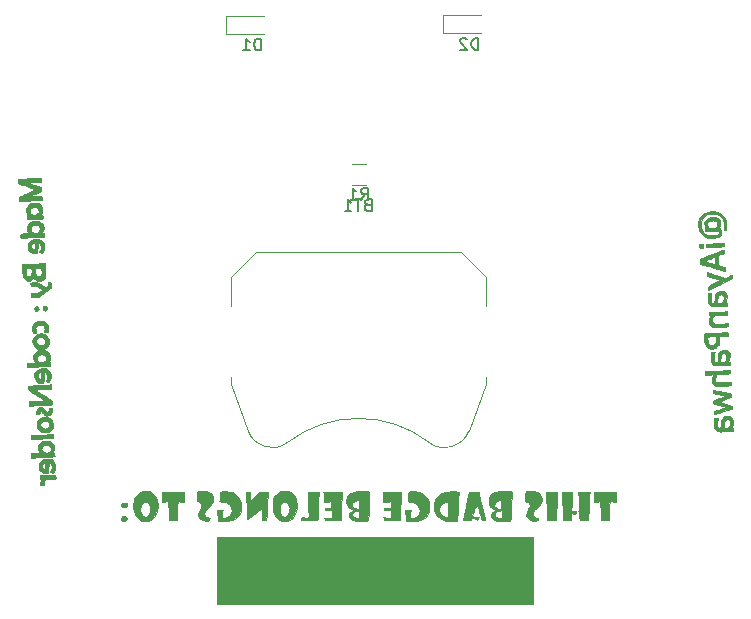
<source format=gbr>
G04 #@! TF.FileFunction,Legend,Bot*
%FSLAX46Y46*%
G04 Gerber Fmt 4.6, Leading zero omitted, Abs format (unit mm)*
G04 Created by KiCad (PCBNEW 4.0.7) date 05/01/20 20:11:21*
%MOMM*%
%LPD*%
G01*
G04 APERTURE LIST*
%ADD10C,0.100000*%
%ADD11C,0.010000*%
%ADD12C,0.120000*%
%ADD13C,0.150000*%
G04 APERTURE END LIST*
D10*
D11*
G36*
X105664000Y-116744750D02*
X78835250Y-116744750D01*
X78835250Y-111093250D01*
X105664000Y-111093250D01*
X105664000Y-116744750D01*
X105664000Y-116744750D01*
G37*
X105664000Y-116744750D02*
X78835250Y-116744750D01*
X78835250Y-111093250D01*
X105664000Y-111093250D01*
X105664000Y-116744750D01*
G36*
X72959968Y-107138323D02*
X73196824Y-107198099D01*
X73406456Y-107310652D01*
X73582299Y-107471409D01*
X73717784Y-107675801D01*
X73801830Y-107901108D01*
X73832962Y-108080398D01*
X73847490Y-108294531D01*
X73845414Y-108517873D01*
X73826735Y-108724786D01*
X73801830Y-108853764D01*
X73706831Y-109117396D01*
X73573310Y-109337940D01*
X73406513Y-109512070D01*
X73211684Y-109636463D01*
X72994065Y-109707795D01*
X72758903Y-109722741D01*
X72511440Y-109677977D01*
X72504783Y-109675955D01*
X72336875Y-109593808D01*
X72178368Y-109458865D01*
X72037220Y-109281815D01*
X71921387Y-109073345D01*
X71838828Y-108844142D01*
X71817695Y-108753116D01*
X71800379Y-108609106D01*
X72382996Y-108609106D01*
X72391577Y-108802986D01*
X72442673Y-108995928D01*
X72454194Y-109024077D01*
X72544537Y-109185117D01*
X72650621Y-109292528D01*
X72766565Y-109344220D01*
X72886487Y-109338104D01*
X73004508Y-109272089D01*
X73044731Y-109233966D01*
X73143479Y-109093089D01*
X73208459Y-108924872D01*
X73239785Y-108743003D01*
X73237569Y-108561168D01*
X73201921Y-108393057D01*
X73132954Y-108252356D01*
X73035909Y-108156040D01*
X72912518Y-108106861D01*
X72772116Y-108098070D01*
X72641509Y-108129525D01*
X72590784Y-108158423D01*
X72484755Y-108273165D01*
X72414774Y-108427945D01*
X72382996Y-108609106D01*
X71800379Y-108609106D01*
X71793337Y-108550543D01*
X71791008Y-108324075D01*
X71809187Y-108096857D01*
X71846353Y-107892034D01*
X71881841Y-107776980D01*
X71999290Y-107554453D01*
X72160528Y-107372862D01*
X72358260Y-107237909D01*
X72585187Y-107155295D01*
X72702455Y-107135892D01*
X72959968Y-107138323D01*
X72959968Y-107138323D01*
G37*
X72959968Y-107138323D02*
X73196824Y-107198099D01*
X73406456Y-107310652D01*
X73582299Y-107471409D01*
X73717784Y-107675801D01*
X73801830Y-107901108D01*
X73832962Y-108080398D01*
X73847490Y-108294531D01*
X73845414Y-108517873D01*
X73826735Y-108724786D01*
X73801830Y-108853764D01*
X73706831Y-109117396D01*
X73573310Y-109337940D01*
X73406513Y-109512070D01*
X73211684Y-109636463D01*
X72994065Y-109707795D01*
X72758903Y-109722741D01*
X72511440Y-109677977D01*
X72504783Y-109675955D01*
X72336875Y-109593808D01*
X72178368Y-109458865D01*
X72037220Y-109281815D01*
X71921387Y-109073345D01*
X71838828Y-108844142D01*
X71817695Y-108753116D01*
X71800379Y-108609106D01*
X72382996Y-108609106D01*
X72391577Y-108802986D01*
X72442673Y-108995928D01*
X72454194Y-109024077D01*
X72544537Y-109185117D01*
X72650621Y-109292528D01*
X72766565Y-109344220D01*
X72886487Y-109338104D01*
X73004508Y-109272089D01*
X73044731Y-109233966D01*
X73143479Y-109093089D01*
X73208459Y-108924872D01*
X73239785Y-108743003D01*
X73237569Y-108561168D01*
X73201921Y-108393057D01*
X73132954Y-108252356D01*
X73035909Y-108156040D01*
X72912518Y-108106861D01*
X72772116Y-108098070D01*
X72641509Y-108129525D01*
X72590784Y-108158423D01*
X72484755Y-108273165D01*
X72414774Y-108427945D01*
X72382996Y-108609106D01*
X71800379Y-108609106D01*
X71793337Y-108550543D01*
X71791008Y-108324075D01*
X71809187Y-108096857D01*
X71846353Y-107892034D01*
X71881841Y-107776980D01*
X71999290Y-107554453D01*
X72160528Y-107372862D01*
X72358260Y-107237909D01*
X72585187Y-107155295D01*
X72702455Y-107135892D01*
X72959968Y-107138323D01*
G36*
X84900089Y-107168775D02*
X85106775Y-107253637D01*
X85288494Y-107385080D01*
X85413299Y-107529803D01*
X85528410Y-107748712D01*
X85603033Y-108002991D01*
X85637054Y-108278999D01*
X85630359Y-108563094D01*
X85582833Y-108841633D01*
X85494362Y-109100976D01*
X85427559Y-109231598D01*
X85281924Y-109423424D01*
X85100259Y-109572241D01*
X84892946Y-109673639D01*
X84670368Y-109723213D01*
X84442907Y-109716556D01*
X84339579Y-109693422D01*
X84150683Y-109607309D01*
X83974213Y-109465988D01*
X83817869Y-109277573D01*
X83689352Y-109050180D01*
X83656585Y-108973594D01*
X83625486Y-108886886D01*
X83604626Y-108801550D01*
X83592070Y-108701688D01*
X83590708Y-108672996D01*
X84169250Y-108672996D01*
X84187646Y-108867876D01*
X84238623Y-109037331D01*
X84315863Y-109175419D01*
X84413050Y-109276198D01*
X84523865Y-109333725D01*
X84641991Y-109342058D01*
X84761110Y-109295255D01*
X84800025Y-109266307D01*
X84901012Y-109144216D01*
X84974325Y-108979066D01*
X85014489Y-108787286D01*
X85018196Y-108611381D01*
X84987763Y-108416004D01*
X84924637Y-108270067D01*
X84825056Y-108166488D01*
X84762298Y-108129288D01*
X84613012Y-108087971D01*
X84465539Y-108109233D01*
X84343248Y-108178415D01*
X84251234Y-108281115D01*
X84194696Y-108420704D01*
X84170604Y-108605794D01*
X84169250Y-108672996D01*
X83590708Y-108672996D01*
X83585881Y-108571404D01*
X83584122Y-108394799D01*
X83584115Y-108378625D01*
X83590728Y-108134970D01*
X83613333Y-107939718D01*
X83656081Y-107778886D01*
X83723121Y-107638490D01*
X83818602Y-107504547D01*
X83856829Y-107459639D01*
X84032060Y-107304545D01*
X84234421Y-107198381D01*
X84453492Y-107140678D01*
X84678854Y-107130966D01*
X84900089Y-107168775D01*
X84900089Y-107168775D01*
G37*
X84900089Y-107168775D02*
X85106775Y-107253637D01*
X85288494Y-107385080D01*
X85413299Y-107529803D01*
X85528410Y-107748712D01*
X85603033Y-108002991D01*
X85637054Y-108278999D01*
X85630359Y-108563094D01*
X85582833Y-108841633D01*
X85494362Y-109100976D01*
X85427559Y-109231598D01*
X85281924Y-109423424D01*
X85100259Y-109572241D01*
X84892946Y-109673639D01*
X84670368Y-109723213D01*
X84442907Y-109716556D01*
X84339579Y-109693422D01*
X84150683Y-109607309D01*
X83974213Y-109465988D01*
X83817869Y-109277573D01*
X83689352Y-109050180D01*
X83656585Y-108973594D01*
X83625486Y-108886886D01*
X83604626Y-108801550D01*
X83592070Y-108701688D01*
X83590708Y-108672996D01*
X84169250Y-108672996D01*
X84187646Y-108867876D01*
X84238623Y-109037331D01*
X84315863Y-109175419D01*
X84413050Y-109276198D01*
X84523865Y-109333725D01*
X84641991Y-109342058D01*
X84761110Y-109295255D01*
X84800025Y-109266307D01*
X84901012Y-109144216D01*
X84974325Y-108979066D01*
X85014489Y-108787286D01*
X85018196Y-108611381D01*
X84987763Y-108416004D01*
X84924637Y-108270067D01*
X84825056Y-108166488D01*
X84762298Y-108129288D01*
X84613012Y-108087971D01*
X84465539Y-108109233D01*
X84343248Y-108178415D01*
X84251234Y-108281115D01*
X84194696Y-108420704D01*
X84170604Y-108605794D01*
X84169250Y-108672996D01*
X83590708Y-108672996D01*
X83585881Y-108571404D01*
X83584122Y-108394799D01*
X83584115Y-108378625D01*
X83590728Y-108134970D01*
X83613333Y-107939718D01*
X83656081Y-107778886D01*
X83723121Y-107638490D01*
X83818602Y-107504547D01*
X83856829Y-107459639D01*
X84032060Y-107304545D01*
X84234421Y-107198381D01*
X84453492Y-107140678D01*
X84678854Y-107130966D01*
X84900089Y-107168775D01*
G36*
X71091112Y-109304608D02*
X71190353Y-109346111D01*
X71258327Y-109409754D01*
X71278750Y-109475403D01*
X71250262Y-109562342D01*
X71176029Y-109631511D01*
X71072900Y-109675841D01*
X70957722Y-109688264D01*
X70847342Y-109661712D01*
X70841497Y-109658855D01*
X70767721Y-109592238D01*
X70741359Y-109503922D01*
X70760998Y-109412803D01*
X70825224Y-109337778D01*
X70867246Y-109314733D01*
X70977708Y-109291923D01*
X71091112Y-109304608D01*
X71091112Y-109304608D01*
G37*
X71091112Y-109304608D02*
X71190353Y-109346111D01*
X71258327Y-109409754D01*
X71278750Y-109475403D01*
X71250262Y-109562342D01*
X71176029Y-109631511D01*
X71072900Y-109675841D01*
X70957722Y-109688264D01*
X70847342Y-109661712D01*
X70841497Y-109658855D01*
X70767721Y-109592238D01*
X70741359Y-109503922D01*
X70760998Y-109412803D01*
X70825224Y-109337778D01*
X70867246Y-109314733D01*
X70977708Y-109291923D01*
X71091112Y-109304608D01*
G36*
X79876285Y-107223199D02*
X80123119Y-107282189D01*
X80282322Y-107343234D01*
X80512381Y-107483282D01*
X80694582Y-107664351D01*
X80826784Y-107883394D01*
X80906850Y-108137367D01*
X80924912Y-108258441D01*
X80934086Y-108574659D01*
X80892508Y-108853114D01*
X80800475Y-109093362D01*
X80658283Y-109294955D01*
X80466228Y-109457449D01*
X80224604Y-109580398D01*
X80002670Y-109648382D01*
X79888286Y-109667486D01*
X79738522Y-109681535D01*
X79569232Y-109690289D01*
X79396268Y-109693508D01*
X79235481Y-109690953D01*
X79102723Y-109682384D01*
X79013847Y-109667562D01*
X79001937Y-109663510D01*
X78963556Y-109641461D01*
X78941726Y-109603460D01*
X78931643Y-109533534D01*
X78928537Y-109419460D01*
X78923867Y-109267975D01*
X78913780Y-109096320D01*
X78903495Y-108973937D01*
X78880417Y-108743750D01*
X79349208Y-108743750D01*
X79331437Y-108894562D01*
X79318129Y-109012236D01*
X79302741Y-109155015D01*
X79293040Y-109248554D01*
X79272414Y-109451734D01*
X79461433Y-109434594D01*
X79686494Y-109390315D01*
X79866816Y-109303739D01*
X80000063Y-109177165D01*
X80083895Y-109012888D01*
X80115973Y-108813206D01*
X80116244Y-108791375D01*
X80102833Y-108627341D01*
X80056097Y-108493792D01*
X79966283Y-108368978D01*
X79893554Y-108294810D01*
X79749467Y-108177092D01*
X79602540Y-108102905D01*
X79430134Y-108062705D01*
X79316720Y-108051655D01*
X79083815Y-108036550D01*
X79101115Y-107937712D01*
X79110925Y-107862613D01*
X79122711Y-107744249D01*
X79134557Y-107602734D01*
X79139780Y-107531390D01*
X79161145Y-107223905D01*
X79371260Y-107201026D01*
X79616785Y-107194758D01*
X79876285Y-107223199D01*
X79876285Y-107223199D01*
G37*
X79876285Y-107223199D02*
X80123119Y-107282189D01*
X80282322Y-107343234D01*
X80512381Y-107483282D01*
X80694582Y-107664351D01*
X80826784Y-107883394D01*
X80906850Y-108137367D01*
X80924912Y-108258441D01*
X80934086Y-108574659D01*
X80892508Y-108853114D01*
X80800475Y-109093362D01*
X80658283Y-109294955D01*
X80466228Y-109457449D01*
X80224604Y-109580398D01*
X80002670Y-109648382D01*
X79888286Y-109667486D01*
X79738522Y-109681535D01*
X79569232Y-109690289D01*
X79396268Y-109693508D01*
X79235481Y-109690953D01*
X79102723Y-109682384D01*
X79013847Y-109667562D01*
X79001937Y-109663510D01*
X78963556Y-109641461D01*
X78941726Y-109603460D01*
X78931643Y-109533534D01*
X78928537Y-109419460D01*
X78923867Y-109267975D01*
X78913780Y-109096320D01*
X78903495Y-108973937D01*
X78880417Y-108743750D01*
X79349208Y-108743750D01*
X79331437Y-108894562D01*
X79318129Y-109012236D01*
X79302741Y-109155015D01*
X79293040Y-109248554D01*
X79272414Y-109451734D01*
X79461433Y-109434594D01*
X79686494Y-109390315D01*
X79866816Y-109303739D01*
X80000063Y-109177165D01*
X80083895Y-109012888D01*
X80115973Y-108813206D01*
X80116244Y-108791375D01*
X80102833Y-108627341D01*
X80056097Y-108493792D01*
X79966283Y-108368978D01*
X79893554Y-108294810D01*
X79749467Y-108177092D01*
X79602540Y-108102905D01*
X79430134Y-108062705D01*
X79316720Y-108051655D01*
X79083815Y-108036550D01*
X79101115Y-107937712D01*
X79110925Y-107862613D01*
X79122711Y-107744249D01*
X79134557Y-107602734D01*
X79139780Y-107531390D01*
X79161145Y-107223905D01*
X79371260Y-107201026D01*
X79616785Y-107194758D01*
X79876285Y-107223199D01*
G36*
X91426644Y-107177492D02*
X91573847Y-107183726D01*
X91686906Y-107193666D01*
X91753449Y-107207342D01*
X91763698Y-107213248D01*
X91775712Y-107250105D01*
X91781090Y-107333073D01*
X91779820Y-107466730D01*
X91771890Y-107655655D01*
X91762030Y-107828794D01*
X91748564Y-108065537D01*
X91734646Y-108339478D01*
X91721514Y-108624337D01*
X91710404Y-108893833D01*
X91705352Y-109033421D01*
X91684306Y-109656467D01*
X91493995Y-109676358D01*
X91323723Y-109688520D01*
X91129064Y-109693489D01*
X90927809Y-109691693D01*
X90737753Y-109683563D01*
X90576686Y-109669528D01*
X90468669Y-109651593D01*
X90267883Y-109582785D01*
X90124838Y-109487784D01*
X90039355Y-109366418D01*
X90011250Y-109220000D01*
X90016548Y-109182868D01*
X90340838Y-109182868D01*
X90388356Y-109295652D01*
X90483217Y-109386507D01*
X90617554Y-109448101D01*
X90783495Y-109473106D01*
X90797062Y-109473302D01*
X90932000Y-109474000D01*
X90932000Y-109239843D01*
X90929179Y-109107724D01*
X90921787Y-108986624D01*
X90911447Y-108902925D01*
X90890895Y-108800162D01*
X90719630Y-108814365D01*
X90549708Y-108850174D01*
X90427280Y-108924507D01*
X90354922Y-109035692D01*
X90348534Y-109055486D01*
X90340838Y-109182868D01*
X90016548Y-109182868D01*
X90029551Y-109091751D01*
X90090188Y-108991079D01*
X90201760Y-108906462D01*
X90272667Y-108869703D01*
X90456027Y-108782987D01*
X90281837Y-108712288D01*
X90093154Y-108608661D01*
X89955369Y-108470076D01*
X89877465Y-108315125D01*
X90290650Y-108315125D01*
X90318163Y-108457828D01*
X90397738Y-108568038D01*
X90524933Y-108642229D01*
X90695301Y-108676877D01*
X90749437Y-108679007D01*
X90900250Y-108680250D01*
X90900059Y-108561187D01*
X90897456Y-108472209D01*
X90890739Y-108344726D01*
X90881250Y-108203497D01*
X90879183Y-108176357D01*
X90858497Y-107910589D01*
X90700732Y-107929274D01*
X90526177Y-107973003D01*
X90396930Y-108055239D01*
X90317070Y-108172146D01*
X90290650Y-108315125D01*
X89877465Y-108315125D01*
X89866576Y-108293469D01*
X89824864Y-108075779D01*
X89820927Y-107972792D01*
X89843772Y-107761503D01*
X89914525Y-107585221D01*
X90035846Y-107441066D01*
X90210396Y-107326154D01*
X90440836Y-107237603D01*
X90519250Y-107216253D01*
X90611499Y-107200876D01*
X90743838Y-107189025D01*
X90903895Y-107180732D01*
X91079296Y-107176025D01*
X91257669Y-107174935D01*
X91426644Y-107177492D01*
X91426644Y-107177492D01*
G37*
X91426644Y-107177492D02*
X91573847Y-107183726D01*
X91686906Y-107193666D01*
X91753449Y-107207342D01*
X91763698Y-107213248D01*
X91775712Y-107250105D01*
X91781090Y-107333073D01*
X91779820Y-107466730D01*
X91771890Y-107655655D01*
X91762030Y-107828794D01*
X91748564Y-108065537D01*
X91734646Y-108339478D01*
X91721514Y-108624337D01*
X91710404Y-108893833D01*
X91705352Y-109033421D01*
X91684306Y-109656467D01*
X91493995Y-109676358D01*
X91323723Y-109688520D01*
X91129064Y-109693489D01*
X90927809Y-109691693D01*
X90737753Y-109683563D01*
X90576686Y-109669528D01*
X90468669Y-109651593D01*
X90267883Y-109582785D01*
X90124838Y-109487784D01*
X90039355Y-109366418D01*
X90011250Y-109220000D01*
X90016548Y-109182868D01*
X90340838Y-109182868D01*
X90388356Y-109295652D01*
X90483217Y-109386507D01*
X90617554Y-109448101D01*
X90783495Y-109473106D01*
X90797062Y-109473302D01*
X90932000Y-109474000D01*
X90932000Y-109239843D01*
X90929179Y-109107724D01*
X90921787Y-108986624D01*
X90911447Y-108902925D01*
X90890895Y-108800162D01*
X90719630Y-108814365D01*
X90549708Y-108850174D01*
X90427280Y-108924507D01*
X90354922Y-109035692D01*
X90348534Y-109055486D01*
X90340838Y-109182868D01*
X90016548Y-109182868D01*
X90029551Y-109091751D01*
X90090188Y-108991079D01*
X90201760Y-108906462D01*
X90272667Y-108869703D01*
X90456027Y-108782987D01*
X90281837Y-108712288D01*
X90093154Y-108608661D01*
X89955369Y-108470076D01*
X89877465Y-108315125D01*
X90290650Y-108315125D01*
X90318163Y-108457828D01*
X90397738Y-108568038D01*
X90524933Y-108642229D01*
X90695301Y-108676877D01*
X90749437Y-108679007D01*
X90900250Y-108680250D01*
X90900059Y-108561187D01*
X90897456Y-108472209D01*
X90890739Y-108344726D01*
X90881250Y-108203497D01*
X90879183Y-108176357D01*
X90858497Y-107910589D01*
X90700732Y-107929274D01*
X90526177Y-107973003D01*
X90396930Y-108055239D01*
X90317070Y-108172146D01*
X90290650Y-108315125D01*
X89877465Y-108315125D01*
X89866576Y-108293469D01*
X89824864Y-108075779D01*
X89820927Y-107972792D01*
X89843772Y-107761503D01*
X89914525Y-107585221D01*
X90035846Y-107441066D01*
X90210396Y-107326154D01*
X90440836Y-107237603D01*
X90519250Y-107216253D01*
X90611499Y-107200876D01*
X90743838Y-107189025D01*
X90903895Y-107180732D01*
X91079296Y-107176025D01*
X91257669Y-107174935D01*
X91426644Y-107177492D01*
G36*
X95629869Y-107201258D02*
X95770957Y-107215500D01*
X96064074Y-107283082D01*
X96314013Y-107396753D01*
X96519245Y-107554881D01*
X96678241Y-107755833D01*
X96789472Y-107997978D01*
X96851409Y-108279684D01*
X96860614Y-108378625D01*
X96855204Y-108677724D01*
X96798435Y-108939993D01*
X96691274Y-109164573D01*
X96534691Y-109350605D01*
X96329654Y-109497233D01*
X96077132Y-109603598D01*
X95778093Y-109668842D01*
X95433505Y-109692106D01*
X95378266Y-109691926D01*
X95225757Y-109689077D01*
X95091543Y-109684648D01*
X94991401Y-109679277D01*
X94944400Y-109674362D01*
X94912064Y-109662354D01*
X94890331Y-109633255D01*
X94875595Y-109574591D01*
X94864254Y-109473886D01*
X94856222Y-109369123D01*
X94844494Y-109214779D01*
X94831579Y-109062036D01*
X94819787Y-108937795D01*
X94816850Y-108910437D01*
X94798183Y-108743750D01*
X95269221Y-108743750D01*
X95246414Y-108926312D01*
X95232458Y-109066111D01*
X95222950Y-109213476D01*
X95220929Y-109275562D01*
X95218250Y-109442250D01*
X95341258Y-109442250D01*
X95546793Y-109415192D01*
X95727226Y-109339003D01*
X95874431Y-109221156D01*
X95980282Y-109069122D01*
X96036652Y-108890375D01*
X96043750Y-108796205D01*
X96014437Y-108592612D01*
X95930361Y-108413487D01*
X95797313Y-108264185D01*
X95621084Y-108150058D01*
X95407466Y-108076462D01*
X95238682Y-108051920D01*
X95020990Y-108036234D01*
X95041639Y-107762929D01*
X95053519Y-107617917D01*
X95066413Y-107479649D01*
X95077912Y-107373583D01*
X95080048Y-107356863D01*
X95097807Y-107224101D01*
X95305923Y-107201814D01*
X95455080Y-107195202D01*
X95629869Y-107201258D01*
X95629869Y-107201258D01*
G37*
X95629869Y-107201258D02*
X95770957Y-107215500D01*
X96064074Y-107283082D01*
X96314013Y-107396753D01*
X96519245Y-107554881D01*
X96678241Y-107755833D01*
X96789472Y-107997978D01*
X96851409Y-108279684D01*
X96860614Y-108378625D01*
X96855204Y-108677724D01*
X96798435Y-108939993D01*
X96691274Y-109164573D01*
X96534691Y-109350605D01*
X96329654Y-109497233D01*
X96077132Y-109603598D01*
X95778093Y-109668842D01*
X95433505Y-109692106D01*
X95378266Y-109691926D01*
X95225757Y-109689077D01*
X95091543Y-109684648D01*
X94991401Y-109679277D01*
X94944400Y-109674362D01*
X94912064Y-109662354D01*
X94890331Y-109633255D01*
X94875595Y-109574591D01*
X94864254Y-109473886D01*
X94856222Y-109369123D01*
X94844494Y-109214779D01*
X94831579Y-109062036D01*
X94819787Y-108937795D01*
X94816850Y-108910437D01*
X94798183Y-108743750D01*
X95269221Y-108743750D01*
X95246414Y-108926312D01*
X95232458Y-109066111D01*
X95222950Y-109213476D01*
X95220929Y-109275562D01*
X95218250Y-109442250D01*
X95341258Y-109442250D01*
X95546793Y-109415192D01*
X95727226Y-109339003D01*
X95874431Y-109221156D01*
X95980282Y-109069122D01*
X96036652Y-108890375D01*
X96043750Y-108796205D01*
X96014437Y-108592612D01*
X95930361Y-108413487D01*
X95797313Y-108264185D01*
X95621084Y-108150058D01*
X95407466Y-108076462D01*
X95238682Y-108051920D01*
X95020990Y-108036234D01*
X95041639Y-107762929D01*
X95053519Y-107617917D01*
X95066413Y-107479649D01*
X95077912Y-107373583D01*
X95080048Y-107356863D01*
X95097807Y-107224101D01*
X95305923Y-107201814D01*
X95455080Y-107195202D01*
X95629869Y-107201258D01*
G36*
X98905902Y-107194643D02*
X99060257Y-107201304D01*
X99190345Y-107208971D01*
X99283720Y-107216761D01*
X99327935Y-107223791D01*
X99329559Y-107224726D01*
X99333006Y-107260311D01*
X99331718Y-107347085D01*
X99326130Y-107472945D01*
X99316673Y-107625790D01*
X99313778Y-107666469D01*
X99303265Y-107826403D01*
X99291387Y-108033564D01*
X99278977Y-108271721D01*
X99266867Y-108524638D01*
X99255889Y-108776083D01*
X99252239Y-108866569D01*
X99243335Y-109081417D01*
X99234466Y-109274327D01*
X99226109Y-109436516D01*
X99218737Y-109559201D01*
X99212827Y-109633600D01*
X99209718Y-109652364D01*
X99169828Y-109661967D01*
X99080527Y-109669668D01*
X98955876Y-109675298D01*
X98809942Y-109678685D01*
X98656787Y-109679656D01*
X98510477Y-109678042D01*
X98385074Y-109673670D01*
X98294644Y-109666369D01*
X98277257Y-109663731D01*
X97986168Y-109583757D01*
X97738411Y-109459004D01*
X97536585Y-109293094D01*
X97383292Y-109089650D01*
X97281135Y-108852295D01*
X97238528Y-108616778D01*
X97703851Y-108616778D01*
X97713707Y-108813126D01*
X97779735Y-109022934D01*
X97794117Y-109053881D01*
X97899215Y-109199805D01*
X98053189Y-109309880D01*
X98250515Y-109381015D01*
X98425000Y-109407051D01*
X98440938Y-109401107D01*
X98452626Y-109375538D01*
X98460502Y-109322766D01*
X98465006Y-109235216D01*
X98466577Y-109105310D01*
X98465655Y-108925469D01*
X98463461Y-108743780D01*
X98454298Y-108077000D01*
X98358458Y-108077000D01*
X98146894Y-108103163D01*
X97971688Y-108177082D01*
X97836804Y-108291897D01*
X97746205Y-108440749D01*
X97703851Y-108616778D01*
X97238528Y-108616778D01*
X97232715Y-108584649D01*
X97240632Y-108290337D01*
X97248734Y-108231615D01*
X97301889Y-107989886D01*
X97382255Y-107794077D01*
X97496587Y-107629993D01*
X97572178Y-107552054D01*
X97741469Y-107417298D01*
X97929426Y-107316178D01*
X98144826Y-107246344D01*
X98396449Y-107205441D01*
X98693074Y-107191118D01*
X98905902Y-107194643D01*
X98905902Y-107194643D01*
G37*
X98905902Y-107194643D02*
X99060257Y-107201304D01*
X99190345Y-107208971D01*
X99283720Y-107216761D01*
X99327935Y-107223791D01*
X99329559Y-107224726D01*
X99333006Y-107260311D01*
X99331718Y-107347085D01*
X99326130Y-107472945D01*
X99316673Y-107625790D01*
X99313778Y-107666469D01*
X99303265Y-107826403D01*
X99291387Y-108033564D01*
X99278977Y-108271721D01*
X99266867Y-108524638D01*
X99255889Y-108776083D01*
X99252239Y-108866569D01*
X99243335Y-109081417D01*
X99234466Y-109274327D01*
X99226109Y-109436516D01*
X99218737Y-109559201D01*
X99212827Y-109633600D01*
X99209718Y-109652364D01*
X99169828Y-109661967D01*
X99080527Y-109669668D01*
X98955876Y-109675298D01*
X98809942Y-109678685D01*
X98656787Y-109679656D01*
X98510477Y-109678042D01*
X98385074Y-109673670D01*
X98294644Y-109666369D01*
X98277257Y-109663731D01*
X97986168Y-109583757D01*
X97738411Y-109459004D01*
X97536585Y-109293094D01*
X97383292Y-109089650D01*
X97281135Y-108852295D01*
X97238528Y-108616778D01*
X97703851Y-108616778D01*
X97713707Y-108813126D01*
X97779735Y-109022934D01*
X97794117Y-109053881D01*
X97899215Y-109199805D01*
X98053189Y-109309880D01*
X98250515Y-109381015D01*
X98425000Y-109407051D01*
X98440938Y-109401107D01*
X98452626Y-109375538D01*
X98460502Y-109322766D01*
X98465006Y-109235216D01*
X98466577Y-109105310D01*
X98465655Y-108925469D01*
X98463461Y-108743780D01*
X98454298Y-108077000D01*
X98358458Y-108077000D01*
X98146894Y-108103163D01*
X97971688Y-108177082D01*
X97836804Y-108291897D01*
X97746205Y-108440749D01*
X97703851Y-108616778D01*
X97238528Y-108616778D01*
X97232715Y-108584649D01*
X97240632Y-108290337D01*
X97248734Y-108231615D01*
X97301889Y-107989886D01*
X97382255Y-107794077D01*
X97496587Y-107629993D01*
X97572178Y-107552054D01*
X97741469Y-107417298D01*
X97929426Y-107316178D01*
X98144826Y-107246344D01*
X98396449Y-107205441D01*
X98693074Y-107191118D01*
X98905902Y-107194643D01*
G36*
X103453314Y-107178801D02*
X103615374Y-107184556D01*
X103737327Y-107192991D01*
X103809950Y-107203560D01*
X103825353Y-107209903D01*
X103836964Y-107256998D01*
X103840595Y-107367060D01*
X103836245Y-107540059D01*
X103823914Y-107775967D01*
X103822788Y-107794260D01*
X103809855Y-108015718D01*
X103795918Y-108276544D01*
X103782189Y-108552641D01*
X103769877Y-108819916D01*
X103762693Y-108990276D01*
X103753895Y-109186215D01*
X103744288Y-109360172D01*
X103734562Y-109502300D01*
X103725409Y-109602753D01*
X103717520Y-109651685D01*
X103716069Y-109654514D01*
X103675976Y-109664150D01*
X103585056Y-109672059D01*
X103455963Y-109678123D01*
X103301348Y-109682224D01*
X103133864Y-109684245D01*
X102966165Y-109684070D01*
X102810903Y-109681581D01*
X102680730Y-109676661D01*
X102588300Y-109669192D01*
X102563413Y-109665190D01*
X102412267Y-109619441D01*
X102273199Y-109553343D01*
X102165576Y-109477288D01*
X102122385Y-109428556D01*
X102082506Y-109322666D01*
X102072864Y-109193163D01*
X102078385Y-109160741D01*
X102399454Y-109160741D01*
X102443429Y-109287473D01*
X102529910Y-109387079D01*
X102664885Y-109449472D01*
X102844028Y-109472682D01*
X102850609Y-109472757D01*
X103005844Y-109474000D01*
X102985823Y-109307312D01*
X102973476Y-109168874D01*
X102966264Y-109019310D01*
X102965525Y-108970121D01*
X102965250Y-108799617D01*
X102770030Y-108813738D01*
X102654379Y-108826207D01*
X102578722Y-108849187D01*
X102519559Y-108892170D01*
X102484280Y-108929180D01*
X102411599Y-109043050D01*
X102399454Y-109160741D01*
X102078385Y-109160741D01*
X102093696Y-109070849D01*
X102119217Y-109016277D01*
X102176463Y-108959762D01*
X102268492Y-108898384D01*
X102333397Y-108864986D01*
X102497127Y-108790690D01*
X102280227Y-108679907D01*
X102162057Y-108615328D01*
X102083626Y-108557342D01*
X102025948Y-108488377D01*
X101971943Y-108394500D01*
X101928440Y-108305463D01*
X102340226Y-108305463D01*
X102363490Y-108437889D01*
X102440333Y-108552073D01*
X102565866Y-108636805D01*
X102584266Y-108644580D01*
X102664299Y-108664164D01*
X102773037Y-108676451D01*
X102818960Y-108678237D01*
X102974295Y-108680250D01*
X102953897Y-108485092D01*
X102942113Y-108337140D01*
X102934745Y-108176905D01*
X102933500Y-108099670D01*
X102933500Y-107909405D01*
X102774116Y-107928281D01*
X102590821Y-107971899D01*
X102457028Y-108054035D01*
X102375433Y-108166004D01*
X102340226Y-108305463D01*
X101928440Y-108305463D01*
X101926718Y-108301939D01*
X101900448Y-108223600D01*
X101889101Y-108137186D01*
X101888645Y-108020402D01*
X101891093Y-107947464D01*
X101898734Y-107808193D01*
X101911975Y-107713227D01*
X101935755Y-107643371D01*
X101975012Y-107579432D01*
X101991506Y-107557277D01*
X102099024Y-107437579D01*
X102223300Y-107343714D01*
X102372380Y-107273267D01*
X102554308Y-107223823D01*
X102777130Y-107192966D01*
X103048891Y-107178280D01*
X103260368Y-107176277D01*
X103453314Y-107178801D01*
X103453314Y-107178801D01*
G37*
X103453314Y-107178801D02*
X103615374Y-107184556D01*
X103737327Y-107192991D01*
X103809950Y-107203560D01*
X103825353Y-107209903D01*
X103836964Y-107256998D01*
X103840595Y-107367060D01*
X103836245Y-107540059D01*
X103823914Y-107775967D01*
X103822788Y-107794260D01*
X103809855Y-108015718D01*
X103795918Y-108276544D01*
X103782189Y-108552641D01*
X103769877Y-108819916D01*
X103762693Y-108990276D01*
X103753895Y-109186215D01*
X103744288Y-109360172D01*
X103734562Y-109502300D01*
X103725409Y-109602753D01*
X103717520Y-109651685D01*
X103716069Y-109654514D01*
X103675976Y-109664150D01*
X103585056Y-109672059D01*
X103455963Y-109678123D01*
X103301348Y-109682224D01*
X103133864Y-109684245D01*
X102966165Y-109684070D01*
X102810903Y-109681581D01*
X102680730Y-109676661D01*
X102588300Y-109669192D01*
X102563413Y-109665190D01*
X102412267Y-109619441D01*
X102273199Y-109553343D01*
X102165576Y-109477288D01*
X102122385Y-109428556D01*
X102082506Y-109322666D01*
X102072864Y-109193163D01*
X102078385Y-109160741D01*
X102399454Y-109160741D01*
X102443429Y-109287473D01*
X102529910Y-109387079D01*
X102664885Y-109449472D01*
X102844028Y-109472682D01*
X102850609Y-109472757D01*
X103005844Y-109474000D01*
X102985823Y-109307312D01*
X102973476Y-109168874D01*
X102966264Y-109019310D01*
X102965525Y-108970121D01*
X102965250Y-108799617D01*
X102770030Y-108813738D01*
X102654379Y-108826207D01*
X102578722Y-108849187D01*
X102519559Y-108892170D01*
X102484280Y-108929180D01*
X102411599Y-109043050D01*
X102399454Y-109160741D01*
X102078385Y-109160741D01*
X102093696Y-109070849D01*
X102119217Y-109016277D01*
X102176463Y-108959762D01*
X102268492Y-108898384D01*
X102333397Y-108864986D01*
X102497127Y-108790690D01*
X102280227Y-108679907D01*
X102162057Y-108615328D01*
X102083626Y-108557342D01*
X102025948Y-108488377D01*
X101971943Y-108394500D01*
X101928440Y-108305463D01*
X102340226Y-108305463D01*
X102363490Y-108437889D01*
X102440333Y-108552073D01*
X102565866Y-108636805D01*
X102584266Y-108644580D01*
X102664299Y-108664164D01*
X102773037Y-108676451D01*
X102818960Y-108678237D01*
X102974295Y-108680250D01*
X102953897Y-108485092D01*
X102942113Y-108337140D01*
X102934745Y-108176905D01*
X102933500Y-108099670D01*
X102933500Y-107909405D01*
X102774116Y-107928281D01*
X102590821Y-107971899D01*
X102457028Y-108054035D01*
X102375433Y-108166004D01*
X102340226Y-108305463D01*
X101928440Y-108305463D01*
X101926718Y-108301939D01*
X101900448Y-108223600D01*
X101889101Y-108137186D01*
X101888645Y-108020402D01*
X101891093Y-107947464D01*
X101898734Y-107808193D01*
X101911975Y-107713227D01*
X101935755Y-107643371D01*
X101975012Y-107579432D01*
X101991506Y-107557277D01*
X102099024Y-107437579D01*
X102223300Y-107343714D01*
X102372380Y-107273267D01*
X102554308Y-107223823D01*
X102777130Y-107192966D01*
X103048891Y-107178280D01*
X103260368Y-107176277D01*
X103453314Y-107178801D01*
G36*
X77790865Y-107174301D02*
X77913304Y-107180327D01*
X78005088Y-107193443D01*
X78082612Y-107215863D01*
X78151464Y-107244775D01*
X78252934Y-107296417D01*
X78337936Y-107348020D01*
X78369155Y-107371775D01*
X78468050Y-107501169D01*
X78530009Y-107670117D01*
X78549189Y-107845547D01*
X78534970Y-108009910D01*
X78488546Y-108158298D01*
X78403375Y-108302426D01*
X78272912Y-108454013D01*
X78137079Y-108583546D01*
X77969243Y-108747237D01*
X77856797Y-108888644D01*
X77797843Y-109012873D01*
X77790482Y-109125030D01*
X77832816Y-109230223D01*
X77875842Y-109286120D01*
X77960113Y-109358567D01*
X78062676Y-109394477D01*
X78111493Y-109401596D01*
X78202393Y-109419012D01*
X78246298Y-109443342D01*
X78248052Y-109454037D01*
X78233579Y-109510215D01*
X78218171Y-109577187D01*
X78206453Y-109620000D01*
X78185256Y-109645798D01*
X78140858Y-109658791D01*
X78059535Y-109663191D01*
X77937707Y-109663257D01*
X77796956Y-109657326D01*
X77672783Y-109642694D01*
X77587360Y-109622084D01*
X77581125Y-109619498D01*
X77496262Y-109567612D01*
X77408215Y-109493733D01*
X77392653Y-109477898D01*
X77334243Y-109402770D01*
X77302198Y-109318859D01*
X77286460Y-109199405D01*
X77286088Y-109194344D01*
X77282234Y-109103782D01*
X77289271Y-109028799D01*
X77312437Y-108951194D01*
X77356972Y-108852766D01*
X77418997Y-108732576D01*
X77481900Y-108607077D01*
X77531242Y-108496774D01*
X77560316Y-108417302D01*
X77565250Y-108391562D01*
X77536298Y-108271695D01*
X77460325Y-108163441D01*
X77353652Y-108082861D01*
X77232603Y-108046014D01*
X77213276Y-108045250D01*
X77184898Y-108043318D01*
X77166228Y-108030694D01*
X77156081Y-107997138D01*
X77153277Y-107932407D01*
X77156632Y-107826260D01*
X77164964Y-107668455D01*
X77166528Y-107640437D01*
X77177316Y-107485040D01*
X77190482Y-107352208D01*
X77204444Y-107255066D01*
X77217620Y-107206737D01*
X77219017Y-107204898D01*
X77260960Y-107192729D01*
X77352626Y-107182654D01*
X77480247Y-107175760D01*
X77621376Y-107173148D01*
X77790865Y-107174301D01*
X77790865Y-107174301D01*
G37*
X77790865Y-107174301D02*
X77913304Y-107180327D01*
X78005088Y-107193443D01*
X78082612Y-107215863D01*
X78151464Y-107244775D01*
X78252934Y-107296417D01*
X78337936Y-107348020D01*
X78369155Y-107371775D01*
X78468050Y-107501169D01*
X78530009Y-107670117D01*
X78549189Y-107845547D01*
X78534970Y-108009910D01*
X78488546Y-108158298D01*
X78403375Y-108302426D01*
X78272912Y-108454013D01*
X78137079Y-108583546D01*
X77969243Y-108747237D01*
X77856797Y-108888644D01*
X77797843Y-109012873D01*
X77790482Y-109125030D01*
X77832816Y-109230223D01*
X77875842Y-109286120D01*
X77960113Y-109358567D01*
X78062676Y-109394477D01*
X78111493Y-109401596D01*
X78202393Y-109419012D01*
X78246298Y-109443342D01*
X78248052Y-109454037D01*
X78233579Y-109510215D01*
X78218171Y-109577187D01*
X78206453Y-109620000D01*
X78185256Y-109645798D01*
X78140858Y-109658791D01*
X78059535Y-109663191D01*
X77937707Y-109663257D01*
X77796956Y-109657326D01*
X77672783Y-109642694D01*
X77587360Y-109622084D01*
X77581125Y-109619498D01*
X77496262Y-109567612D01*
X77408215Y-109493733D01*
X77392653Y-109477898D01*
X77334243Y-109402770D01*
X77302198Y-109318859D01*
X77286460Y-109199405D01*
X77286088Y-109194344D01*
X77282234Y-109103782D01*
X77289271Y-109028799D01*
X77312437Y-108951194D01*
X77356972Y-108852766D01*
X77418997Y-108732576D01*
X77481900Y-108607077D01*
X77531242Y-108496774D01*
X77560316Y-108417302D01*
X77565250Y-108391562D01*
X77536298Y-108271695D01*
X77460325Y-108163441D01*
X77353652Y-108082861D01*
X77232603Y-108046014D01*
X77213276Y-108045250D01*
X77184898Y-108043318D01*
X77166228Y-108030694D01*
X77156081Y-107997138D01*
X77153277Y-107932407D01*
X77156632Y-107826260D01*
X77164964Y-107668455D01*
X77166528Y-107640437D01*
X77177316Y-107485040D01*
X77190482Y-107352208D01*
X77204444Y-107255066D01*
X77217620Y-107206737D01*
X77219017Y-107204898D01*
X77260960Y-107192729D01*
X77352626Y-107182654D01*
X77480247Y-107175760D01*
X77621376Y-107173148D01*
X77790865Y-107174301D01*
G36*
X105597895Y-107169368D02*
X105722812Y-107184000D01*
X105733560Y-107185994D01*
X105961317Y-107251394D01*
X106135810Y-107350099D01*
X106258863Y-107483830D01*
X106332300Y-107654310D01*
X106352853Y-107770459D01*
X106354772Y-107940653D01*
X106320192Y-108097495D01*
X106244252Y-108249462D01*
X106122088Y-108405033D01*
X105948837Y-108572684D01*
X105839465Y-108665385D01*
X105711936Y-108797658D01*
X105630235Y-108942506D01*
X105598291Y-109088580D01*
X105620032Y-109224531D01*
X105634805Y-109256525D01*
X105696215Y-109318988D01*
X105796286Y-109372387D01*
X105910225Y-109405286D01*
X105968573Y-109410500D01*
X106025505Y-109416662D01*
X106041859Y-109448035D01*
X106033093Y-109509718D01*
X106019139Y-109587565D01*
X106013250Y-109636457D01*
X106013250Y-109636718D01*
X105983894Y-109649074D01*
X105905374Y-109658605D01*
X105792011Y-109663888D01*
X105733716Y-109664500D01*
X105593143Y-109662527D01*
X105495861Y-109653693D01*
X105421709Y-109633627D01*
X105350526Y-109597956D01*
X105308908Y-109572370D01*
X105199284Y-109486521D01*
X105129620Y-109385139D01*
X105108402Y-109335614D01*
X105076821Y-109228628D01*
X105071173Y-109126361D01*
X105094230Y-109014171D01*
X105148764Y-108877414D01*
X105223365Y-108728205D01*
X105304978Y-108556268D01*
X105345753Y-108421740D01*
X105346470Y-108314073D01*
X105307912Y-108222716D01*
X105264738Y-108169759D01*
X105177661Y-108102993D01*
X105079954Y-108060113D01*
X105067371Y-108057294D01*
X104958115Y-108036797D01*
X104971182Y-107644299D01*
X104978647Y-107491141D01*
X104989447Y-107360546D01*
X105002163Y-107265939D01*
X105015376Y-107220747D01*
X105016005Y-107220044D01*
X105071759Y-107196004D01*
X105174304Y-107178134D01*
X105307161Y-107167217D01*
X105453851Y-107164034D01*
X105597895Y-107169368D01*
X105597895Y-107169368D01*
G37*
X105597895Y-107169368D02*
X105722812Y-107184000D01*
X105733560Y-107185994D01*
X105961317Y-107251394D01*
X106135810Y-107350099D01*
X106258863Y-107483830D01*
X106332300Y-107654310D01*
X106352853Y-107770459D01*
X106354772Y-107940653D01*
X106320192Y-108097495D01*
X106244252Y-108249462D01*
X106122088Y-108405033D01*
X105948837Y-108572684D01*
X105839465Y-108665385D01*
X105711936Y-108797658D01*
X105630235Y-108942506D01*
X105598291Y-109088580D01*
X105620032Y-109224531D01*
X105634805Y-109256525D01*
X105696215Y-109318988D01*
X105796286Y-109372387D01*
X105910225Y-109405286D01*
X105968573Y-109410500D01*
X106025505Y-109416662D01*
X106041859Y-109448035D01*
X106033093Y-109509718D01*
X106019139Y-109587565D01*
X106013250Y-109636457D01*
X106013250Y-109636718D01*
X105983894Y-109649074D01*
X105905374Y-109658605D01*
X105792011Y-109663888D01*
X105733716Y-109664500D01*
X105593143Y-109662527D01*
X105495861Y-109653693D01*
X105421709Y-109633627D01*
X105350526Y-109597956D01*
X105308908Y-109572370D01*
X105199284Y-109486521D01*
X105129620Y-109385139D01*
X105108402Y-109335614D01*
X105076821Y-109228628D01*
X105071173Y-109126361D01*
X105094230Y-109014171D01*
X105148764Y-108877414D01*
X105223365Y-108728205D01*
X105304978Y-108556268D01*
X105345753Y-108421740D01*
X105346470Y-108314073D01*
X105307912Y-108222716D01*
X105264738Y-108169759D01*
X105177661Y-108102993D01*
X105079954Y-108060113D01*
X105067371Y-108057294D01*
X104958115Y-108036797D01*
X104971182Y-107644299D01*
X104978647Y-107491141D01*
X104989447Y-107360546D01*
X105002163Y-107265939D01*
X105015376Y-107220747D01*
X105016005Y-107220044D01*
X105071759Y-107196004D01*
X105174304Y-107178134D01*
X105307161Y-107167217D01*
X105453851Y-107164034D01*
X105597895Y-107169368D01*
G36*
X76092843Y-107318968D02*
X76084288Y-107393354D01*
X76077586Y-107511787D01*
X76073654Y-107654824D01*
X76073004Y-107739656D01*
X76073009Y-108061125D01*
X75808030Y-108050130D01*
X75543052Y-108039136D01*
X75522613Y-108335880D01*
X75513737Y-108478016D01*
X75503533Y-108662530D01*
X75493104Y-108868344D01*
X75483547Y-109074382D01*
X75481032Y-109132687D01*
X75459889Y-109632750D01*
X74834750Y-109632750D01*
X74834637Y-109529562D01*
X74832351Y-109446362D01*
X74826203Y-109314010D01*
X74817085Y-109146675D01*
X74805886Y-108958528D01*
X74793497Y-108763739D01*
X74780809Y-108576477D01*
X74768711Y-108410912D01*
X74758093Y-108281214D01*
X74752696Y-108225501D01*
X74732728Y-108040627D01*
X74239876Y-108061125D01*
X74219977Y-107759500D01*
X74211055Y-107611866D01*
X74204162Y-107474246D01*
X74200347Y-107368626D01*
X74199914Y-107338812D01*
X74199750Y-107219750D01*
X76112687Y-107219750D01*
X76092843Y-107318968D01*
X76092843Y-107318968D01*
G37*
X76092843Y-107318968D02*
X76084288Y-107393354D01*
X76077586Y-107511787D01*
X76073654Y-107654824D01*
X76073004Y-107739656D01*
X76073009Y-108061125D01*
X75808030Y-108050130D01*
X75543052Y-108039136D01*
X75522613Y-108335880D01*
X75513737Y-108478016D01*
X75503533Y-108662530D01*
X75493104Y-108868344D01*
X75483547Y-109074382D01*
X75481032Y-109132687D01*
X75459889Y-109632750D01*
X74834750Y-109632750D01*
X74834637Y-109529562D01*
X74832351Y-109446362D01*
X74826203Y-109314010D01*
X74817085Y-109146675D01*
X74805886Y-108958528D01*
X74793497Y-108763739D01*
X74780809Y-108576477D01*
X74768711Y-108410912D01*
X74758093Y-108281214D01*
X74752696Y-108225501D01*
X74732728Y-108040627D01*
X74239876Y-108061125D01*
X74219977Y-107759500D01*
X74211055Y-107611866D01*
X74204162Y-107474246D01*
X74200347Y-107368626D01*
X74199914Y-107338812D01*
X74199750Y-107219750D01*
X76112687Y-107219750D01*
X76092843Y-107318968D01*
G36*
X81692750Y-107987095D02*
X82097562Y-107603747D01*
X82502375Y-107220400D01*
X82843687Y-107220075D01*
X82990324Y-107222606D01*
X83102847Y-107229862D01*
X83170358Y-107240881D01*
X83185000Y-107250220D01*
X83183076Y-107289439D01*
X83177683Y-107382648D01*
X83169389Y-107520464D01*
X83158762Y-107693504D01*
X83146371Y-107892388D01*
X83139332Y-108004282D01*
X83124307Y-108247818D01*
X83109168Y-108502959D01*
X83094943Y-108751653D01*
X83082662Y-108975844D01*
X83073356Y-109157480D01*
X83072262Y-109180312D01*
X83050860Y-109632750D01*
X82708750Y-109632750D01*
X82708750Y-109140625D01*
X82707595Y-108971971D01*
X82704407Y-108828224D01*
X82699604Y-108720180D01*
X82693601Y-108658636D01*
X82689771Y-108648500D01*
X82654117Y-108666590D01*
X82575443Y-108717188D01*
X82461592Y-108794785D01*
X82320409Y-108893872D01*
X82159735Y-109008942D01*
X81987415Y-109134485D01*
X81811291Y-109264992D01*
X81800190Y-109273297D01*
X81671002Y-109368977D01*
X81560051Y-109449213D01*
X81477108Y-109507083D01*
X81431945Y-109535667D01*
X81427128Y-109537500D01*
X81418703Y-109507985D01*
X81412011Y-109428374D01*
X81407896Y-109312062D01*
X81407000Y-109217941D01*
X81405490Y-109086353D01*
X81401290Y-108911799D01*
X81394888Y-108705911D01*
X81386774Y-108480322D01*
X81377439Y-108246667D01*
X81367372Y-108016579D01*
X81357064Y-107801689D01*
X81347004Y-107613633D01*
X81337683Y-107464044D01*
X81329591Y-107364553D01*
X81328515Y-107354687D01*
X81312964Y-107219750D01*
X81692750Y-107219750D01*
X81692750Y-107987095D01*
X81692750Y-107987095D01*
G37*
X81692750Y-107987095D02*
X82097562Y-107603747D01*
X82502375Y-107220400D01*
X82843687Y-107220075D01*
X82990324Y-107222606D01*
X83102847Y-107229862D01*
X83170358Y-107240881D01*
X83185000Y-107250220D01*
X83183076Y-107289439D01*
X83177683Y-107382648D01*
X83169389Y-107520464D01*
X83158762Y-107693504D01*
X83146371Y-107892388D01*
X83139332Y-108004282D01*
X83124307Y-108247818D01*
X83109168Y-108502959D01*
X83094943Y-108751653D01*
X83082662Y-108975844D01*
X83073356Y-109157480D01*
X83072262Y-109180312D01*
X83050860Y-109632750D01*
X82708750Y-109632750D01*
X82708750Y-109140625D01*
X82707595Y-108971971D01*
X82704407Y-108828224D01*
X82699604Y-108720180D01*
X82693601Y-108658636D01*
X82689771Y-108648500D01*
X82654117Y-108666590D01*
X82575443Y-108717188D01*
X82461592Y-108794785D01*
X82320409Y-108893872D01*
X82159735Y-109008942D01*
X81987415Y-109134485D01*
X81811291Y-109264992D01*
X81800190Y-109273297D01*
X81671002Y-109368977D01*
X81560051Y-109449213D01*
X81477108Y-109507083D01*
X81431945Y-109535667D01*
X81427128Y-109537500D01*
X81418703Y-109507985D01*
X81412011Y-109428374D01*
X81407896Y-109312062D01*
X81407000Y-109217941D01*
X81405490Y-109086353D01*
X81401290Y-108911799D01*
X81394888Y-108705911D01*
X81386774Y-108480322D01*
X81377439Y-108246667D01*
X81367372Y-108016579D01*
X81357064Y-107801689D01*
X81347004Y-107613633D01*
X81337683Y-107464044D01*
X81329591Y-107364553D01*
X81328515Y-107354687D01*
X81312964Y-107219750D01*
X81692750Y-107219750D01*
X81692750Y-107987095D01*
G36*
X87487916Y-107370562D02*
X87475991Y-107497396D01*
X87463076Y-107672790D01*
X87449940Y-107881832D01*
X87437350Y-108109607D01*
X87426074Y-108341201D01*
X87416878Y-108561698D01*
X87410531Y-108756186D01*
X87407800Y-108909749D01*
X87407750Y-108928365D01*
X87405540Y-109091239D01*
X87399643Y-109256137D01*
X87391156Y-109395680D01*
X87387352Y-109437592D01*
X87366954Y-109632750D01*
X86708123Y-109632750D01*
X86484395Y-109632212D01*
X86316179Y-109630205D01*
X86195494Y-109626139D01*
X86114357Y-109619420D01*
X86064787Y-109609460D01*
X86038803Y-109595665D01*
X86030021Y-109582528D01*
X86013943Y-109509122D01*
X86010750Y-109462343D01*
X86013467Y-109430705D01*
X86029329Y-109411024D01*
X86069900Y-109401217D01*
X86146745Y-109399200D01*
X86271430Y-109402889D01*
X86328250Y-109405133D01*
X86472775Y-109410056D01*
X86565303Y-109409709D01*
X86617237Y-109402414D01*
X86639977Y-109386500D01*
X86644926Y-109360290D01*
X86644910Y-109358630D01*
X86643206Y-109312857D01*
X86638794Y-109212062D01*
X86632062Y-109064647D01*
X86623401Y-108879015D01*
X86613199Y-108663569D01*
X86601848Y-108426710D01*
X86597993Y-108346875D01*
X86586319Y-108103194D01*
X86575686Y-107876687D01*
X86566486Y-107676077D01*
X86559110Y-107510085D01*
X86553952Y-107387433D01*
X86551405Y-107316843D01*
X86551208Y-107307062D01*
X86550500Y-107219750D01*
X87505187Y-107219750D01*
X87487916Y-107370562D01*
X87487916Y-107370562D01*
G37*
X87487916Y-107370562D02*
X87475991Y-107497396D01*
X87463076Y-107672790D01*
X87449940Y-107881832D01*
X87437350Y-108109607D01*
X87426074Y-108341201D01*
X87416878Y-108561698D01*
X87410531Y-108756186D01*
X87407800Y-108909749D01*
X87407750Y-108928365D01*
X87405540Y-109091239D01*
X87399643Y-109256137D01*
X87391156Y-109395680D01*
X87387352Y-109437592D01*
X87366954Y-109632750D01*
X86708123Y-109632750D01*
X86484395Y-109632212D01*
X86316179Y-109630205D01*
X86195494Y-109626139D01*
X86114357Y-109619420D01*
X86064787Y-109609460D01*
X86038803Y-109595665D01*
X86030021Y-109582528D01*
X86013943Y-109509122D01*
X86010750Y-109462343D01*
X86013467Y-109430705D01*
X86029329Y-109411024D01*
X86069900Y-109401217D01*
X86146745Y-109399200D01*
X86271430Y-109402889D01*
X86328250Y-109405133D01*
X86472775Y-109410056D01*
X86565303Y-109409709D01*
X86617237Y-109402414D01*
X86639977Y-109386500D01*
X86644926Y-109360290D01*
X86644910Y-109358630D01*
X86643206Y-109312857D01*
X86638794Y-109212062D01*
X86632062Y-109064647D01*
X86623401Y-108879015D01*
X86613199Y-108663569D01*
X86601848Y-108426710D01*
X86597993Y-108346875D01*
X86586319Y-108103194D01*
X86575686Y-107876687D01*
X86566486Y-107676077D01*
X86559110Y-107510085D01*
X86553952Y-107387433D01*
X86551405Y-107316843D01*
X86551208Y-107307062D01*
X86550500Y-107219750D01*
X87505187Y-107219750D01*
X87487916Y-107370562D01*
G36*
X89439855Y-107322937D02*
X89438472Y-107386030D01*
X89434534Y-107502725D01*
X89428460Y-107663194D01*
X89420667Y-107857608D01*
X89411575Y-108076139D01*
X89401601Y-108308958D01*
X89391164Y-108546238D01*
X89380683Y-108778149D01*
X89370575Y-108994863D01*
X89361259Y-109186553D01*
X89356739Y-109275562D01*
X89338235Y-109632750D01*
X88009412Y-109632750D01*
X87990515Y-109538263D01*
X87975792Y-109464572D01*
X87967496Y-109422904D01*
X87995258Y-109414858D01*
X88073534Y-109409462D01*
X88189371Y-109407302D01*
X88293534Y-109408166D01*
X88623693Y-109414300D01*
X88603096Y-109217242D01*
X88591813Y-109091770D01*
X88584331Y-108975011D01*
X88582500Y-108913717D01*
X88582500Y-108807250D01*
X88316021Y-108807250D01*
X88174758Y-108804562D01*
X88085268Y-108792396D01*
X88035909Y-108764593D01*
X88015042Y-108714995D01*
X88011000Y-108645903D01*
X88016339Y-108617098D01*
X88040312Y-108599114D01*
X88094853Y-108589445D01*
X88191893Y-108585586D01*
X88301172Y-108585000D01*
X88591344Y-108585000D01*
X88571323Y-108418312D01*
X88559377Y-108298403D01*
X88552066Y-108185723D01*
X88551025Y-108145372D01*
X88550750Y-108039120D01*
X88251286Y-108050122D01*
X87951823Y-108061125D01*
X87933077Y-107791250D01*
X87922092Y-107643359D01*
X87910166Y-107498758D01*
X87899597Y-107385089D01*
X87898072Y-107370562D01*
X87881812Y-107219750D01*
X89439750Y-107219750D01*
X89439855Y-107322937D01*
X89439855Y-107322937D01*
G37*
X89439855Y-107322937D02*
X89438472Y-107386030D01*
X89434534Y-107502725D01*
X89428460Y-107663194D01*
X89420667Y-107857608D01*
X89411575Y-108076139D01*
X89401601Y-108308958D01*
X89391164Y-108546238D01*
X89380683Y-108778149D01*
X89370575Y-108994863D01*
X89361259Y-109186553D01*
X89356739Y-109275562D01*
X89338235Y-109632750D01*
X88009412Y-109632750D01*
X87990515Y-109538263D01*
X87975792Y-109464572D01*
X87967496Y-109422904D01*
X87995258Y-109414858D01*
X88073534Y-109409462D01*
X88189371Y-109407302D01*
X88293534Y-109408166D01*
X88623693Y-109414300D01*
X88603096Y-109217242D01*
X88591813Y-109091770D01*
X88584331Y-108975011D01*
X88582500Y-108913717D01*
X88582500Y-108807250D01*
X88316021Y-108807250D01*
X88174758Y-108804562D01*
X88085268Y-108792396D01*
X88035909Y-108764593D01*
X88015042Y-108714995D01*
X88011000Y-108645903D01*
X88016339Y-108617098D01*
X88040312Y-108599114D01*
X88094853Y-108589445D01*
X88191893Y-108585586D01*
X88301172Y-108585000D01*
X88591344Y-108585000D01*
X88571323Y-108418312D01*
X88559377Y-108298403D01*
X88552066Y-108185723D01*
X88551025Y-108145372D01*
X88550750Y-108039120D01*
X88251286Y-108050122D01*
X87951823Y-108061125D01*
X87933077Y-107791250D01*
X87922092Y-107643359D01*
X87910166Y-107498758D01*
X87899597Y-107385089D01*
X87898072Y-107370562D01*
X87881812Y-107219750D01*
X89439750Y-107219750D01*
X89439855Y-107322937D01*
G36*
X94443146Y-107576937D02*
X94434713Y-107731662D01*
X94425111Y-107923247D01*
X94414802Y-108140854D01*
X94404247Y-108373649D01*
X94393907Y-108610795D01*
X94384243Y-108841456D01*
X94375715Y-109054797D01*
X94368785Y-109239980D01*
X94363915Y-109386171D01*
X94361564Y-109482533D01*
X94361423Y-109497812D01*
X94361000Y-109632750D01*
X93693253Y-109632750D01*
X93456845Y-109631802D01*
X93277803Y-109628720D01*
X93150018Y-109623149D01*
X93067382Y-109614731D01*
X93023786Y-109603109D01*
X93013280Y-109593062D01*
X92997297Y-109532314D01*
X92983874Y-109474000D01*
X92966696Y-109394625D01*
X93303215Y-109405581D01*
X93639735Y-109416538D01*
X93619801Y-109342081D01*
X93609743Y-109273472D01*
X93602434Y-109164735D01*
X93599437Y-109039230D01*
X93599433Y-109037437D01*
X93599000Y-108807250D01*
X93330998Y-108807250D01*
X93196214Y-108806312D01*
X93111265Y-108799606D01*
X93062489Y-108781288D01*
X93036222Y-108745516D01*
X93018799Y-108686449D01*
X93015409Y-108672312D01*
X92994540Y-108585000D01*
X93606937Y-108585000D01*
X93587093Y-108485781D01*
X93575549Y-108395421D01*
X93568394Y-108276564D01*
X93567250Y-108212841D01*
X93567250Y-108039120D01*
X93266891Y-108050122D01*
X92966532Y-108061125D01*
X92950468Y-107902375D01*
X92940176Y-107791327D01*
X92927994Y-107646352D01*
X92916387Y-107496875D01*
X92915270Y-107481687D01*
X92896136Y-107219750D01*
X94463863Y-107219750D01*
X94443146Y-107576937D01*
X94443146Y-107576937D01*
G37*
X94443146Y-107576937D02*
X94434713Y-107731662D01*
X94425111Y-107923247D01*
X94414802Y-108140854D01*
X94404247Y-108373649D01*
X94393907Y-108610795D01*
X94384243Y-108841456D01*
X94375715Y-109054797D01*
X94368785Y-109239980D01*
X94363915Y-109386171D01*
X94361564Y-109482533D01*
X94361423Y-109497812D01*
X94361000Y-109632750D01*
X93693253Y-109632750D01*
X93456845Y-109631802D01*
X93277803Y-109628720D01*
X93150018Y-109623149D01*
X93067382Y-109614731D01*
X93023786Y-109603109D01*
X93013280Y-109593062D01*
X92997297Y-109532314D01*
X92983874Y-109474000D01*
X92966696Y-109394625D01*
X93303215Y-109405581D01*
X93639735Y-109416538D01*
X93619801Y-109342081D01*
X93609743Y-109273472D01*
X93602434Y-109164735D01*
X93599437Y-109039230D01*
X93599433Y-109037437D01*
X93599000Y-108807250D01*
X93330998Y-108807250D01*
X93196214Y-108806312D01*
X93111265Y-108799606D01*
X93062489Y-108781288D01*
X93036222Y-108745516D01*
X93018799Y-108686449D01*
X93015409Y-108672312D01*
X92994540Y-108585000D01*
X93606937Y-108585000D01*
X93587093Y-108485781D01*
X93575549Y-108395421D01*
X93568394Y-108276564D01*
X93567250Y-108212841D01*
X93567250Y-108039120D01*
X93266891Y-108050122D01*
X92966532Y-108061125D01*
X92950468Y-107902375D01*
X92940176Y-107791327D01*
X92927994Y-107646352D01*
X92916387Y-107496875D01*
X92915270Y-107481687D01*
X92896136Y-107219750D01*
X94463863Y-107219750D01*
X94443146Y-107576937D01*
G36*
X101077994Y-107338812D02*
X101179745Y-107881727D01*
X101302650Y-108460739D01*
X101411898Y-108930171D01*
X101458578Y-109124552D01*
X101499699Y-109298234D01*
X101533052Y-109441674D01*
X101556424Y-109545327D01*
X101567604Y-109599650D01*
X101568250Y-109604859D01*
X101540106Y-109622455D01*
X101469946Y-109632115D01*
X101443502Y-109632750D01*
X101318755Y-109632750D01*
X101267788Y-109450187D01*
X101211416Y-109254231D01*
X101157379Y-109081833D01*
X101097500Y-108908618D01*
X101023606Y-108710210D01*
X100992093Y-108628165D01*
X100862414Y-108292435D01*
X100739802Y-108567817D01*
X100673456Y-108721598D01*
X100606410Y-108884846D01*
X100550753Y-109027940D01*
X100539447Y-109058719D01*
X100461705Y-109274238D01*
X100678208Y-109326494D01*
X100797343Y-109353002D01*
X100899625Y-109371807D01*
X100961605Y-109378750D01*
X101015084Y-109385749D01*
X101028500Y-109396201D01*
X101014687Y-109438116D01*
X100982456Y-109502464D01*
X100945621Y-109564481D01*
X100917992Y-109599402D01*
X100914275Y-109601000D01*
X100878992Y-109586320D01*
X100808786Y-109548994D01*
X100764278Y-109523582D01*
X100664511Y-109469141D01*
X100571706Y-109424484D01*
X100545245Y-109413597D01*
X100489250Y-109397409D01*
X100457054Y-109412738D01*
X100431785Y-109472270D01*
X100421157Y-109506890D01*
X100383448Y-109632750D01*
X100039224Y-109632750D01*
X99866878Y-109629638D01*
X99752814Y-109620443D01*
X99699136Y-109605374D01*
X99695000Y-109598504D01*
X99701974Y-109559091D01*
X99721555Y-109466895D01*
X99751725Y-109330928D01*
X99790468Y-109160201D01*
X99835768Y-108963723D01*
X99867284Y-108828567D01*
X99922940Y-108588406D01*
X99979824Y-108338524D01*
X100034210Y-108095608D01*
X100082369Y-107876347D01*
X100120576Y-107697428D01*
X100129089Y-107656312D01*
X100218611Y-107219750D01*
X101057372Y-107219750D01*
X101077994Y-107338812D01*
X101077994Y-107338812D01*
G37*
X101077994Y-107338812D02*
X101179745Y-107881727D01*
X101302650Y-108460739D01*
X101411898Y-108930171D01*
X101458578Y-109124552D01*
X101499699Y-109298234D01*
X101533052Y-109441674D01*
X101556424Y-109545327D01*
X101567604Y-109599650D01*
X101568250Y-109604859D01*
X101540106Y-109622455D01*
X101469946Y-109632115D01*
X101443502Y-109632750D01*
X101318755Y-109632750D01*
X101267788Y-109450187D01*
X101211416Y-109254231D01*
X101157379Y-109081833D01*
X101097500Y-108908618D01*
X101023606Y-108710210D01*
X100992093Y-108628165D01*
X100862414Y-108292435D01*
X100739802Y-108567817D01*
X100673456Y-108721598D01*
X100606410Y-108884846D01*
X100550753Y-109027940D01*
X100539447Y-109058719D01*
X100461705Y-109274238D01*
X100678208Y-109326494D01*
X100797343Y-109353002D01*
X100899625Y-109371807D01*
X100961605Y-109378750D01*
X101015084Y-109385749D01*
X101028500Y-109396201D01*
X101014687Y-109438116D01*
X100982456Y-109502464D01*
X100945621Y-109564481D01*
X100917992Y-109599402D01*
X100914275Y-109601000D01*
X100878992Y-109586320D01*
X100808786Y-109548994D01*
X100764278Y-109523582D01*
X100664511Y-109469141D01*
X100571706Y-109424484D01*
X100545245Y-109413597D01*
X100489250Y-109397409D01*
X100457054Y-109412738D01*
X100431785Y-109472270D01*
X100421157Y-109506890D01*
X100383448Y-109632750D01*
X100039224Y-109632750D01*
X99866878Y-109629638D01*
X99752814Y-109620443D01*
X99699136Y-109605374D01*
X99695000Y-109598504D01*
X99701974Y-109559091D01*
X99721555Y-109466895D01*
X99751725Y-109330928D01*
X99790468Y-109160201D01*
X99835768Y-108963723D01*
X99867284Y-108828567D01*
X99922940Y-108588406D01*
X99979824Y-108338524D01*
X100034210Y-108095608D01*
X100082369Y-107876347D01*
X100120576Y-107697428D01*
X100129089Y-107656312D01*
X100218611Y-107219750D01*
X101057372Y-107219750D01*
X101077994Y-107338812D01*
G36*
X107663410Y-107465812D02*
X107661853Y-107536416D01*
X107657753Y-107659662D01*
X107651542Y-107825563D01*
X107643654Y-108024133D01*
X107634521Y-108245386D01*
X107624578Y-108479337D01*
X107614259Y-108715998D01*
X107603995Y-108945383D01*
X107594221Y-109157508D01*
X107585371Y-109342384D01*
X107577876Y-109490027D01*
X107572172Y-109590451D01*
X107569708Y-109624812D01*
X107539763Y-109627948D01*
X107458932Y-109630500D01*
X107339831Y-109632191D01*
X107206583Y-109632750D01*
X106844167Y-109632750D01*
X106827203Y-109402562D01*
X106821075Y-109304143D01*
X106813316Y-109156220D01*
X106804369Y-108969618D01*
X106794678Y-108755160D01*
X106784689Y-108523670D01*
X106774845Y-108285973D01*
X106765591Y-108052891D01*
X106757370Y-107835249D01*
X106750628Y-107643870D01*
X106745808Y-107489578D01*
X106743356Y-107383198D01*
X106743140Y-107354687D01*
X106743500Y-107219750D01*
X107664250Y-107219750D01*
X107663410Y-107465812D01*
X107663410Y-107465812D01*
G37*
X107663410Y-107465812D02*
X107661853Y-107536416D01*
X107657753Y-107659662D01*
X107651542Y-107825563D01*
X107643654Y-108024133D01*
X107634521Y-108245386D01*
X107624578Y-108479337D01*
X107614259Y-108715998D01*
X107603995Y-108945383D01*
X107594221Y-109157508D01*
X107585371Y-109342384D01*
X107577876Y-109490027D01*
X107572172Y-109590451D01*
X107569708Y-109624812D01*
X107539763Y-109627948D01*
X107458932Y-109630500D01*
X107339831Y-109632191D01*
X107206583Y-109632750D01*
X106844167Y-109632750D01*
X106827203Y-109402562D01*
X106821075Y-109304143D01*
X106813316Y-109156220D01*
X106804369Y-108969618D01*
X106794678Y-108755160D01*
X106784689Y-108523670D01*
X106774845Y-108285973D01*
X106765591Y-108052891D01*
X106757370Y-107835249D01*
X106750628Y-107643870D01*
X106745808Y-107489578D01*
X106743356Y-107383198D01*
X106743140Y-107354687D01*
X106743500Y-107219750D01*
X107664250Y-107219750D01*
X107663410Y-107465812D01*
G36*
X108932073Y-107354687D02*
X108929650Y-107427004D01*
X108924144Y-107550856D01*
X108916140Y-107714386D01*
X108906223Y-107905733D01*
X108894979Y-108113041D01*
X108892303Y-108161073D01*
X108854709Y-108832522D01*
X108994161Y-108851636D01*
X109103707Y-108863839D01*
X109202479Y-108870393D01*
X109222073Y-108870750D01*
X109310534Y-108870750D01*
X109257329Y-108997427D01*
X109215585Y-109080600D01*
X109169669Y-109116754D01*
X109101731Y-109111612D01*
X109008727Y-109077125D01*
X108928450Y-109046357D01*
X108873362Y-109030209D01*
X108866872Y-109029500D01*
X108854896Y-109058945D01*
X108845497Y-109138090D01*
X108839950Y-109253149D01*
X108839000Y-109331125D01*
X108839000Y-109632750D01*
X108172250Y-109632750D01*
X108171679Y-109450187D01*
X108169814Y-109354775D01*
X108164910Y-109205521D01*
X108157393Y-109011991D01*
X108147688Y-108783749D01*
X108136222Y-108530358D01*
X108123419Y-108261384D01*
X108109705Y-107986390D01*
X108095506Y-107714941D01*
X108089741Y-107608687D01*
X108068400Y-107219750D01*
X108934250Y-107219750D01*
X108932073Y-107354687D01*
X108932073Y-107354687D01*
G37*
X108932073Y-107354687D02*
X108929650Y-107427004D01*
X108924144Y-107550856D01*
X108916140Y-107714386D01*
X108906223Y-107905733D01*
X108894979Y-108113041D01*
X108892303Y-108161073D01*
X108854709Y-108832522D01*
X108994161Y-108851636D01*
X109103707Y-108863839D01*
X109202479Y-108870393D01*
X109222073Y-108870750D01*
X109310534Y-108870750D01*
X109257329Y-108997427D01*
X109215585Y-109080600D01*
X109169669Y-109116754D01*
X109101731Y-109111612D01*
X109008727Y-109077125D01*
X108928450Y-109046357D01*
X108873362Y-109030209D01*
X108866872Y-109029500D01*
X108854896Y-109058945D01*
X108845497Y-109138090D01*
X108839950Y-109253149D01*
X108839000Y-109331125D01*
X108839000Y-109632750D01*
X108172250Y-109632750D01*
X108171679Y-109450187D01*
X108169814Y-109354775D01*
X108164910Y-109205521D01*
X108157393Y-109011991D01*
X108147688Y-108783749D01*
X108136222Y-108530358D01*
X108123419Y-108261384D01*
X108109705Y-107986390D01*
X108095506Y-107714941D01*
X108089741Y-107608687D01*
X108068400Y-107219750D01*
X108934250Y-107219750D01*
X108932073Y-107354687D01*
G36*
X110416268Y-107338812D02*
X110409837Y-107403207D01*
X110401532Y-107520779D01*
X110391941Y-107681253D01*
X110381651Y-107874354D01*
X110371249Y-108089807D01*
X110364079Y-108251625D01*
X110353685Y-108489751D01*
X110342984Y-108724864D01*
X110332611Y-108943732D01*
X110323201Y-109133126D01*
X110315388Y-109279816D01*
X110311905Y-109339062D01*
X110293573Y-109632750D01*
X109569250Y-109632750D01*
X109569250Y-109510540D01*
X109565132Y-109341239D01*
X109553862Y-109184407D01*
X109537063Y-109051791D01*
X109516358Y-108955135D01*
X109493370Y-108906188D01*
X109485216Y-108902500D01*
X109446045Y-108883759D01*
X109442250Y-108870750D01*
X109468250Y-108843280D01*
X109494241Y-108839000D01*
X109519416Y-108831758D01*
X109532784Y-108801910D01*
X109535852Y-108737271D01*
X109530125Y-108625655D01*
X109526609Y-108577062D01*
X109518575Y-108453603D01*
X109509264Y-108284573D01*
X109499578Y-108087862D01*
X109490417Y-107881361D01*
X109485827Y-107767437D01*
X109464668Y-107219750D01*
X110434615Y-107219750D01*
X110416268Y-107338812D01*
X110416268Y-107338812D01*
G37*
X110416268Y-107338812D02*
X110409837Y-107403207D01*
X110401532Y-107520779D01*
X110391941Y-107681253D01*
X110381651Y-107874354D01*
X110371249Y-108089807D01*
X110364079Y-108251625D01*
X110353685Y-108489751D01*
X110342984Y-108724864D01*
X110332611Y-108943732D01*
X110323201Y-109133126D01*
X110315388Y-109279816D01*
X110311905Y-109339062D01*
X110293573Y-109632750D01*
X109569250Y-109632750D01*
X109569250Y-109510540D01*
X109565132Y-109341239D01*
X109553862Y-109184407D01*
X109537063Y-109051791D01*
X109516358Y-108955135D01*
X109493370Y-108906188D01*
X109485216Y-108902500D01*
X109446045Y-108883759D01*
X109442250Y-108870750D01*
X109468250Y-108843280D01*
X109494241Y-108839000D01*
X109519416Y-108831758D01*
X109532784Y-108801910D01*
X109535852Y-108737271D01*
X109530125Y-108625655D01*
X109526609Y-108577062D01*
X109518575Y-108453603D01*
X109509264Y-108284573D01*
X109499578Y-108087862D01*
X109490417Y-107881361D01*
X109485827Y-107767437D01*
X109464668Y-107219750D01*
X110434615Y-107219750D01*
X110416268Y-107338812D01*
G36*
X111943708Y-107220179D02*
X112159084Y-107221393D01*
X112345214Y-107223282D01*
X112494101Y-107225733D01*
X112597746Y-107228637D01*
X112648151Y-107231882D01*
X112651645Y-107232847D01*
X112655452Y-107267720D01*
X112656366Y-107353619D01*
X112654466Y-107478137D01*
X112649832Y-107628868D01*
X112649000Y-107650593D01*
X112633125Y-108055241D01*
X112115755Y-108041387D01*
X112092047Y-108416381D01*
X112080542Y-108608101D01*
X112068064Y-108831749D01*
X112056333Y-109055811D01*
X112049107Y-109204125D01*
X112029875Y-109616875D01*
X111720312Y-109625962D01*
X111410750Y-109635049D01*
X111410637Y-109546587D01*
X111408382Y-109470449D01*
X111402315Y-109344667D01*
X111393304Y-109182924D01*
X111382216Y-108998905D01*
X111369919Y-108806291D01*
X111357280Y-108618767D01*
X111345166Y-108450016D01*
X111334447Y-108313721D01*
X111327880Y-108241393D01*
X111307611Y-108040662D01*
X111061570Y-108050893D01*
X110815529Y-108061125D01*
X110795830Y-107807125D01*
X110786007Y-107658576D01*
X110778886Y-107509231D01*
X110775950Y-107390426D01*
X110775940Y-107386437D01*
X110775750Y-107219750D01*
X111707083Y-107219750D01*
X111943708Y-107220179D01*
X111943708Y-107220179D01*
G37*
X111943708Y-107220179D02*
X112159084Y-107221393D01*
X112345214Y-107223282D01*
X112494101Y-107225733D01*
X112597746Y-107228637D01*
X112648151Y-107231882D01*
X112651645Y-107232847D01*
X112655452Y-107267720D01*
X112656366Y-107353619D01*
X112654466Y-107478137D01*
X112649832Y-107628868D01*
X112649000Y-107650593D01*
X112633125Y-108055241D01*
X112115755Y-108041387D01*
X112092047Y-108416381D01*
X112080542Y-108608101D01*
X112068064Y-108831749D01*
X112056333Y-109055811D01*
X112049107Y-109204125D01*
X112029875Y-109616875D01*
X111720312Y-109625962D01*
X111410750Y-109635049D01*
X111410637Y-109546587D01*
X111408382Y-109470449D01*
X111402315Y-109344667D01*
X111393304Y-109182924D01*
X111382216Y-108998905D01*
X111369919Y-108806291D01*
X111357280Y-108618767D01*
X111345166Y-108450016D01*
X111334447Y-108313721D01*
X111327880Y-108241393D01*
X111307611Y-108040662D01*
X111061570Y-108050893D01*
X110815529Y-108061125D01*
X110795830Y-107807125D01*
X110786007Y-107658576D01*
X110778886Y-107509231D01*
X110775950Y-107390426D01*
X110775940Y-107386437D01*
X110775750Y-107219750D01*
X111707083Y-107219750D01*
X111943708Y-107220179D01*
G36*
X71140892Y-108158078D02*
X71215250Y-108204000D01*
X71270678Y-108292545D01*
X71270184Y-108379508D01*
X71220650Y-108453926D01*
X71128956Y-108504838D01*
X71015939Y-108521500D01*
X70912583Y-108509980D01*
X70825277Y-108481378D01*
X70809564Y-108472074D01*
X70749661Y-108393799D01*
X70739000Y-108331000D01*
X70766705Y-108235563D01*
X70846410Y-108171394D01*
X70972996Y-108142013D01*
X71015939Y-108140500D01*
X71140892Y-108158078D01*
X71140892Y-108158078D01*
G37*
X71140892Y-108158078D02*
X71215250Y-108204000D01*
X71270678Y-108292545D01*
X71270184Y-108379508D01*
X71220650Y-108453926D01*
X71128956Y-108504838D01*
X71015939Y-108521500D01*
X70912583Y-108509980D01*
X70825277Y-108481378D01*
X70809564Y-108472074D01*
X70749661Y-108393799D01*
X70739000Y-108331000D01*
X70766705Y-108235563D01*
X70846410Y-108171394D01*
X70972996Y-108142013D01*
X71015939Y-108140500D01*
X71140892Y-108158078D01*
G36*
X65196167Y-105897776D02*
X65213850Y-105987913D01*
X65219054Y-106051353D01*
X65203141Y-106093294D01*
X65157472Y-106118931D01*
X65073411Y-106133462D01*
X64942320Y-106142082D01*
X64778546Y-106149017D01*
X64602993Y-106157062D01*
X64479595Y-106165371D01*
X64397034Y-106176038D01*
X64343991Y-106191159D01*
X64309150Y-106212827D01*
X64283145Y-106240711D01*
X64243115Y-106315147D01*
X64235735Y-106412589D01*
X64239193Y-106451614D01*
X64244983Y-106539729D01*
X64230975Y-106586706D01*
X64189251Y-106613785D01*
X64176903Y-106618675D01*
X64087656Y-106640828D01*
X63993590Y-106647452D01*
X63921281Y-106637731D01*
X63902166Y-106627083D01*
X63882571Y-106569308D01*
X63886526Y-106473804D01*
X63911646Y-106360804D01*
X63943644Y-106275187D01*
X64004895Y-106140250D01*
X63923103Y-106140250D01*
X63867974Y-106133827D01*
X63852435Y-106101733D01*
X63861156Y-106041031D01*
X63875648Y-105947281D01*
X63881076Y-105874343D01*
X63882886Y-105851643D01*
X63893666Y-105834701D01*
X63921526Y-105822670D01*
X63974579Y-105814699D01*
X64060937Y-105809941D01*
X64188711Y-105807547D01*
X64366013Y-105806667D01*
X64529494Y-105806495D01*
X65177835Y-105806115D01*
X65196167Y-105897776D01*
X65196167Y-105897776D01*
G37*
X65196167Y-105897776D02*
X65213850Y-105987913D01*
X65219054Y-106051353D01*
X65203141Y-106093294D01*
X65157472Y-106118931D01*
X65073411Y-106133462D01*
X64942320Y-106142082D01*
X64778546Y-106149017D01*
X64602993Y-106157062D01*
X64479595Y-106165371D01*
X64397034Y-106176038D01*
X64343991Y-106191159D01*
X64309150Y-106212827D01*
X64283145Y-106240711D01*
X64243115Y-106315147D01*
X64235735Y-106412589D01*
X64239193Y-106451614D01*
X64244983Y-106539729D01*
X64230975Y-106586706D01*
X64189251Y-106613785D01*
X64176903Y-106618675D01*
X64087656Y-106640828D01*
X63993590Y-106647452D01*
X63921281Y-106637731D01*
X63902166Y-106627083D01*
X63882571Y-106569308D01*
X63886526Y-106473804D01*
X63911646Y-106360804D01*
X63943644Y-106275187D01*
X64004895Y-106140250D01*
X63923103Y-106140250D01*
X63867974Y-106133827D01*
X63852435Y-106101733D01*
X63861156Y-106041031D01*
X63875648Y-105947281D01*
X63881076Y-105874343D01*
X63882886Y-105851643D01*
X63893666Y-105834701D01*
X63921526Y-105822670D01*
X63974579Y-105814699D01*
X64060937Y-105809941D01*
X64188711Y-105807547D01*
X64366013Y-105806667D01*
X64529494Y-105806495D01*
X65177835Y-105806115D01*
X65196167Y-105897776D01*
G36*
X64654460Y-104436782D02*
X64817249Y-104479051D01*
X64952156Y-104562076D01*
X65014547Y-104621530D01*
X65110003Y-104766556D01*
X65167102Y-104944863D01*
X65183407Y-105137369D01*
X65156483Y-105324990D01*
X65117661Y-105429156D01*
X65057815Y-105540661D01*
X65005152Y-105600040D01*
X64946339Y-105615260D01*
X64868043Y-105594290D01*
X64852149Y-105587830D01*
X64779787Y-105555389D01*
X64740654Y-105533551D01*
X64738382Y-105530682D01*
X64751591Y-105499537D01*
X64785497Y-105429329D01*
X64817757Y-105364931D01*
X64880453Y-105206592D01*
X64892337Y-105070893D01*
X64854447Y-104943813D01*
X64849556Y-104934100D01*
X64796455Y-104858096D01*
X64727078Y-104789940D01*
X64661985Y-104748331D01*
X64639689Y-104743250D01*
X64630944Y-104773020D01*
X64621917Y-104854441D01*
X64613582Y-104975674D01*
X64606915Y-105124881D01*
X64606010Y-105152392D01*
X64596451Y-105357599D01*
X64582285Y-105502218D01*
X64563180Y-105589021D01*
X64550743Y-105612767D01*
X64482447Y-105650789D01*
X64375637Y-105662140D01*
X64249252Y-105647189D01*
X64122234Y-105606306D01*
X64117811Y-105604320D01*
X63959802Y-105500792D01*
X63843733Y-105358867D01*
X63776453Y-105190754D01*
X63767788Y-105055216D01*
X64054928Y-105055216D01*
X64084450Y-105167400D01*
X64160260Y-105252959D01*
X64235110Y-105302826D01*
X64287180Y-105310938D01*
X64320817Y-105271991D01*
X64340365Y-105180682D01*
X64350171Y-105031706D01*
X64350548Y-105020705D01*
X64352665Y-104896935D01*
X64350537Y-104801615D01*
X64344655Y-104749098D01*
X64341034Y-104743250D01*
X64272300Y-104765684D01*
X64189556Y-104820969D01*
X64116790Y-104891076D01*
X64087238Y-104934013D01*
X64054928Y-105055216D01*
X63767788Y-105055216D01*
X63764811Y-105008657D01*
X63768223Y-104981320D01*
X63825723Y-104801220D01*
X63941643Y-104642958D01*
X64066597Y-104538173D01*
X64148281Y-104486665D01*
X64226648Y-104455756D01*
X64324654Y-104439012D01*
X64450176Y-104430666D01*
X64654460Y-104436782D01*
X64654460Y-104436782D01*
G37*
X64654460Y-104436782D02*
X64817249Y-104479051D01*
X64952156Y-104562076D01*
X65014547Y-104621530D01*
X65110003Y-104766556D01*
X65167102Y-104944863D01*
X65183407Y-105137369D01*
X65156483Y-105324990D01*
X65117661Y-105429156D01*
X65057815Y-105540661D01*
X65005152Y-105600040D01*
X64946339Y-105615260D01*
X64868043Y-105594290D01*
X64852149Y-105587830D01*
X64779787Y-105555389D01*
X64740654Y-105533551D01*
X64738382Y-105530682D01*
X64751591Y-105499537D01*
X64785497Y-105429329D01*
X64817757Y-105364931D01*
X64880453Y-105206592D01*
X64892337Y-105070893D01*
X64854447Y-104943813D01*
X64849556Y-104934100D01*
X64796455Y-104858096D01*
X64727078Y-104789940D01*
X64661985Y-104748331D01*
X64639689Y-104743250D01*
X64630944Y-104773020D01*
X64621917Y-104854441D01*
X64613582Y-104975674D01*
X64606915Y-105124881D01*
X64606010Y-105152392D01*
X64596451Y-105357599D01*
X64582285Y-105502218D01*
X64563180Y-105589021D01*
X64550743Y-105612767D01*
X64482447Y-105650789D01*
X64375637Y-105662140D01*
X64249252Y-105647189D01*
X64122234Y-105606306D01*
X64117811Y-105604320D01*
X63959802Y-105500792D01*
X63843733Y-105358867D01*
X63776453Y-105190754D01*
X63767788Y-105055216D01*
X64054928Y-105055216D01*
X64084450Y-105167400D01*
X64160260Y-105252959D01*
X64235110Y-105302826D01*
X64287180Y-105310938D01*
X64320817Y-105271991D01*
X64340365Y-105180682D01*
X64350171Y-105031706D01*
X64350548Y-105020705D01*
X64352665Y-104896935D01*
X64350537Y-104801615D01*
X64344655Y-104749098D01*
X64341034Y-104743250D01*
X64272300Y-104765684D01*
X64189556Y-104820969D01*
X64116790Y-104891076D01*
X64087238Y-104934013D01*
X64054928Y-105055216D01*
X63767788Y-105055216D01*
X63764811Y-105008657D01*
X63768223Y-104981320D01*
X63825723Y-104801220D01*
X63941643Y-104642958D01*
X64066597Y-104538173D01*
X64148281Y-104486665D01*
X64226648Y-104455756D01*
X64324654Y-104439012D01*
X64450176Y-104430666D01*
X64654460Y-104436782D01*
G36*
X64610451Y-102918917D02*
X64755438Y-102961429D01*
X64912814Y-103064572D01*
X65026286Y-103204200D01*
X65092108Y-103368284D01*
X65106539Y-103544795D01*
X65065834Y-103721704D01*
X65020201Y-103812205D01*
X64958234Y-103913036D01*
X65030804Y-103923330D01*
X65076549Y-103939097D01*
X65100554Y-103981169D01*
X65111970Y-104067099D01*
X65112902Y-104080785D01*
X65122430Y-104227945D01*
X64668402Y-104248524D01*
X64466199Y-104258693D01*
X64243485Y-104271575D01*
X64013931Y-104286219D01*
X63791207Y-104301668D01*
X63588984Y-104316971D01*
X63420933Y-104331173D01*
X63300724Y-104343319D01*
X63288522Y-104344798D01*
X63213349Y-104348217D01*
X63170071Y-104339187D01*
X63169460Y-104338627D01*
X63158963Y-104298774D01*
X63152174Y-104216647D01*
X63150750Y-104150583D01*
X63150750Y-103981250D01*
X63349187Y-103980974D01*
X63490512Y-103977328D01*
X63636839Y-103968291D01*
X63712016Y-103960948D01*
X63876407Y-103941198D01*
X63792525Y-103814444D01*
X63732569Y-103697966D01*
X63711926Y-103583423D01*
X64008000Y-103583423D01*
X64036408Y-103707551D01*
X64112903Y-103808450D01*
X64224389Y-103879889D01*
X64357767Y-103915635D01*
X64499943Y-103909457D01*
X64610899Y-103870306D01*
X64725873Y-103781117D01*
X64788895Y-103667691D01*
X64799663Y-103542737D01*
X64757873Y-103418960D01*
X64663220Y-103309069D01*
X64624984Y-103281046D01*
X64495558Y-103228420D01*
X64358480Y-103225620D01*
X64227470Y-103265922D01*
X64116246Y-103342603D01*
X64038531Y-103448939D01*
X64008043Y-103578205D01*
X64008000Y-103583423D01*
X63711926Y-103583423D01*
X63709835Y-103571823D01*
X63708642Y-103524081D01*
X63732932Y-103335516D01*
X63808608Y-103180265D01*
X63939877Y-103051059D01*
X64009064Y-103004937D01*
X64111742Y-102947969D01*
X64199235Y-102916855D01*
X64299919Y-102904222D01*
X64403470Y-102902447D01*
X64610451Y-102918917D01*
X64610451Y-102918917D01*
G37*
X64610451Y-102918917D02*
X64755438Y-102961429D01*
X64912814Y-103064572D01*
X65026286Y-103204200D01*
X65092108Y-103368284D01*
X65106539Y-103544795D01*
X65065834Y-103721704D01*
X65020201Y-103812205D01*
X64958234Y-103913036D01*
X65030804Y-103923330D01*
X65076549Y-103939097D01*
X65100554Y-103981169D01*
X65111970Y-104067099D01*
X65112902Y-104080785D01*
X65122430Y-104227945D01*
X64668402Y-104248524D01*
X64466199Y-104258693D01*
X64243485Y-104271575D01*
X64013931Y-104286219D01*
X63791207Y-104301668D01*
X63588984Y-104316971D01*
X63420933Y-104331173D01*
X63300724Y-104343319D01*
X63288522Y-104344798D01*
X63213349Y-104348217D01*
X63170071Y-104339187D01*
X63169460Y-104338627D01*
X63158963Y-104298774D01*
X63152174Y-104216647D01*
X63150750Y-104150583D01*
X63150750Y-103981250D01*
X63349187Y-103980974D01*
X63490512Y-103977328D01*
X63636839Y-103968291D01*
X63712016Y-103960948D01*
X63876407Y-103941198D01*
X63792525Y-103814444D01*
X63732569Y-103697966D01*
X63711926Y-103583423D01*
X64008000Y-103583423D01*
X64036408Y-103707551D01*
X64112903Y-103808450D01*
X64224389Y-103879889D01*
X64357767Y-103915635D01*
X64499943Y-103909457D01*
X64610899Y-103870306D01*
X64725873Y-103781117D01*
X64788895Y-103667691D01*
X64799663Y-103542737D01*
X64757873Y-103418960D01*
X64663220Y-103309069D01*
X64624984Y-103281046D01*
X64495558Y-103228420D01*
X64358480Y-103225620D01*
X64227470Y-103265922D01*
X64116246Y-103342603D01*
X64038531Y-103448939D01*
X64008043Y-103578205D01*
X64008000Y-103583423D01*
X63711926Y-103583423D01*
X63709835Y-103571823D01*
X63708642Y-103524081D01*
X63732932Y-103335516D01*
X63808608Y-103180265D01*
X63939877Y-103051059D01*
X64009064Y-103004937D01*
X64111742Y-102947969D01*
X64199235Y-102916855D01*
X64299919Y-102904222D01*
X64403470Y-102902447D01*
X64610451Y-102918917D01*
G36*
X65024000Y-102673105D02*
X64619187Y-102692348D01*
X64440625Y-102701700D01*
X64221806Y-102714481D01*
X63985790Y-102729271D01*
X63755634Y-102744652D01*
X63664039Y-102751107D01*
X63484157Y-102763248D01*
X63327382Y-102772353D01*
X63204206Y-102777934D01*
X63125122Y-102779501D01*
X63100476Y-102777395D01*
X63092985Y-102740778D01*
X63088191Y-102661392D01*
X63087250Y-102599631D01*
X63087250Y-102435097D01*
X63587312Y-102414217D01*
X63812022Y-102404773D01*
X64064563Y-102394060D01*
X64315541Y-102383330D01*
X64535559Y-102373835D01*
X64555687Y-102372960D01*
X65024000Y-102352582D01*
X65024000Y-102673105D01*
X65024000Y-102673105D01*
G37*
X65024000Y-102673105D02*
X64619187Y-102692348D01*
X64440625Y-102701700D01*
X64221806Y-102714481D01*
X63985790Y-102729271D01*
X63755634Y-102744652D01*
X63664039Y-102751107D01*
X63484157Y-102763248D01*
X63327382Y-102772353D01*
X63204206Y-102777934D01*
X63125122Y-102779501D01*
X63100476Y-102777395D01*
X63092985Y-102740778D01*
X63088191Y-102661392D01*
X63087250Y-102599631D01*
X63087250Y-102435097D01*
X63587312Y-102414217D01*
X63812022Y-102404773D01*
X64064563Y-102394060D01*
X64315541Y-102383330D01*
X64535559Y-102373835D01*
X64555687Y-102372960D01*
X65024000Y-102352582D01*
X65024000Y-102673105D01*
G36*
X64444523Y-100890376D02*
X64544098Y-100909012D01*
X64636101Y-100948106D01*
X64681843Y-100973781D01*
X64840531Y-101100960D01*
X64947167Y-101262769D01*
X64998413Y-101453396D01*
X65002669Y-101532444D01*
X64972809Y-101734299D01*
X64886276Y-101910985D01*
X64747061Y-102056110D01*
X64629219Y-102131001D01*
X64524781Y-102165099D01*
X64384109Y-102186000D01*
X64233429Y-102191970D01*
X64098964Y-102181274D01*
X64047153Y-102169489D01*
X63925055Y-102106737D01*
X63803041Y-102002619D01*
X63699570Y-101876553D01*
X63633100Y-101747957D01*
X63626831Y-101727328D01*
X63601862Y-101521535D01*
X63606308Y-101497023D01*
X63918757Y-101497023D01*
X63927490Y-101615964D01*
X63960774Y-101696021D01*
X64047263Y-101800452D01*
X64167118Y-101863046D01*
X64304502Y-101882111D01*
X64443579Y-101855954D01*
X64568514Y-101782883D01*
X64589665Y-101763238D01*
X64659032Y-101677601D01*
X64686594Y-101589022D01*
X64689181Y-101536500D01*
X64662221Y-101407080D01*
X64589985Y-101305857D01*
X64485436Y-101235726D01*
X64361540Y-101199582D01*
X64231260Y-101200320D01*
X64107562Y-101240835D01*
X64003410Y-101324021D01*
X63966917Y-101375224D01*
X63918757Y-101497023D01*
X63606308Y-101497023D01*
X63636810Y-101328862D01*
X63728275Y-101157586D01*
X63872860Y-101015984D01*
X63935851Y-100974692D01*
X64033926Y-100923953D01*
X64126490Y-100896769D01*
X64241420Y-100886499D01*
X64309625Y-100885625D01*
X64444523Y-100890376D01*
X64444523Y-100890376D01*
G37*
X64444523Y-100890376D02*
X64544098Y-100909012D01*
X64636101Y-100948106D01*
X64681843Y-100973781D01*
X64840531Y-101100960D01*
X64947167Y-101262769D01*
X64998413Y-101453396D01*
X65002669Y-101532444D01*
X64972809Y-101734299D01*
X64886276Y-101910985D01*
X64747061Y-102056110D01*
X64629219Y-102131001D01*
X64524781Y-102165099D01*
X64384109Y-102186000D01*
X64233429Y-102191970D01*
X64098964Y-102181274D01*
X64047153Y-102169489D01*
X63925055Y-102106737D01*
X63803041Y-102002619D01*
X63699570Y-101876553D01*
X63633100Y-101747957D01*
X63626831Y-101727328D01*
X63601862Y-101521535D01*
X63606308Y-101497023D01*
X63918757Y-101497023D01*
X63927490Y-101615964D01*
X63960774Y-101696021D01*
X64047263Y-101800452D01*
X64167118Y-101863046D01*
X64304502Y-101882111D01*
X64443579Y-101855954D01*
X64568514Y-101782883D01*
X64589665Y-101763238D01*
X64659032Y-101677601D01*
X64686594Y-101589022D01*
X64689181Y-101536500D01*
X64662221Y-101407080D01*
X64589985Y-101305857D01*
X64485436Y-101235726D01*
X64361540Y-101199582D01*
X64231260Y-101200320D01*
X64107562Y-101240835D01*
X64003410Y-101324021D01*
X63966917Y-101375224D01*
X63918757Y-101497023D01*
X63606308Y-101497023D01*
X63636810Y-101328862D01*
X63728275Y-101157586D01*
X63872860Y-101015984D01*
X63935851Y-100974692D01*
X64033926Y-100923953D01*
X64126490Y-100896769D01*
X64241420Y-100886499D01*
X64309625Y-100885625D01*
X64444523Y-100890376D01*
G36*
X122188947Y-100824758D02*
X122271518Y-100835885D01*
X122329535Y-100860347D01*
X122380833Y-100901500D01*
X122453121Y-100981710D01*
X122509531Y-101064972D01*
X122510391Y-101066610D01*
X122543585Y-101178596D01*
X122553445Y-101324768D01*
X122540725Y-101480560D01*
X122506176Y-101621403D01*
X122492355Y-101655562D01*
X122456540Y-101737363D01*
X122447278Y-101776853D01*
X122464648Y-101789442D01*
X122493052Y-101790500D01*
X122532187Y-101800592D01*
X122550462Y-101841585D01*
X122554999Y-101929558D01*
X122555000Y-101930319D01*
X122555000Y-102070139D01*
X122213687Y-102089538D01*
X122039869Y-102099407D01*
X121858647Y-102109680D01*
X121698289Y-102118755D01*
X121634250Y-102122371D01*
X121503779Y-102125286D01*
X121386436Y-102120220D01*
X121306681Y-102108274D01*
X121304187Y-102107536D01*
X121181091Y-102041594D01*
X121072117Y-101933605D01*
X120998085Y-101804670D01*
X120993996Y-101793200D01*
X120975137Y-101700735D01*
X120962405Y-101566406D01*
X120956267Y-101411597D01*
X120957189Y-101257693D01*
X120965639Y-101126076D01*
X120977840Y-101052312D01*
X120998276Y-100998448D01*
X121035805Y-100972870D01*
X121110274Y-100965298D01*
X121146432Y-100965000D01*
X121234629Y-100967528D01*
X121273681Y-100980554D01*
X121277898Y-101012233D01*
X121271759Y-101036437D01*
X121230908Y-101219925D01*
X121212587Y-101399627D01*
X121216458Y-101561526D01*
X121242188Y-101691603D01*
X121289440Y-101775842D01*
X121289459Y-101775861D01*
X121353147Y-101815906D01*
X121415246Y-101838300D01*
X121463389Y-101846101D01*
X121490603Y-101830083D01*
X121492019Y-101825280D01*
X121761250Y-101825280D01*
X121958824Y-101815827D01*
X122068108Y-101808669D01*
X122134150Y-101793537D01*
X122177166Y-101760190D01*
X122217374Y-101698385D01*
X122228177Y-101679375D01*
X122286223Y-101535790D01*
X122303147Y-101394976D01*
X122282302Y-101268673D01*
X122227036Y-101168623D01*
X122140701Y-101106565D01*
X122060570Y-101092000D01*
X121942011Y-101120102D01*
X121852945Y-101204011D01*
X121793700Y-101343129D01*
X121764600Y-101536858D01*
X121761427Y-101641202D01*
X121761250Y-101825280D01*
X121492019Y-101825280D01*
X121506405Y-101776492D01*
X121518158Y-101689577D01*
X121530238Y-101567222D01*
X121537650Y-101450351D01*
X121538724Y-101407218D01*
X121560455Y-101245161D01*
X121617951Y-101083616D01*
X121700787Y-100949049D01*
X121733010Y-100914011D01*
X121788782Y-100865961D01*
X121843897Y-100838358D01*
X121918343Y-100825626D01*
X122032111Y-100822188D01*
X122062401Y-100822125D01*
X122188947Y-100824758D01*
X122188947Y-100824758D01*
G37*
X122188947Y-100824758D02*
X122271518Y-100835885D01*
X122329535Y-100860347D01*
X122380833Y-100901500D01*
X122453121Y-100981710D01*
X122509531Y-101064972D01*
X122510391Y-101066610D01*
X122543585Y-101178596D01*
X122553445Y-101324768D01*
X122540725Y-101480560D01*
X122506176Y-101621403D01*
X122492355Y-101655562D01*
X122456540Y-101737363D01*
X122447278Y-101776853D01*
X122464648Y-101789442D01*
X122493052Y-101790500D01*
X122532187Y-101800592D01*
X122550462Y-101841585D01*
X122554999Y-101929558D01*
X122555000Y-101930319D01*
X122555000Y-102070139D01*
X122213687Y-102089538D01*
X122039869Y-102099407D01*
X121858647Y-102109680D01*
X121698289Y-102118755D01*
X121634250Y-102122371D01*
X121503779Y-102125286D01*
X121386436Y-102120220D01*
X121306681Y-102108274D01*
X121304187Y-102107536D01*
X121181091Y-102041594D01*
X121072117Y-101933605D01*
X120998085Y-101804670D01*
X120993996Y-101793200D01*
X120975137Y-101700735D01*
X120962405Y-101566406D01*
X120956267Y-101411597D01*
X120957189Y-101257693D01*
X120965639Y-101126076D01*
X120977840Y-101052312D01*
X120998276Y-100998448D01*
X121035805Y-100972870D01*
X121110274Y-100965298D01*
X121146432Y-100965000D01*
X121234629Y-100967528D01*
X121273681Y-100980554D01*
X121277898Y-101012233D01*
X121271759Y-101036437D01*
X121230908Y-101219925D01*
X121212587Y-101399627D01*
X121216458Y-101561526D01*
X121242188Y-101691603D01*
X121289440Y-101775842D01*
X121289459Y-101775861D01*
X121353147Y-101815906D01*
X121415246Y-101838300D01*
X121463389Y-101846101D01*
X121490603Y-101830083D01*
X121492019Y-101825280D01*
X121761250Y-101825280D01*
X121958824Y-101815827D01*
X122068108Y-101808669D01*
X122134150Y-101793537D01*
X122177166Y-101760190D01*
X122217374Y-101698385D01*
X122228177Y-101679375D01*
X122286223Y-101535790D01*
X122303147Y-101394976D01*
X122282302Y-101268673D01*
X122227036Y-101168623D01*
X122140701Y-101106565D01*
X122060570Y-101092000D01*
X121942011Y-101120102D01*
X121852945Y-101204011D01*
X121793700Y-101343129D01*
X121764600Y-101536858D01*
X121761427Y-101641202D01*
X121761250Y-101825280D01*
X121492019Y-101825280D01*
X121506405Y-101776492D01*
X121518158Y-101689577D01*
X121530238Y-101567222D01*
X121537650Y-101450351D01*
X121538724Y-101407218D01*
X121560455Y-101245161D01*
X121617951Y-101083616D01*
X121700787Y-100949049D01*
X121733010Y-100914011D01*
X121788782Y-100865961D01*
X121843897Y-100838358D01*
X121918343Y-100825626D01*
X122032111Y-100822188D01*
X122062401Y-100822125D01*
X122188947Y-100824758D01*
G36*
X64052754Y-100081894D02*
X64185940Y-100144737D01*
X64304343Y-100267255D01*
X64326943Y-100300499D01*
X64389837Y-100387795D01*
X64448447Y-100451573D01*
X64477533Y-100471996D01*
X64539550Y-100466594D01*
X64594232Y-100411961D01*
X64631807Y-100322317D01*
X64643000Y-100231232D01*
X64643000Y-100107750D01*
X64928750Y-100107750D01*
X64928750Y-100267764D01*
X64907724Y-100431732D01*
X64850065Y-100577148D01*
X64763898Y-100687156D01*
X64707765Y-100726220D01*
X64594391Y-100762467D01*
X64463210Y-100772554D01*
X64341370Y-100756525D01*
X64269617Y-100725462D01*
X64211123Y-100670916D01*
X64139886Y-100586416D01*
X64102277Y-100534962D01*
X64040066Y-100455809D01*
X63984835Y-100404469D01*
X63959966Y-100393500D01*
X63906787Y-100422000D01*
X63866400Y-100494585D01*
X63849305Y-100591881D01*
X63849250Y-100597787D01*
X63831417Y-100657797D01*
X63773700Y-100680579D01*
X63669764Y-100667951D01*
X63634937Y-100659238D01*
X63580532Y-100616606D01*
X63559966Y-100537412D01*
X63569680Y-100436417D01*
X63606117Y-100328379D01*
X63665720Y-100228058D01*
X63744929Y-100150212D01*
X63760026Y-100140313D01*
X63909283Y-100079996D01*
X64052754Y-100081894D01*
X64052754Y-100081894D01*
G37*
X64052754Y-100081894D02*
X64185940Y-100144737D01*
X64304343Y-100267255D01*
X64326943Y-100300499D01*
X64389837Y-100387795D01*
X64448447Y-100451573D01*
X64477533Y-100471996D01*
X64539550Y-100466594D01*
X64594232Y-100411961D01*
X64631807Y-100322317D01*
X64643000Y-100231232D01*
X64643000Y-100107750D01*
X64928750Y-100107750D01*
X64928750Y-100267764D01*
X64907724Y-100431732D01*
X64850065Y-100577148D01*
X64763898Y-100687156D01*
X64707765Y-100726220D01*
X64594391Y-100762467D01*
X64463210Y-100772554D01*
X64341370Y-100756525D01*
X64269617Y-100725462D01*
X64211123Y-100670916D01*
X64139886Y-100586416D01*
X64102277Y-100534962D01*
X64040066Y-100455809D01*
X63984835Y-100404469D01*
X63959966Y-100393500D01*
X63906787Y-100422000D01*
X63866400Y-100494585D01*
X63849305Y-100591881D01*
X63849250Y-100597787D01*
X63831417Y-100657797D01*
X63773700Y-100680579D01*
X63669764Y-100667951D01*
X63634937Y-100659238D01*
X63580532Y-100616606D01*
X63559966Y-100537412D01*
X63569680Y-100436417D01*
X63606117Y-100328379D01*
X63665720Y-100228058D01*
X63744929Y-100150212D01*
X63760026Y-100140313D01*
X63909283Y-100079996D01*
X64052754Y-100081894D01*
G36*
X120926157Y-98621725D02*
X121018698Y-98638914D01*
X121151635Y-98664838D01*
X121314110Y-98697268D01*
X121495264Y-98733975D01*
X121684237Y-98772728D01*
X121870171Y-98811300D01*
X122042206Y-98847460D01*
X122189484Y-98878980D01*
X122301146Y-98903630D01*
X122366333Y-98919180D01*
X122372437Y-98920884D01*
X122412413Y-98954596D01*
X122427488Y-99032640D01*
X122428000Y-99058742D01*
X122416398Y-99153112D01*
X122378589Y-99199438D01*
X122372437Y-99202179D01*
X122324396Y-99220707D01*
X122228755Y-99257234D01*
X122097299Y-99307271D01*
X121941812Y-99366330D01*
X121856500Y-99398689D01*
X121696022Y-99460467D01*
X121556429Y-99515978D01*
X121448633Y-99560742D01*
X121383545Y-99590283D01*
X121369987Y-99598337D01*
X121377381Y-99622030D01*
X121431431Y-99644436D01*
X121433487Y-99644938D01*
X121495114Y-99660795D01*
X121604618Y-99690029D01*
X121748684Y-99729045D01*
X121913998Y-99774249D01*
X121991437Y-99795558D01*
X122459750Y-99924690D01*
X122459750Y-100189934D01*
X121753312Y-100407709D01*
X121549573Y-100470415D01*
X121364020Y-100527333D01*
X121205973Y-100575620D01*
X121084755Y-100612431D01*
X121009684Y-100634923D01*
X120991312Y-100640195D01*
X120956755Y-100639710D01*
X120940250Y-100604865D01*
X120935769Y-100521785D01*
X120935750Y-100512287D01*
X120935750Y-100369669D01*
X121308812Y-100268023D01*
X121541626Y-100204350D01*
X121719449Y-100155079D01*
X121848662Y-100118313D01*
X121935646Y-100092159D01*
X121986783Y-100074719D01*
X122008455Y-100064099D01*
X122009666Y-100059852D01*
X121977169Y-100048639D01*
X121893394Y-100023897D01*
X121768414Y-99988486D01*
X121612300Y-99945266D01*
X121462798Y-99904567D01*
X121288359Y-99857083D01*
X121136687Y-99815147D01*
X121017795Y-99781580D01*
X120941699Y-99759205D01*
X120918141Y-99751089D01*
X120909972Y-99717141D01*
X120900464Y-99644869D01*
X120899093Y-99631500D01*
X120888125Y-99520375D01*
X121412000Y-99323426D01*
X121583789Y-99258835D01*
X121735550Y-99201758D01*
X121857035Y-99156051D01*
X121937996Y-99125571D01*
X121967248Y-99114531D01*
X121952290Y-99104287D01*
X121886517Y-99086464D01*
X121781736Y-99063992D01*
X121705310Y-99049542D01*
X121528219Y-99017519D01*
X121330016Y-98981681D01*
X121149563Y-98949055D01*
X121126250Y-98944840D01*
X120840500Y-98893181D01*
X120840500Y-98754340D01*
X120848064Y-98658951D01*
X120872296Y-98618195D01*
X120884871Y-98615500D01*
X120926157Y-98621725D01*
X120926157Y-98621725D01*
G37*
X120926157Y-98621725D02*
X121018698Y-98638914D01*
X121151635Y-98664838D01*
X121314110Y-98697268D01*
X121495264Y-98733975D01*
X121684237Y-98772728D01*
X121870171Y-98811300D01*
X122042206Y-98847460D01*
X122189484Y-98878980D01*
X122301146Y-98903630D01*
X122366333Y-98919180D01*
X122372437Y-98920884D01*
X122412413Y-98954596D01*
X122427488Y-99032640D01*
X122428000Y-99058742D01*
X122416398Y-99153112D01*
X122378589Y-99199438D01*
X122372437Y-99202179D01*
X122324396Y-99220707D01*
X122228755Y-99257234D01*
X122097299Y-99307271D01*
X121941812Y-99366330D01*
X121856500Y-99398689D01*
X121696022Y-99460467D01*
X121556429Y-99515978D01*
X121448633Y-99560742D01*
X121383545Y-99590283D01*
X121369987Y-99598337D01*
X121377381Y-99622030D01*
X121431431Y-99644436D01*
X121433487Y-99644938D01*
X121495114Y-99660795D01*
X121604618Y-99690029D01*
X121748684Y-99729045D01*
X121913998Y-99774249D01*
X121991437Y-99795558D01*
X122459750Y-99924690D01*
X122459750Y-100189934D01*
X121753312Y-100407709D01*
X121549573Y-100470415D01*
X121364020Y-100527333D01*
X121205973Y-100575620D01*
X121084755Y-100612431D01*
X121009684Y-100634923D01*
X120991312Y-100640195D01*
X120956755Y-100639710D01*
X120940250Y-100604865D01*
X120935769Y-100521785D01*
X120935750Y-100512287D01*
X120935750Y-100369669D01*
X121308812Y-100268023D01*
X121541626Y-100204350D01*
X121719449Y-100155079D01*
X121848662Y-100118313D01*
X121935646Y-100092159D01*
X121986783Y-100074719D01*
X122008455Y-100064099D01*
X122009666Y-100059852D01*
X121977169Y-100048639D01*
X121893394Y-100023897D01*
X121768414Y-99988486D01*
X121612300Y-99945266D01*
X121462798Y-99904567D01*
X121288359Y-99857083D01*
X121136687Y-99815147D01*
X121017795Y-99781580D01*
X120941699Y-99759205D01*
X120918141Y-99751089D01*
X120909972Y-99717141D01*
X120900464Y-99644869D01*
X120899093Y-99631500D01*
X120888125Y-99520375D01*
X121412000Y-99323426D01*
X121583789Y-99258835D01*
X121735550Y-99201758D01*
X121857035Y-99156051D01*
X121937996Y-99125571D01*
X121967248Y-99114531D01*
X121952290Y-99104287D01*
X121886517Y-99086464D01*
X121781736Y-99063992D01*
X121705310Y-99049542D01*
X121528219Y-99017519D01*
X121330016Y-98981681D01*
X121149563Y-98949055D01*
X121126250Y-98944840D01*
X120840500Y-98893181D01*
X120840500Y-98754340D01*
X120848064Y-98658951D01*
X120872296Y-98618195D01*
X120884871Y-98615500D01*
X120926157Y-98621725D01*
G36*
X64811830Y-98299045D02*
X64820038Y-98398102D01*
X64819625Y-98470859D01*
X64814797Y-98493075D01*
X64777908Y-98504804D01*
X64691773Y-98514805D01*
X64570644Y-98521778D01*
X64474438Y-98524140D01*
X64288251Y-98528179D01*
X64076249Y-98535518D01*
X63875946Y-98544793D01*
X63820341Y-98547953D01*
X63489807Y-98567875D01*
X64176744Y-99024583D01*
X64362491Y-99149671D01*
X64530161Y-99265637D01*
X64672569Y-99367263D01*
X64782532Y-99449334D01*
X64852865Y-99506631D01*
X64876314Y-99532583D01*
X64892020Y-99637678D01*
X64890521Y-99737017D01*
X64873185Y-99808321D01*
X64858235Y-99827007D01*
X64809787Y-99838587D01*
X64714826Y-99847621D01*
X64590329Y-99852738D01*
X64531875Y-99853392D01*
X64371334Y-99856629D01*
X64163798Y-99865129D01*
X63925465Y-99877929D01*
X63672532Y-99894065D01*
X63421199Y-99912573D01*
X63187664Y-99932490D01*
X63161753Y-99934914D01*
X62966381Y-99953397D01*
X62953804Y-99768636D01*
X62948328Y-99667512D01*
X62947078Y-99595613D01*
X62949350Y-99572034D01*
X62982063Y-99567647D01*
X63068608Y-99562292D01*
X63199331Y-99556393D01*
X63364579Y-99550378D01*
X63554698Y-99544670D01*
X63593861Y-99543629D01*
X63787071Y-99537245D01*
X63956679Y-99529049D01*
X64093193Y-99519716D01*
X64187119Y-99509918D01*
X64228965Y-99500329D01*
X64230250Y-99498476D01*
X64204792Y-99473960D01*
X64133143Y-99419857D01*
X64022391Y-99341128D01*
X63879620Y-99242736D01*
X63711919Y-99129644D01*
X63555562Y-99025993D01*
X63334898Y-98879524D01*
X63163797Y-98762794D01*
X63037683Y-98672357D01*
X62951981Y-98604766D01*
X62902116Y-98556574D01*
X62883512Y-98524335D01*
X62883142Y-98519424D01*
X62886470Y-98442953D01*
X62891080Y-98351482D01*
X62896750Y-98246214D01*
X63666687Y-98206423D01*
X63892880Y-98194401D01*
X64108171Y-98182341D01*
X64301084Y-98170935D01*
X64460143Y-98160873D01*
X64573869Y-98152844D01*
X64614346Y-98149411D01*
X64792068Y-98132189D01*
X64811830Y-98299045D01*
X64811830Y-98299045D01*
G37*
X64811830Y-98299045D02*
X64820038Y-98398102D01*
X64819625Y-98470859D01*
X64814797Y-98493075D01*
X64777908Y-98504804D01*
X64691773Y-98514805D01*
X64570644Y-98521778D01*
X64474438Y-98524140D01*
X64288251Y-98528179D01*
X64076249Y-98535518D01*
X63875946Y-98544793D01*
X63820341Y-98547953D01*
X63489807Y-98567875D01*
X64176744Y-99024583D01*
X64362491Y-99149671D01*
X64530161Y-99265637D01*
X64672569Y-99367263D01*
X64782532Y-99449334D01*
X64852865Y-99506631D01*
X64876314Y-99532583D01*
X64892020Y-99637678D01*
X64890521Y-99737017D01*
X64873185Y-99808321D01*
X64858235Y-99827007D01*
X64809787Y-99838587D01*
X64714826Y-99847621D01*
X64590329Y-99852738D01*
X64531875Y-99853392D01*
X64371334Y-99856629D01*
X64163798Y-99865129D01*
X63925465Y-99877929D01*
X63672532Y-99894065D01*
X63421199Y-99912573D01*
X63187664Y-99932490D01*
X63161753Y-99934914D01*
X62966381Y-99953397D01*
X62953804Y-99768636D01*
X62948328Y-99667512D01*
X62947078Y-99595613D01*
X62949350Y-99572034D01*
X62982063Y-99567647D01*
X63068608Y-99562292D01*
X63199331Y-99556393D01*
X63364579Y-99550378D01*
X63554698Y-99544670D01*
X63593861Y-99543629D01*
X63787071Y-99537245D01*
X63956679Y-99529049D01*
X64093193Y-99519716D01*
X64187119Y-99509918D01*
X64228965Y-99500329D01*
X64230250Y-99498476D01*
X64204792Y-99473960D01*
X64133143Y-99419857D01*
X64022391Y-99341128D01*
X63879620Y-99242736D01*
X63711919Y-99129644D01*
X63555562Y-99025993D01*
X63334898Y-98879524D01*
X63163797Y-98762794D01*
X63037683Y-98672357D01*
X62951981Y-98604766D01*
X62902116Y-98556574D01*
X62883512Y-98524335D01*
X62883142Y-98519424D01*
X62886470Y-98442953D01*
X62891080Y-98351482D01*
X62896750Y-98246214D01*
X63666687Y-98206423D01*
X63892880Y-98194401D01*
X64108171Y-98182341D01*
X64301084Y-98170935D01*
X64460143Y-98160873D01*
X64573869Y-98152844D01*
X64614346Y-98149411D01*
X64792068Y-98132189D01*
X64811830Y-98299045D01*
G36*
X122292077Y-96945590D02*
X122293118Y-96946034D01*
X122305367Y-96983082D01*
X122319471Y-97058867D01*
X122323057Y-97083901D01*
X122339775Y-97208546D01*
X122074325Y-97229207D01*
X121915830Y-97239498D01*
X121749403Y-97247072D01*
X121609547Y-97250379D01*
X121602500Y-97250409D01*
X121428408Y-97253227D01*
X121305501Y-97263821D01*
X121221535Y-97287001D01*
X121164264Y-97327577D01*
X121121442Y-97390359D01*
X121093385Y-97450377D01*
X121044923Y-97600608D01*
X121040489Y-97732429D01*
X121041043Y-97736712D01*
X121053004Y-97811757D01*
X121071510Y-97868181D01*
X121104773Y-97908467D01*
X121161005Y-97935100D01*
X121248417Y-97950564D01*
X121375220Y-97957344D01*
X121549626Y-97957922D01*
X121762786Y-97955057D01*
X122364500Y-97945489D01*
X122364500Y-98072245D01*
X122359080Y-98155719D01*
X122345585Y-98207449D01*
X122340687Y-98213054D01*
X122302791Y-98218538D01*
X122211838Y-98225283D01*
X122078247Y-98232710D01*
X121912435Y-98240237D01*
X121729500Y-98247124D01*
X121507840Y-98253631D01*
X121340405Y-98255773D01*
X121218050Y-98253228D01*
X121131629Y-98245674D01*
X121071996Y-98232791D01*
X121046875Y-98223119D01*
X120904558Y-98125852D01*
X120809610Y-97992559D01*
X120764236Y-97831857D01*
X120770643Y-97652360D01*
X120831037Y-97462682D01*
X120844792Y-97434077D01*
X120881692Y-97357158D01*
X120902383Y-97307224D01*
X120904000Y-97300304D01*
X120874396Y-97295606D01*
X120793916Y-97294798D01*
X120675058Y-97297757D01*
X120538875Y-97303896D01*
X120173750Y-97323463D01*
X120173750Y-97028000D01*
X120340437Y-97027628D01*
X120416175Y-97025844D01*
X120545150Y-97020999D01*
X120717194Y-97013555D01*
X120922142Y-97003971D01*
X121149826Y-96992705D01*
X121390081Y-96980218D01*
X121393510Y-96980035D01*
X121623989Y-96968235D01*
X121833095Y-96958446D01*
X122012643Y-96950978D01*
X122154446Y-96946139D01*
X122250319Y-96944240D01*
X122292077Y-96945590D01*
X122292077Y-96945590D01*
G37*
X122292077Y-96945590D02*
X122293118Y-96946034D01*
X122305367Y-96983082D01*
X122319471Y-97058867D01*
X122323057Y-97083901D01*
X122339775Y-97208546D01*
X122074325Y-97229207D01*
X121915830Y-97239498D01*
X121749403Y-97247072D01*
X121609547Y-97250379D01*
X121602500Y-97250409D01*
X121428408Y-97253227D01*
X121305501Y-97263821D01*
X121221535Y-97287001D01*
X121164264Y-97327577D01*
X121121442Y-97390359D01*
X121093385Y-97450377D01*
X121044923Y-97600608D01*
X121040489Y-97732429D01*
X121041043Y-97736712D01*
X121053004Y-97811757D01*
X121071510Y-97868181D01*
X121104773Y-97908467D01*
X121161005Y-97935100D01*
X121248417Y-97950564D01*
X121375220Y-97957344D01*
X121549626Y-97957922D01*
X121762786Y-97955057D01*
X122364500Y-97945489D01*
X122364500Y-98072245D01*
X122359080Y-98155719D01*
X122345585Y-98207449D01*
X122340687Y-98213054D01*
X122302791Y-98218538D01*
X122211838Y-98225283D01*
X122078247Y-98232710D01*
X121912435Y-98240237D01*
X121729500Y-98247124D01*
X121507840Y-98253631D01*
X121340405Y-98255773D01*
X121218050Y-98253228D01*
X121131629Y-98245674D01*
X121071996Y-98232791D01*
X121046875Y-98223119D01*
X120904558Y-98125852D01*
X120809610Y-97992559D01*
X120764236Y-97831857D01*
X120770643Y-97652360D01*
X120831037Y-97462682D01*
X120844792Y-97434077D01*
X120881692Y-97357158D01*
X120902383Y-97307224D01*
X120904000Y-97300304D01*
X120874396Y-97295606D01*
X120793916Y-97294798D01*
X120675058Y-97297757D01*
X120538875Y-97303896D01*
X120173750Y-97323463D01*
X120173750Y-97028000D01*
X120340437Y-97027628D01*
X120416175Y-97025844D01*
X120545150Y-97020999D01*
X120717194Y-97013555D01*
X120922142Y-97003971D01*
X121149826Y-96992705D01*
X121390081Y-96980218D01*
X121393510Y-96980035D01*
X121623989Y-96968235D01*
X121833095Y-96958446D01*
X122012643Y-96950978D01*
X122154446Y-96946139D01*
X122250319Y-96944240D01*
X122292077Y-96945590D01*
G36*
X64337355Y-96784453D02*
X64515029Y-96855532D01*
X64652516Y-96975645D01*
X64750186Y-97145034D01*
X64764528Y-97183550D01*
X64797424Y-97346796D01*
X64797580Y-97528554D01*
X64766377Y-97699397D01*
X64736661Y-97777406D01*
X64677116Y-97888609D01*
X64625173Y-97947302D01*
X64567622Y-97960970D01*
X64491251Y-97937095D01*
X64471151Y-97927804D01*
X64401493Y-97889626D01*
X64366939Y-97860746D01*
X64366216Y-97855274D01*
X64463614Y-97653581D01*
X64506093Y-97481272D01*
X64493739Y-97335999D01*
X64426635Y-97215414D01*
X64390459Y-97178812D01*
X64322868Y-97124006D01*
X64273273Y-97093648D01*
X64264687Y-97091500D01*
X64253379Y-97121271D01*
X64242449Y-97202680D01*
X64233037Y-97323869D01*
X64226280Y-97472979D01*
X64225500Y-97499409D01*
X64217259Y-97698197D01*
X64204649Y-97838797D01*
X64187052Y-97926411D01*
X64170799Y-97959784D01*
X64103643Y-97996873D01*
X63996448Y-98009020D01*
X63868006Y-97995182D01*
X63807498Y-97979964D01*
X63640356Y-97900046D01*
X63512692Y-97779485D01*
X63427689Y-97629742D01*
X63388531Y-97462279D01*
X63394595Y-97355556D01*
X63688983Y-97355556D01*
X63700744Y-97474263D01*
X63765631Y-97580379D01*
X63795317Y-97607197D01*
X63864152Y-97652322D01*
X63911965Y-97656114D01*
X63942798Y-97613042D01*
X63960697Y-97517579D01*
X63969548Y-97368955D01*
X63971622Y-97223247D01*
X63963221Y-97133964D01*
X63939886Y-97094315D01*
X63897160Y-97097512D01*
X63830585Y-97136763D01*
X63821319Y-97143198D01*
X63729468Y-97239964D01*
X63688983Y-97355556D01*
X63394595Y-97355556D01*
X63398403Y-97288559D01*
X63460488Y-97120045D01*
X63538017Y-97009837D01*
X63683072Y-96879138D01*
X63849489Y-96799183D01*
X64050011Y-96764540D01*
X64119125Y-96762167D01*
X64337355Y-96784453D01*
X64337355Y-96784453D01*
G37*
X64337355Y-96784453D02*
X64515029Y-96855532D01*
X64652516Y-96975645D01*
X64750186Y-97145034D01*
X64764528Y-97183550D01*
X64797424Y-97346796D01*
X64797580Y-97528554D01*
X64766377Y-97699397D01*
X64736661Y-97777406D01*
X64677116Y-97888609D01*
X64625173Y-97947302D01*
X64567622Y-97960970D01*
X64491251Y-97937095D01*
X64471151Y-97927804D01*
X64401493Y-97889626D01*
X64366939Y-97860746D01*
X64366216Y-97855274D01*
X64463614Y-97653581D01*
X64506093Y-97481272D01*
X64493739Y-97335999D01*
X64426635Y-97215414D01*
X64390459Y-97178812D01*
X64322868Y-97124006D01*
X64273273Y-97093648D01*
X64264687Y-97091500D01*
X64253379Y-97121271D01*
X64242449Y-97202680D01*
X64233037Y-97323869D01*
X64226280Y-97472979D01*
X64225500Y-97499409D01*
X64217259Y-97698197D01*
X64204649Y-97838797D01*
X64187052Y-97926411D01*
X64170799Y-97959784D01*
X64103643Y-97996873D01*
X63996448Y-98009020D01*
X63868006Y-97995182D01*
X63807498Y-97979964D01*
X63640356Y-97900046D01*
X63512692Y-97779485D01*
X63427689Y-97629742D01*
X63388531Y-97462279D01*
X63394595Y-97355556D01*
X63688983Y-97355556D01*
X63700744Y-97474263D01*
X63765631Y-97580379D01*
X63795317Y-97607197D01*
X63864152Y-97652322D01*
X63911965Y-97656114D01*
X63942798Y-97613042D01*
X63960697Y-97517579D01*
X63969548Y-97368955D01*
X63971622Y-97223247D01*
X63963221Y-97133964D01*
X63939886Y-97094315D01*
X63897160Y-97097512D01*
X63830585Y-97136763D01*
X63821319Y-97143198D01*
X63729468Y-97239964D01*
X63688983Y-97355556D01*
X63394595Y-97355556D01*
X63398403Y-97288559D01*
X63460488Y-97120045D01*
X63538017Y-97009837D01*
X63683072Y-96879138D01*
X63849489Y-96799183D01*
X64050011Y-96764540D01*
X64119125Y-96762167D01*
X64337355Y-96784453D01*
G36*
X64214685Y-95243977D02*
X64388378Y-95314847D01*
X64538539Y-95421387D01*
X64651177Y-95554127D01*
X64705320Y-95674411D01*
X64728911Y-95852255D01*
X64702668Y-96020538D01*
X64629550Y-96161729D01*
X64621325Y-96171851D01*
X64542105Y-96266000D01*
X64640177Y-96266000D01*
X64698225Y-96269250D01*
X64727171Y-96289926D01*
X64737137Y-96344415D01*
X64738250Y-96424750D01*
X64738250Y-96583500D01*
X64492187Y-96584679D01*
X64360519Y-96587552D01*
X64188732Y-96594463D01*
X64000002Y-96604347D01*
X63833375Y-96615003D01*
X63637529Y-96628744D01*
X63426241Y-96643428D01*
X63227553Y-96657112D01*
X63095187Y-96666124D01*
X62769750Y-96688102D01*
X62769750Y-96336516D01*
X63536626Y-96290440D01*
X63452224Y-96202342D01*
X63364545Y-96067829D01*
X63328566Y-95916750D01*
X63627000Y-95916750D01*
X63655701Y-96043160D01*
X63733022Y-96147405D01*
X63845786Y-96221937D01*
X63980819Y-96259207D01*
X64124945Y-96251668D01*
X64181774Y-96234573D01*
X64307228Y-96159144D01*
X64386787Y-96054429D01*
X64419403Y-95933917D01*
X64404028Y-95811100D01*
X64339615Y-95699467D01*
X64229899Y-95614943D01*
X64089449Y-95571232D01*
X63947671Y-95575813D01*
X63817621Y-95622151D01*
X63712355Y-95703709D01*
X63644928Y-95813954D01*
X63627000Y-95916750D01*
X63328566Y-95916750D01*
X63326884Y-95909690D01*
X63338289Y-95742174D01*
X63397809Y-95579531D01*
X63503288Y-95437211D01*
X63633674Y-95340056D01*
X63797463Y-95264540D01*
X63965390Y-95222795D01*
X64031453Y-95218250D01*
X64214685Y-95243977D01*
X64214685Y-95243977D01*
G37*
X64214685Y-95243977D02*
X64388378Y-95314847D01*
X64538539Y-95421387D01*
X64651177Y-95554127D01*
X64705320Y-95674411D01*
X64728911Y-95852255D01*
X64702668Y-96020538D01*
X64629550Y-96161729D01*
X64621325Y-96171851D01*
X64542105Y-96266000D01*
X64640177Y-96266000D01*
X64698225Y-96269250D01*
X64727171Y-96289926D01*
X64737137Y-96344415D01*
X64738250Y-96424750D01*
X64738250Y-96583500D01*
X64492187Y-96584679D01*
X64360519Y-96587552D01*
X64188732Y-96594463D01*
X64000002Y-96604347D01*
X63833375Y-96615003D01*
X63637529Y-96628744D01*
X63426241Y-96643428D01*
X63227553Y-96657112D01*
X63095187Y-96666124D01*
X62769750Y-96688102D01*
X62769750Y-96336516D01*
X63536626Y-96290440D01*
X63452224Y-96202342D01*
X63364545Y-96067829D01*
X63328566Y-95916750D01*
X63627000Y-95916750D01*
X63655701Y-96043160D01*
X63733022Y-96147405D01*
X63845786Y-96221937D01*
X63980819Y-96259207D01*
X64124945Y-96251668D01*
X64181774Y-96234573D01*
X64307228Y-96159144D01*
X64386787Y-96054429D01*
X64419403Y-95933917D01*
X64404028Y-95811100D01*
X64339615Y-95699467D01*
X64229899Y-95614943D01*
X64089449Y-95571232D01*
X63947671Y-95575813D01*
X63817621Y-95622151D01*
X63712355Y-95703709D01*
X63644928Y-95813954D01*
X63627000Y-95916750D01*
X63328566Y-95916750D01*
X63326884Y-95909690D01*
X63338289Y-95742174D01*
X63397809Y-95579531D01*
X63503288Y-95437211D01*
X63633674Y-95340056D01*
X63797463Y-95264540D01*
X63965390Y-95222795D01*
X64031453Y-95218250D01*
X64214685Y-95243977D01*
G36*
X121976965Y-95227636D02*
X122107888Y-95305716D01*
X122207267Y-95421728D01*
X122270041Y-95567865D01*
X122291152Y-95736321D01*
X122265539Y-95919287D01*
X122202080Y-96082692D01*
X122165415Y-96157778D01*
X122157984Y-96192308D01*
X122179652Y-96202026D01*
X122201046Y-96202500D01*
X122244020Y-96219016D01*
X122270948Y-96277679D01*
X122282120Y-96333738D01*
X122293132Y-96416824D01*
X122295592Y-96467848D01*
X122294005Y-96474078D01*
X122260988Y-96477838D01*
X122174181Y-96483031D01*
X122043266Y-96489207D01*
X121877924Y-96495917D01*
X121687838Y-96502712D01*
X121650014Y-96503966D01*
X121432866Y-96510738D01*
X121269585Y-96514480D01*
X121150584Y-96514626D01*
X121066278Y-96510606D01*
X121007080Y-96501851D01*
X120963406Y-96487794D01*
X120925669Y-96467865D01*
X120913478Y-96460281D01*
X120821510Y-96384890D01*
X120757224Y-96287059D01*
X120715915Y-96154974D01*
X120692875Y-95976820D01*
X120687906Y-95894033D01*
X120684028Y-95749184D01*
X120685445Y-95615227D01*
X120691754Y-95514229D01*
X120695324Y-95489221D01*
X120712151Y-95420306D01*
X120741513Y-95387618D01*
X120803247Y-95377668D01*
X120860336Y-95377000D01*
X121004295Y-95377000D01*
X120977960Y-95480187D01*
X120965315Y-95561708D01*
X120955988Y-95682774D01*
X120951721Y-95819451D01*
X120951625Y-95842041D01*
X120960402Y-96013830D01*
X120989280Y-96131330D01*
X121042078Y-96201630D01*
X121122615Y-96231818D01*
X121162920Y-96234250D01*
X121253250Y-96234250D01*
X121466370Y-96234250D01*
X121627088Y-96234250D01*
X121731058Y-96230474D01*
X121813906Y-96220881D01*
X121839380Y-96214459D01*
X121900173Y-96162443D01*
X121954988Y-96066003D01*
X121995851Y-95944181D01*
X122014785Y-95816020D01*
X122015250Y-95794532D01*
X121996004Y-95646422D01*
X121938858Y-95548811D01*
X121844694Y-95502463D01*
X121714395Y-95508141D01*
X121690389Y-95513893D01*
X121612484Y-95556082D01*
X121554917Y-95640321D01*
X121514777Y-95773263D01*
X121489150Y-95961562D01*
X121487852Y-95976657D01*
X121466370Y-96234250D01*
X121253250Y-96234250D01*
X121253250Y-96013562D01*
X121269787Y-95748098D01*
X121319735Y-95535900D01*
X121403603Y-95375927D01*
X121521895Y-95267137D01*
X121640726Y-95216506D01*
X121819558Y-95195297D01*
X121976965Y-95227636D01*
X121976965Y-95227636D01*
G37*
X121976965Y-95227636D02*
X122107888Y-95305716D01*
X122207267Y-95421728D01*
X122270041Y-95567865D01*
X122291152Y-95736321D01*
X122265539Y-95919287D01*
X122202080Y-96082692D01*
X122165415Y-96157778D01*
X122157984Y-96192308D01*
X122179652Y-96202026D01*
X122201046Y-96202500D01*
X122244020Y-96219016D01*
X122270948Y-96277679D01*
X122282120Y-96333738D01*
X122293132Y-96416824D01*
X122295592Y-96467848D01*
X122294005Y-96474078D01*
X122260988Y-96477838D01*
X122174181Y-96483031D01*
X122043266Y-96489207D01*
X121877924Y-96495917D01*
X121687838Y-96502712D01*
X121650014Y-96503966D01*
X121432866Y-96510738D01*
X121269585Y-96514480D01*
X121150584Y-96514626D01*
X121066278Y-96510606D01*
X121007080Y-96501851D01*
X120963406Y-96487794D01*
X120925669Y-96467865D01*
X120913478Y-96460281D01*
X120821510Y-96384890D01*
X120757224Y-96287059D01*
X120715915Y-96154974D01*
X120692875Y-95976820D01*
X120687906Y-95894033D01*
X120684028Y-95749184D01*
X120685445Y-95615227D01*
X120691754Y-95514229D01*
X120695324Y-95489221D01*
X120712151Y-95420306D01*
X120741513Y-95387618D01*
X120803247Y-95377668D01*
X120860336Y-95377000D01*
X121004295Y-95377000D01*
X120977960Y-95480187D01*
X120965315Y-95561708D01*
X120955988Y-95682774D01*
X120951721Y-95819451D01*
X120951625Y-95842041D01*
X120960402Y-96013830D01*
X120989280Y-96131330D01*
X121042078Y-96201630D01*
X121122615Y-96231818D01*
X121162920Y-96234250D01*
X121253250Y-96234250D01*
X121466370Y-96234250D01*
X121627088Y-96234250D01*
X121731058Y-96230474D01*
X121813906Y-96220881D01*
X121839380Y-96214459D01*
X121900173Y-96162443D01*
X121954988Y-96066003D01*
X121995851Y-95944181D01*
X122014785Y-95816020D01*
X122015250Y-95794532D01*
X121996004Y-95646422D01*
X121938858Y-95548811D01*
X121844694Y-95502463D01*
X121714395Y-95508141D01*
X121690389Y-95513893D01*
X121612484Y-95556082D01*
X121554917Y-95640321D01*
X121514777Y-95773263D01*
X121489150Y-95961562D01*
X121487852Y-95976657D01*
X121466370Y-96234250D01*
X121253250Y-96234250D01*
X121253250Y-96013562D01*
X121269787Y-95748098D01*
X121319735Y-95535900D01*
X121403603Y-95375927D01*
X121521895Y-95267137D01*
X121640726Y-95216506D01*
X121819558Y-95195297D01*
X121976965Y-95227636D01*
G36*
X64133958Y-93844774D02*
X64294504Y-93906038D01*
X64437076Y-93993734D01*
X64525894Y-94080462D01*
X64600230Y-94215096D01*
X64647528Y-94375527D01*
X64660396Y-94532411D01*
X64653984Y-94588998D01*
X64588710Y-94774293D01*
X64475604Y-94929011D01*
X64325355Y-95047231D01*
X64148649Y-95123030D01*
X63956173Y-95150484D01*
X63758616Y-95123673D01*
X63714600Y-95109571D01*
X63553290Y-95036313D01*
X63433882Y-94941122D01*
X63357401Y-94843362D01*
X63274404Y-94667623D01*
X63253854Y-94524991D01*
X63571703Y-94524991D01*
X63609476Y-94643562D01*
X63695616Y-94746483D01*
X63816897Y-94809902D01*
X63955986Y-94830075D01*
X64095551Y-94803257D01*
X64169992Y-94764627D01*
X64285799Y-94658117D01*
X64341133Y-94539561D01*
X64335460Y-94415842D01*
X64268245Y-94293844D01*
X64211039Y-94235330D01*
X64088421Y-94160802D01*
X63959350Y-94136366D01*
X63833956Y-94155147D01*
X63722367Y-94210273D01*
X63634709Y-94294871D01*
X63581112Y-94402068D01*
X63571703Y-94524991D01*
X63253854Y-94524991D01*
X63248608Y-94488582D01*
X63274825Y-94314756D01*
X63347864Y-94154663D01*
X63462536Y-94016820D01*
X63613653Y-93909744D01*
X63796024Y-93841953D01*
X63979933Y-93821560D01*
X64133958Y-93844774D01*
X64133958Y-93844774D01*
G37*
X64133958Y-93844774D02*
X64294504Y-93906038D01*
X64437076Y-93993734D01*
X64525894Y-94080462D01*
X64600230Y-94215096D01*
X64647528Y-94375527D01*
X64660396Y-94532411D01*
X64653984Y-94588998D01*
X64588710Y-94774293D01*
X64475604Y-94929011D01*
X64325355Y-95047231D01*
X64148649Y-95123030D01*
X63956173Y-95150484D01*
X63758616Y-95123673D01*
X63714600Y-95109571D01*
X63553290Y-95036313D01*
X63433882Y-94941122D01*
X63357401Y-94843362D01*
X63274404Y-94667623D01*
X63253854Y-94524991D01*
X63571703Y-94524991D01*
X63609476Y-94643562D01*
X63695616Y-94746483D01*
X63816897Y-94809902D01*
X63955986Y-94830075D01*
X64095551Y-94803257D01*
X64169992Y-94764627D01*
X64285799Y-94658117D01*
X64341133Y-94539561D01*
X64335460Y-94415842D01*
X64268245Y-94293844D01*
X64211039Y-94235330D01*
X64088421Y-94160802D01*
X63959350Y-94136366D01*
X63833956Y-94155147D01*
X63722367Y-94210273D01*
X63634709Y-94294871D01*
X63581112Y-94402068D01*
X63571703Y-94524991D01*
X63253854Y-94524991D01*
X63248608Y-94488582D01*
X63274825Y-94314756D01*
X63347864Y-94154663D01*
X63462536Y-94016820D01*
X63613653Y-93909744D01*
X63796024Y-93841953D01*
X63979933Y-93821560D01*
X64133958Y-93844774D01*
G36*
X121993739Y-93731602D02*
X122075921Y-93740163D01*
X122128260Y-93756560D01*
X122157479Y-93781901D01*
X122170301Y-93817291D01*
X122173449Y-93863838D01*
X122173513Y-93908562D01*
X122170077Y-93972745D01*
X122147298Y-94002608D01*
X122087682Y-94011269D01*
X122035915Y-94011750D01*
X121933093Y-94014547D01*
X121796741Y-94021877D01*
X121657678Y-94032050D01*
X121417525Y-94052350D01*
X121406825Y-94376200D01*
X121400266Y-94528119D01*
X121390094Y-94633343D01*
X121372635Y-94708674D01*
X121344215Y-94770918D01*
X121308376Y-94826548D01*
X121224611Y-94922209D01*
X121122992Y-95006100D01*
X121093491Y-95024501D01*
X120952147Y-95079300D01*
X120785048Y-95108135D01*
X120622057Y-95107492D01*
X120534690Y-95090296D01*
X120432734Y-95034295D01*
X120327650Y-94937551D01*
X120236809Y-94819421D01*
X120177582Y-94699261D01*
X120174300Y-94688684D01*
X120158316Y-94607605D01*
X120142350Y-94481586D01*
X120128452Y-94329156D01*
X120121184Y-94215509D01*
X120375301Y-94215509D01*
X120382770Y-94290217D01*
X120409081Y-94473184D01*
X120446606Y-94604743D01*
X120499562Y-94696598D01*
X120545455Y-94741503D01*
X120655486Y-94792136D01*
X120789932Y-94803247D01*
X120923036Y-94774239D01*
X120970025Y-94751332D01*
X121066353Y-94665501D01*
X121127254Y-94539342D01*
X121155366Y-94366193D01*
X121158030Y-94276826D01*
X121158061Y-94059375D01*
X120832593Y-94068269D01*
X120650662Y-94073462D01*
X120523107Y-94080429D01*
X120440861Y-94093643D01*
X120394856Y-94117578D01*
X120376025Y-94156709D01*
X120375301Y-94215509D01*
X120121184Y-94215509D01*
X120120055Y-94197864D01*
X120101233Y-93828354D01*
X120224804Y-93810236D01*
X120288702Y-93804095D01*
X120406432Y-93795939D01*
X120568376Y-93786307D01*
X120764917Y-93775742D01*
X120986438Y-93764783D01*
X121223323Y-93753972D01*
X121232120Y-93753588D01*
X121500904Y-93741871D01*
X121712954Y-93733563D01*
X121874991Y-93729771D01*
X121993739Y-93731602D01*
X121993739Y-93731602D01*
G37*
X121993739Y-93731602D02*
X122075921Y-93740163D01*
X122128260Y-93756560D01*
X122157479Y-93781901D01*
X122170301Y-93817291D01*
X122173449Y-93863838D01*
X122173513Y-93908562D01*
X122170077Y-93972745D01*
X122147298Y-94002608D01*
X122087682Y-94011269D01*
X122035915Y-94011750D01*
X121933093Y-94014547D01*
X121796741Y-94021877D01*
X121657678Y-94032050D01*
X121417525Y-94052350D01*
X121406825Y-94376200D01*
X121400266Y-94528119D01*
X121390094Y-94633343D01*
X121372635Y-94708674D01*
X121344215Y-94770918D01*
X121308376Y-94826548D01*
X121224611Y-94922209D01*
X121122992Y-95006100D01*
X121093491Y-95024501D01*
X120952147Y-95079300D01*
X120785048Y-95108135D01*
X120622057Y-95107492D01*
X120534690Y-95090296D01*
X120432734Y-95034295D01*
X120327650Y-94937551D01*
X120236809Y-94819421D01*
X120177582Y-94699261D01*
X120174300Y-94688684D01*
X120158316Y-94607605D01*
X120142350Y-94481586D01*
X120128452Y-94329156D01*
X120121184Y-94215509D01*
X120375301Y-94215509D01*
X120382770Y-94290217D01*
X120409081Y-94473184D01*
X120446606Y-94604743D01*
X120499562Y-94696598D01*
X120545455Y-94741503D01*
X120655486Y-94792136D01*
X120789932Y-94803247D01*
X120923036Y-94774239D01*
X120970025Y-94751332D01*
X121066353Y-94665501D01*
X121127254Y-94539342D01*
X121155366Y-94366193D01*
X121158030Y-94276826D01*
X121158061Y-94059375D01*
X120832593Y-94068269D01*
X120650662Y-94073462D01*
X120523107Y-94080429D01*
X120440861Y-94093643D01*
X120394856Y-94117578D01*
X120376025Y-94156709D01*
X120375301Y-94215509D01*
X120121184Y-94215509D01*
X120120055Y-94197864D01*
X120101233Y-93828354D01*
X120224804Y-93810236D01*
X120288702Y-93804095D01*
X120406432Y-93795939D01*
X120568376Y-93786307D01*
X120764917Y-93775742D01*
X120986438Y-93764783D01*
X121223323Y-93753972D01*
X121232120Y-93753588D01*
X121500904Y-93741871D01*
X121712954Y-93733563D01*
X121874991Y-93729771D01*
X121993739Y-93731602D01*
G36*
X64031499Y-92730586D02*
X64130909Y-92749148D01*
X64222980Y-92788205D01*
X64270648Y-92814942D01*
X64431654Y-92943039D01*
X64542420Y-93103781D01*
X64599003Y-93287749D01*
X64597458Y-93485523D01*
X64581909Y-93558300D01*
X64548410Y-93659130D01*
X64506018Y-93709069D01*
X64436663Y-93720059D01*
X64353237Y-93709447D01*
X64272447Y-93691583D01*
X64240903Y-93667333D01*
X64244583Y-93624914D01*
X64246245Y-93619540D01*
X64283250Y-93444563D01*
X64269642Y-93303993D01*
X64203845Y-93191885D01*
X64113282Y-93119139D01*
X63980371Y-93066973D01*
X63847174Y-93065135D01*
X63723363Y-93105422D01*
X63618606Y-93179632D01*
X63542573Y-93279560D01*
X63504933Y-93397004D01*
X63515356Y-93523761D01*
X63547625Y-93599000D01*
X63585018Y-93672595D01*
X63581612Y-93713295D01*
X63530384Y-93741976D01*
X63495262Y-93754644D01*
X63393752Y-93783070D01*
X63328339Y-93774707D01*
X63279582Y-93720904D01*
X63240332Y-93641206D01*
X63189129Y-93452564D01*
X63196854Y-93264075D01*
X63259825Y-93086496D01*
X63374359Y-92930583D01*
X63523101Y-92814942D01*
X63621176Y-92764203D01*
X63713740Y-92737019D01*
X63828670Y-92726749D01*
X63896875Y-92725875D01*
X64031499Y-92730586D01*
X64031499Y-92730586D01*
G37*
X64031499Y-92730586D02*
X64130909Y-92749148D01*
X64222980Y-92788205D01*
X64270648Y-92814942D01*
X64431654Y-92943039D01*
X64542420Y-93103781D01*
X64599003Y-93287749D01*
X64597458Y-93485523D01*
X64581909Y-93558300D01*
X64548410Y-93659130D01*
X64506018Y-93709069D01*
X64436663Y-93720059D01*
X64353237Y-93709447D01*
X64272447Y-93691583D01*
X64240903Y-93667333D01*
X64244583Y-93624914D01*
X64246245Y-93619540D01*
X64283250Y-93444563D01*
X64269642Y-93303993D01*
X64203845Y-93191885D01*
X64113282Y-93119139D01*
X63980371Y-93066973D01*
X63847174Y-93065135D01*
X63723363Y-93105422D01*
X63618606Y-93179632D01*
X63542573Y-93279560D01*
X63504933Y-93397004D01*
X63515356Y-93523761D01*
X63547625Y-93599000D01*
X63585018Y-93672595D01*
X63581612Y-93713295D01*
X63530384Y-93741976D01*
X63495262Y-93754644D01*
X63393752Y-93783070D01*
X63328339Y-93774707D01*
X63279582Y-93720904D01*
X63240332Y-93641206D01*
X63189129Y-93452564D01*
X63196854Y-93264075D01*
X63259825Y-93086496D01*
X63374359Y-92930583D01*
X63523101Y-92814942D01*
X63621176Y-92764203D01*
X63713740Y-92737019D01*
X63828670Y-92726749D01*
X63896875Y-92725875D01*
X64031499Y-92730586D01*
G36*
X122078750Y-92224432D02*
X121835834Y-92244966D01*
X121685614Y-92255486D01*
X121530661Y-92262891D01*
X121411641Y-92265500D01*
X121214551Y-92270310D01*
X121070462Y-92286411D01*
X120969486Y-92316308D01*
X120901735Y-92362508D01*
X120870776Y-92402554D01*
X120811645Y-92538984D01*
X120786927Y-92684314D01*
X120800273Y-92813196D01*
X120808375Y-92836095D01*
X120838964Y-92893433D01*
X120882258Y-92935729D01*
X120946809Y-92964600D01*
X121041170Y-92981664D01*
X121173895Y-92988536D01*
X121353538Y-92986836D01*
X121565259Y-92979190D01*
X122102644Y-92956220D01*
X122118297Y-93079172D01*
X122123730Y-93162929D01*
X122117646Y-93217080D01*
X122114287Y-93223054D01*
X122077816Y-93230638D01*
X121988043Y-93239250D01*
X121855142Y-93248210D01*
X121689287Y-93256835D01*
X121500654Y-93264444D01*
X121491375Y-93264766D01*
X121277833Y-93271588D01*
X121117656Y-93274926D01*
X121000777Y-93274260D01*
X120917130Y-93269072D01*
X120856647Y-93258842D01*
X120809262Y-93243051D01*
X120777632Y-93227961D01*
X120647856Y-93127033D01*
X120561615Y-92988791D01*
X120521482Y-92824443D01*
X120530028Y-92645196D01*
X120589826Y-92462256D01*
X120598056Y-92445505D01*
X120673113Y-92297250D01*
X120596231Y-92297250D01*
X120548375Y-92291404D01*
X120528211Y-92262298D01*
X120527103Y-92192573D01*
X120529111Y-92162312D01*
X120538875Y-92027375D01*
X120983375Y-92006477D01*
X121182694Y-91996748D01*
X121395001Y-91985793D01*
X121594650Y-91974967D01*
X121753312Y-91965787D01*
X122078750Y-91945995D01*
X122078750Y-92224432D01*
X122078750Y-92224432D01*
G37*
X122078750Y-92224432D02*
X121835834Y-92244966D01*
X121685614Y-92255486D01*
X121530661Y-92262891D01*
X121411641Y-92265500D01*
X121214551Y-92270310D01*
X121070462Y-92286411D01*
X120969486Y-92316308D01*
X120901735Y-92362508D01*
X120870776Y-92402554D01*
X120811645Y-92538984D01*
X120786927Y-92684314D01*
X120800273Y-92813196D01*
X120808375Y-92836095D01*
X120838964Y-92893433D01*
X120882258Y-92935729D01*
X120946809Y-92964600D01*
X121041170Y-92981664D01*
X121173895Y-92988536D01*
X121353538Y-92986836D01*
X121565259Y-92979190D01*
X122102644Y-92956220D01*
X122118297Y-93079172D01*
X122123730Y-93162929D01*
X122117646Y-93217080D01*
X122114287Y-93223054D01*
X122077816Y-93230638D01*
X121988043Y-93239250D01*
X121855142Y-93248210D01*
X121689287Y-93256835D01*
X121500654Y-93264444D01*
X121491375Y-93264766D01*
X121277833Y-93271588D01*
X121117656Y-93274926D01*
X121000777Y-93274260D01*
X120917130Y-93269072D01*
X120856647Y-93258842D01*
X120809262Y-93243051D01*
X120777632Y-93227961D01*
X120647856Y-93127033D01*
X120561615Y-92988791D01*
X120521482Y-92824443D01*
X120530028Y-92645196D01*
X120589826Y-92462256D01*
X120598056Y-92445505D01*
X120673113Y-92297250D01*
X120596231Y-92297250D01*
X120548375Y-92291404D01*
X120528211Y-92262298D01*
X120527103Y-92192573D01*
X120529111Y-92162312D01*
X120538875Y-92027375D01*
X120983375Y-92006477D01*
X121182694Y-91996748D01*
X121395001Y-91985793D01*
X121594650Y-91974967D01*
X121753312Y-91965787D01*
X122078750Y-91945995D01*
X122078750Y-92224432D01*
G36*
X63686806Y-91563637D02*
X63758823Y-91636587D01*
X63785750Y-91732814D01*
X63758250Y-91816333D01*
X63688797Y-91877311D01*
X63596958Y-91908938D01*
X63502300Y-91904403D01*
X63425545Y-91858187D01*
X63376349Y-91765771D01*
X63380866Y-91672450D01*
X63431409Y-91593508D01*
X63520290Y-91544226D01*
X63588012Y-91535250D01*
X63686806Y-91563637D01*
X63686806Y-91563637D01*
G37*
X63686806Y-91563637D02*
X63758823Y-91636587D01*
X63785750Y-91732814D01*
X63758250Y-91816333D01*
X63688797Y-91877311D01*
X63596958Y-91908938D01*
X63502300Y-91904403D01*
X63425545Y-91858187D01*
X63376349Y-91765771D01*
X63380866Y-91672450D01*
X63431409Y-91593508D01*
X63520290Y-91544226D01*
X63588012Y-91535250D01*
X63686806Y-91563637D01*
G36*
X64380141Y-91516139D02*
X64464285Y-91566593D01*
X64511236Y-91648130D01*
X64516000Y-91688562D01*
X64488611Y-91778709D01*
X64419284Y-91844537D01*
X64327276Y-91878672D01*
X64231844Y-91873745D01*
X64155795Y-91826437D01*
X64113293Y-91745956D01*
X64104426Y-91652861D01*
X64128429Y-91572190D01*
X64164662Y-91536367D01*
X64274902Y-91503739D01*
X64380141Y-91516139D01*
X64380141Y-91516139D01*
G37*
X64380141Y-91516139D02*
X64464285Y-91566593D01*
X64511236Y-91648130D01*
X64516000Y-91688562D01*
X64488611Y-91778709D01*
X64419284Y-91844537D01*
X64327276Y-91878672D01*
X64231844Y-91873745D01*
X64155795Y-91826437D01*
X64113293Y-91745956D01*
X64104426Y-91652861D01*
X64128429Y-91572190D01*
X64164662Y-91536367D01*
X64274902Y-91503739D01*
X64380141Y-91516139D01*
G36*
X121749042Y-90253369D02*
X121877711Y-90335123D01*
X121973110Y-90454554D01*
X122030338Y-90603981D01*
X122044498Y-90775722D01*
X122010691Y-90962096D01*
X121958644Y-91091572D01*
X121896216Y-91217750D01*
X121971608Y-91217750D01*
X122018822Y-91224605D01*
X122040787Y-91256594D01*
X122046865Y-91330851D01*
X122047000Y-91355745D01*
X122047000Y-91493741D01*
X121661015Y-91514495D01*
X121387191Y-91527760D01*
X121169010Y-91534620D01*
X120998906Y-91534740D01*
X120869310Y-91527782D01*
X120772658Y-91513411D01*
X120701382Y-91491289D01*
X120660993Y-91470032D01*
X120579583Y-91396829D01*
X120511942Y-91301955D01*
X120505453Y-91289119D01*
X120466099Y-91165522D01*
X120440186Y-91000094D01*
X120429535Y-90813433D01*
X120435968Y-90626136D01*
X120441864Y-90569968D01*
X120464069Y-90392250D01*
X120608360Y-90392250D01*
X120696144Y-90394429D01*
X120735196Y-90407864D01*
X120740281Y-90442900D01*
X120732949Y-90479562D01*
X120720298Y-90555979D01*
X120706531Y-90670176D01*
X120695347Y-90789125D01*
X120695149Y-90981081D01*
X120729352Y-91121404D01*
X120797606Y-91209277D01*
X120891648Y-91243244D01*
X120990421Y-91252864D01*
X120990602Y-91249500D01*
X121219731Y-91249500D01*
X121408811Y-91249500D01*
X121519840Y-91246002D01*
X121588736Y-91230878D01*
X121636694Y-91197180D01*
X121663587Y-91165980D01*
X121737820Y-91034386D01*
X121775322Y-90886474D01*
X121774767Y-90741066D01*
X121734833Y-90616984D01*
X121705170Y-90574812D01*
X121626687Y-90528638D01*
X121523068Y-90519379D01*
X121419988Y-90545867D01*
X121356388Y-90590687D01*
X121316301Y-90640987D01*
X121287922Y-90700300D01*
X121267444Y-90782973D01*
X121251058Y-90903357D01*
X121238448Y-91035187D01*
X121219731Y-91249500D01*
X120990602Y-91249500D01*
X121006376Y-90957494D01*
X121031246Y-90716485D01*
X121078862Y-90530018D01*
X121152532Y-90392188D01*
X121255560Y-90297087D01*
X121391254Y-90238807D01*
X121411488Y-90233622D01*
X121592001Y-90216975D01*
X121749042Y-90253369D01*
X121749042Y-90253369D01*
G37*
X121749042Y-90253369D02*
X121877711Y-90335123D01*
X121973110Y-90454554D01*
X122030338Y-90603981D01*
X122044498Y-90775722D01*
X122010691Y-90962096D01*
X121958644Y-91091572D01*
X121896216Y-91217750D01*
X121971608Y-91217750D01*
X122018822Y-91224605D01*
X122040787Y-91256594D01*
X122046865Y-91330851D01*
X122047000Y-91355745D01*
X122047000Y-91493741D01*
X121661015Y-91514495D01*
X121387191Y-91527760D01*
X121169010Y-91534620D01*
X120998906Y-91534740D01*
X120869310Y-91527782D01*
X120772658Y-91513411D01*
X120701382Y-91491289D01*
X120660993Y-91470032D01*
X120579583Y-91396829D01*
X120511942Y-91301955D01*
X120505453Y-91289119D01*
X120466099Y-91165522D01*
X120440186Y-91000094D01*
X120429535Y-90813433D01*
X120435968Y-90626136D01*
X120441864Y-90569968D01*
X120464069Y-90392250D01*
X120608360Y-90392250D01*
X120696144Y-90394429D01*
X120735196Y-90407864D01*
X120740281Y-90442900D01*
X120732949Y-90479562D01*
X120720298Y-90555979D01*
X120706531Y-90670176D01*
X120695347Y-90789125D01*
X120695149Y-90981081D01*
X120729352Y-91121404D01*
X120797606Y-91209277D01*
X120891648Y-91243244D01*
X120990421Y-91252864D01*
X120990602Y-91249500D01*
X121219731Y-91249500D01*
X121408811Y-91249500D01*
X121519840Y-91246002D01*
X121588736Y-91230878D01*
X121636694Y-91197180D01*
X121663587Y-91165980D01*
X121737820Y-91034386D01*
X121775322Y-90886474D01*
X121774767Y-90741066D01*
X121734833Y-90616984D01*
X121705170Y-90574812D01*
X121626687Y-90528638D01*
X121523068Y-90519379D01*
X121419988Y-90545867D01*
X121356388Y-90590687D01*
X121316301Y-90640987D01*
X121287922Y-90700300D01*
X121267444Y-90782973D01*
X121251058Y-90903357D01*
X121238448Y-91035187D01*
X121219731Y-91249500D01*
X120990602Y-91249500D01*
X121006376Y-90957494D01*
X121031246Y-90716485D01*
X121078862Y-90530018D01*
X121152532Y-90392188D01*
X121255560Y-90297087D01*
X121391254Y-90238807D01*
X121411488Y-90233622D01*
X121592001Y-90216975D01*
X121749042Y-90253369D01*
G36*
X64752058Y-89502464D02*
X64798282Y-89525906D01*
X64822624Y-89563042D01*
X64831881Y-89631876D01*
X64833013Y-89716776D01*
X64828944Y-89822065D01*
X64818947Y-89902210D01*
X64809201Y-89932311D01*
X64758873Y-89984020D01*
X64666645Y-90062810D01*
X64543507Y-90160618D01*
X64400446Y-90269383D01*
X64248453Y-90381044D01*
X64098517Y-90487538D01*
X63961626Y-90580805D01*
X63848771Y-90652781D01*
X63770940Y-90695407D01*
X63766201Y-90697455D01*
X63679621Y-90720952D01*
X63563976Y-90735891D01*
X63435972Y-90742279D01*
X63312317Y-90740123D01*
X63209715Y-90729428D01*
X63144873Y-90710202D01*
X63131762Y-90697213D01*
X63123094Y-90637934D01*
X63123546Y-90548686D01*
X63124821Y-90530526D01*
X63134875Y-90408125D01*
X63404750Y-90392250D01*
X63555284Y-90379572D01*
X63664375Y-90358902D01*
X63754025Y-90324770D01*
X63817500Y-90289634D01*
X63959970Y-90198706D01*
X64044626Y-90134011D01*
X64071500Y-90096480D01*
X64046139Y-90072672D01*
X63978706Y-90026014D01*
X63882171Y-89965314D01*
X63849411Y-89945645D01*
X63737722Y-89880904D01*
X63655684Y-89842499D01*
X63579422Y-89824488D01*
X63485059Y-89820931D01*
X63365224Y-89825165D01*
X63103125Y-89836625D01*
X63084169Y-89510113D01*
X63347647Y-89496045D01*
X63511693Y-89492138D01*
X63643972Y-89504214D01*
X63763649Y-89538126D01*
X63889889Y-89599729D01*
X64041854Y-89694873D01*
X64078003Y-89719105D01*
X64186838Y-89791191D01*
X64275503Y-89847330D01*
X64331240Y-89879569D01*
X64342977Y-89884250D01*
X64380027Y-89867505D01*
X64444395Y-89826417D01*
X64455536Y-89818588D01*
X64515640Y-89764893D01*
X64542249Y-89700712D01*
X64547750Y-89612213D01*
X64556937Y-89518288D01*
X64591206Y-89473790D01*
X64660614Y-89473317D01*
X64752058Y-89502464D01*
X64752058Y-89502464D01*
G37*
X64752058Y-89502464D02*
X64798282Y-89525906D01*
X64822624Y-89563042D01*
X64831881Y-89631876D01*
X64833013Y-89716776D01*
X64828944Y-89822065D01*
X64818947Y-89902210D01*
X64809201Y-89932311D01*
X64758873Y-89984020D01*
X64666645Y-90062810D01*
X64543507Y-90160618D01*
X64400446Y-90269383D01*
X64248453Y-90381044D01*
X64098517Y-90487538D01*
X63961626Y-90580805D01*
X63848771Y-90652781D01*
X63770940Y-90695407D01*
X63766201Y-90697455D01*
X63679621Y-90720952D01*
X63563976Y-90735891D01*
X63435972Y-90742279D01*
X63312317Y-90740123D01*
X63209715Y-90729428D01*
X63144873Y-90710202D01*
X63131762Y-90697213D01*
X63123094Y-90637934D01*
X63123546Y-90548686D01*
X63124821Y-90530526D01*
X63134875Y-90408125D01*
X63404750Y-90392250D01*
X63555284Y-90379572D01*
X63664375Y-90358902D01*
X63754025Y-90324770D01*
X63817500Y-90289634D01*
X63959970Y-90198706D01*
X64044626Y-90134011D01*
X64071500Y-90096480D01*
X64046139Y-90072672D01*
X63978706Y-90026014D01*
X63882171Y-89965314D01*
X63849411Y-89945645D01*
X63737722Y-89880904D01*
X63655684Y-89842499D01*
X63579422Y-89824488D01*
X63485059Y-89820931D01*
X63365224Y-89825165D01*
X63103125Y-89836625D01*
X63084169Y-89510113D01*
X63347647Y-89496045D01*
X63511693Y-89492138D01*
X63643972Y-89504214D01*
X63763649Y-89538126D01*
X63889889Y-89599729D01*
X64041854Y-89694873D01*
X64078003Y-89719105D01*
X64186838Y-89791191D01*
X64275503Y-89847330D01*
X64331240Y-89879569D01*
X64342977Y-89884250D01*
X64380027Y-89867505D01*
X64444395Y-89826417D01*
X64455536Y-89818588D01*
X64515640Y-89764893D01*
X64542249Y-89700712D01*
X64547750Y-89612213D01*
X64556937Y-89518288D01*
X64591206Y-89473790D01*
X64660614Y-89473317D01*
X64752058Y-89502464D01*
G36*
X120410406Y-88656138D02*
X120495131Y-88684625D01*
X120622950Y-88728568D01*
X120785490Y-88785075D01*
X120974376Y-88851254D01*
X121120316Y-88902678D01*
X121847103Y-89159356D01*
X122136917Y-89013803D01*
X122261741Y-88952705D01*
X122366799Y-88904236D01*
X122438381Y-88874556D01*
X122460855Y-88868250D01*
X122481062Y-88897364D01*
X122486872Y-88976575D01*
X122485302Y-89011225D01*
X122475625Y-89154201D01*
X121777125Y-89490957D01*
X121559647Y-89595644D01*
X121340000Y-89701088D01*
X121131554Y-89800892D01*
X120947679Y-89888656D01*
X120801745Y-89957983D01*
X120753187Y-89980910D01*
X120427750Y-90134108D01*
X120427750Y-90043526D01*
X120421100Y-89958037D01*
X120408370Y-89902441D01*
X120412868Y-89878652D01*
X120446427Y-89846508D01*
X120515172Y-89802369D01*
X120625228Y-89742599D01*
X120782720Y-89663560D01*
X120933911Y-89590282D01*
X121478831Y-89328625D01*
X120380125Y-88945343D01*
X120370447Y-88795671D01*
X120367900Y-88708241D01*
X120372312Y-88654329D01*
X120377149Y-88646000D01*
X120410406Y-88656138D01*
X120410406Y-88656138D01*
G37*
X120410406Y-88656138D02*
X120495131Y-88684625D01*
X120622950Y-88728568D01*
X120785490Y-88785075D01*
X120974376Y-88851254D01*
X121120316Y-88902678D01*
X121847103Y-89159356D01*
X122136917Y-89013803D01*
X122261741Y-88952705D01*
X122366799Y-88904236D01*
X122438381Y-88874556D01*
X122460855Y-88868250D01*
X122481062Y-88897364D01*
X122486872Y-88976575D01*
X122485302Y-89011225D01*
X122475625Y-89154201D01*
X121777125Y-89490957D01*
X121559647Y-89595644D01*
X121340000Y-89701088D01*
X121131554Y-89800892D01*
X120947679Y-89888656D01*
X120801745Y-89957983D01*
X120753187Y-89980910D01*
X120427750Y-90134108D01*
X120427750Y-90043526D01*
X120421100Y-89958037D01*
X120408370Y-89902441D01*
X120412868Y-89878652D01*
X120446427Y-89846508D01*
X120515172Y-89802369D01*
X120625228Y-89742599D01*
X120782720Y-89663560D01*
X120933911Y-89590282D01*
X121478831Y-89328625D01*
X120380125Y-88945343D01*
X120370447Y-88795671D01*
X120367900Y-88708241D01*
X120372312Y-88654329D01*
X120377149Y-88646000D01*
X120410406Y-88656138D01*
G36*
X64288344Y-87868011D02*
X64294285Y-87902478D01*
X64302422Y-87989500D01*
X64311928Y-88118201D01*
X64321976Y-88277709D01*
X64328661Y-88397579D01*
X64338449Y-88591602D01*
X64343638Y-88733915D01*
X64343540Y-88836188D01*
X64337465Y-88910090D01*
X64324723Y-88967291D01*
X64304625Y-89019460D01*
X64290094Y-89050427D01*
X64192203Y-89187064D01*
X64057626Y-89285764D01*
X63900442Y-89343595D01*
X63734728Y-89357626D01*
X63574563Y-89324929D01*
X63434026Y-89242571D01*
X63421342Y-89231259D01*
X63333338Y-89149699D01*
X63247591Y-89231850D01*
X63156699Y-89296449D01*
X63043503Y-89348149D01*
X62938215Y-89374043D01*
X62912834Y-89374856D01*
X62864859Y-89364062D01*
X62783687Y-89338769D01*
X62753875Y-89328469D01*
X62608451Y-89244745D01*
X62501845Y-89112712D01*
X62448941Y-88981007D01*
X62435779Y-88909840D01*
X62421803Y-88796419D01*
X62407966Y-88654441D01*
X62395225Y-88497605D01*
X62384534Y-88339609D01*
X62382270Y-88296750D01*
X62674500Y-88296750D01*
X62674500Y-88504144D01*
X62690024Y-88693416D01*
X62734034Y-88841065D01*
X62802681Y-88942430D01*
X62892119Y-88992852D01*
X62998499Y-88987668D01*
X63054247Y-88964170D01*
X63117097Y-88897586D01*
X63160105Y-88784518D01*
X63180470Y-88639650D01*
X63175390Y-88477670D01*
X63162656Y-88395968D01*
X63142812Y-88296750D01*
X62674500Y-88296750D01*
X62382270Y-88296750D01*
X62381090Y-88274411D01*
X63468250Y-88274411D01*
X63468250Y-88468353D01*
X63482970Y-88682507D01*
X63526684Y-88844509D01*
X63583334Y-88936124D01*
X63667614Y-88986031D01*
X63775294Y-88991309D01*
X63885662Y-88953006D01*
X63934792Y-88918350D01*
X63976845Y-88878866D01*
X64002769Y-88838654D01*
X64016151Y-88782187D01*
X64020577Y-88693938D01*
X64019636Y-88558378D01*
X64019534Y-88551530D01*
X64016229Y-88422680D01*
X64011005Y-88320035D01*
X64004748Y-88258555D01*
X64001557Y-88247974D01*
X63965776Y-88243957D01*
X63882570Y-88245251D01*
X63767759Y-88251486D01*
X63728085Y-88254374D01*
X63468250Y-88274411D01*
X62381090Y-88274411D01*
X62376847Y-88194152D01*
X62373122Y-88074933D01*
X62374311Y-87995650D01*
X62378543Y-87971312D01*
X62413793Y-87962291D01*
X62500051Y-87954770D01*
X62624828Y-87949474D01*
X62775638Y-87947129D01*
X62795436Y-87947080D01*
X62974877Y-87943900D01*
X63193971Y-87935443D01*
X63429198Y-87922865D01*
X63657037Y-87907320D01*
X63736889Y-87900866D01*
X63914629Y-87886535D01*
X64069179Y-87875564D01*
X64189950Y-87868584D01*
X64266353Y-87866226D01*
X64288344Y-87868011D01*
X64288344Y-87868011D01*
G37*
X64288344Y-87868011D02*
X64294285Y-87902478D01*
X64302422Y-87989500D01*
X64311928Y-88118201D01*
X64321976Y-88277709D01*
X64328661Y-88397579D01*
X64338449Y-88591602D01*
X64343638Y-88733915D01*
X64343540Y-88836188D01*
X64337465Y-88910090D01*
X64324723Y-88967291D01*
X64304625Y-89019460D01*
X64290094Y-89050427D01*
X64192203Y-89187064D01*
X64057626Y-89285764D01*
X63900442Y-89343595D01*
X63734728Y-89357626D01*
X63574563Y-89324929D01*
X63434026Y-89242571D01*
X63421342Y-89231259D01*
X63333338Y-89149699D01*
X63247591Y-89231850D01*
X63156699Y-89296449D01*
X63043503Y-89348149D01*
X62938215Y-89374043D01*
X62912834Y-89374856D01*
X62864859Y-89364062D01*
X62783687Y-89338769D01*
X62753875Y-89328469D01*
X62608451Y-89244745D01*
X62501845Y-89112712D01*
X62448941Y-88981007D01*
X62435779Y-88909840D01*
X62421803Y-88796419D01*
X62407966Y-88654441D01*
X62395225Y-88497605D01*
X62384534Y-88339609D01*
X62382270Y-88296750D01*
X62674500Y-88296750D01*
X62674500Y-88504144D01*
X62690024Y-88693416D01*
X62734034Y-88841065D01*
X62802681Y-88942430D01*
X62892119Y-88992852D01*
X62998499Y-88987668D01*
X63054247Y-88964170D01*
X63117097Y-88897586D01*
X63160105Y-88784518D01*
X63180470Y-88639650D01*
X63175390Y-88477670D01*
X63162656Y-88395968D01*
X63142812Y-88296750D01*
X62674500Y-88296750D01*
X62382270Y-88296750D01*
X62381090Y-88274411D01*
X63468250Y-88274411D01*
X63468250Y-88468353D01*
X63482970Y-88682507D01*
X63526684Y-88844509D01*
X63583334Y-88936124D01*
X63667614Y-88986031D01*
X63775294Y-88991309D01*
X63885662Y-88953006D01*
X63934792Y-88918350D01*
X63976845Y-88878866D01*
X64002769Y-88838654D01*
X64016151Y-88782187D01*
X64020577Y-88693938D01*
X64019636Y-88558378D01*
X64019534Y-88551530D01*
X64016229Y-88422680D01*
X64011005Y-88320035D01*
X64004748Y-88258555D01*
X64001557Y-88247974D01*
X63965776Y-88243957D01*
X63882570Y-88245251D01*
X63767759Y-88251486D01*
X63728085Y-88254374D01*
X63468250Y-88274411D01*
X62381090Y-88274411D01*
X62376847Y-88194152D01*
X62373122Y-88074933D01*
X62374311Y-87995650D01*
X62378543Y-87971312D01*
X62413793Y-87962291D01*
X62500051Y-87954770D01*
X62624828Y-87949474D01*
X62775638Y-87947129D01*
X62795436Y-87947080D01*
X62974877Y-87943900D01*
X63193971Y-87935443D01*
X63429198Y-87922865D01*
X63657037Y-87907320D01*
X63736889Y-87900866D01*
X63914629Y-87886535D01*
X64069179Y-87875564D01*
X64189950Y-87868584D01*
X64266353Y-87866226D01*
X64288344Y-87868011D01*
G36*
X121800903Y-86736203D02*
X121816739Y-86783748D01*
X121820268Y-86865718D01*
X121818978Y-86886458D01*
X121812209Y-86944699D01*
X121795674Y-86985881D01*
X121757659Y-87019570D01*
X121686451Y-87055328D01*
X121570336Y-87102720D01*
X121538867Y-87115156D01*
X121268859Y-87221778D01*
X121277479Y-87481451D01*
X121283944Y-87630303D01*
X121292885Y-87778730D01*
X121302455Y-87896459D01*
X121303221Y-87903912D01*
X121320344Y-88066700D01*
X121580484Y-88138987D01*
X121702256Y-88174526D01*
X121800251Y-88206288D01*
X121858430Y-88228958D01*
X121866358Y-88233708D01*
X121879961Y-88276533D01*
X121883935Y-88357961D01*
X121882233Y-88396751D01*
X121872375Y-88537362D01*
X121523125Y-88432187D01*
X121385039Y-88390490D01*
X121201538Y-88334911D01*
X120987942Y-88270100D01*
X120759570Y-88200708D01*
X120531745Y-88131382D01*
X120481931Y-88116210D01*
X119789988Y-87905407D01*
X119799306Y-87714323D01*
X119800860Y-87682456D01*
X120149305Y-87682456D01*
X120152367Y-87698542D01*
X120189915Y-87719951D01*
X120268929Y-87749880D01*
X120396391Y-87791528D01*
X120538875Y-87835720D01*
X120698006Y-87884223D01*
X120835710Y-87925626D01*
X120940503Y-87956518D01*
X121000905Y-87973493D01*
X121010252Y-87975649D01*
X121020746Y-87947879D01*
X121026920Y-87870306D01*
X121028044Y-87756528D01*
X121026127Y-87680215D01*
X121019306Y-87548286D01*
X121010095Y-87441420D01*
X120999984Y-87374748D01*
X120994682Y-87360794D01*
X120959201Y-87364382D01*
X120877347Y-87389035D01*
X120761082Y-87430728D01*
X120622367Y-87485436D01*
X120613682Y-87489007D01*
X120466427Y-87549551D01*
X120334042Y-87603715D01*
X120231269Y-87645486D01*
X120173750Y-87668498D01*
X120149305Y-87682456D01*
X119800860Y-87682456D01*
X119808625Y-87523239D01*
X120790675Y-87115632D01*
X121044428Y-87011469D01*
X121270984Y-86920766D01*
X121464644Y-86845660D01*
X121619712Y-86788292D01*
X121730491Y-86750802D01*
X121791284Y-86735329D01*
X121800903Y-86736203D01*
X121800903Y-86736203D01*
G37*
X121800903Y-86736203D02*
X121816739Y-86783748D01*
X121820268Y-86865718D01*
X121818978Y-86886458D01*
X121812209Y-86944699D01*
X121795674Y-86985881D01*
X121757659Y-87019570D01*
X121686451Y-87055328D01*
X121570336Y-87102720D01*
X121538867Y-87115156D01*
X121268859Y-87221778D01*
X121277479Y-87481451D01*
X121283944Y-87630303D01*
X121292885Y-87778730D01*
X121302455Y-87896459D01*
X121303221Y-87903912D01*
X121320344Y-88066700D01*
X121580484Y-88138987D01*
X121702256Y-88174526D01*
X121800251Y-88206288D01*
X121858430Y-88228958D01*
X121866358Y-88233708D01*
X121879961Y-88276533D01*
X121883935Y-88357961D01*
X121882233Y-88396751D01*
X121872375Y-88537362D01*
X121523125Y-88432187D01*
X121385039Y-88390490D01*
X121201538Y-88334911D01*
X120987942Y-88270100D01*
X120759570Y-88200708D01*
X120531745Y-88131382D01*
X120481931Y-88116210D01*
X119789988Y-87905407D01*
X119799306Y-87714323D01*
X119800860Y-87682456D01*
X120149305Y-87682456D01*
X120152367Y-87698542D01*
X120189915Y-87719951D01*
X120268929Y-87749880D01*
X120396391Y-87791528D01*
X120538875Y-87835720D01*
X120698006Y-87884223D01*
X120835710Y-87925626D01*
X120940503Y-87956518D01*
X121000905Y-87973493D01*
X121010252Y-87975649D01*
X121020746Y-87947879D01*
X121026920Y-87870306D01*
X121028044Y-87756528D01*
X121026127Y-87680215D01*
X121019306Y-87548286D01*
X121010095Y-87441420D01*
X120999984Y-87374748D01*
X120994682Y-87360794D01*
X120959201Y-87364382D01*
X120877347Y-87389035D01*
X120761082Y-87430728D01*
X120622367Y-87485436D01*
X120613682Y-87489007D01*
X120466427Y-87549551D01*
X120334042Y-87603715D01*
X120231269Y-87645486D01*
X120173750Y-87668498D01*
X120149305Y-87682456D01*
X119800860Y-87682456D01*
X119808625Y-87523239D01*
X120790675Y-87115632D01*
X121044428Y-87011469D01*
X121270984Y-86920766D01*
X121464644Y-86845660D01*
X121619712Y-86788292D01*
X121730491Y-86750802D01*
X121791284Y-86735329D01*
X121800903Y-86736203D01*
G36*
X63757601Y-85812385D02*
X63934291Y-85879066D01*
X64084301Y-85991229D01*
X64146289Y-86065350D01*
X64216581Y-86208109D01*
X64253025Y-86377128D01*
X64256453Y-86555026D01*
X64227697Y-86724418D01*
X64167589Y-86867921D01*
X64104099Y-86946606D01*
X64053337Y-86980564D01*
X63995064Y-86981997D01*
X63930615Y-86963906D01*
X63857565Y-86935608D01*
X63819197Y-86912570D01*
X63817500Y-86908972D01*
X63832727Y-86873395D01*
X63870848Y-86805550D01*
X63887374Y-86778311D01*
X63944723Y-86635014D01*
X63958811Y-86498899D01*
X63953916Y-86389883D01*
X63930043Y-86315084D01*
X63877235Y-86245862D01*
X63867122Y-86235148D01*
X63800918Y-86174553D01*
X63747798Y-86140474D01*
X63736398Y-86137750D01*
X63718356Y-86162790D01*
X63703822Y-86240396D01*
X63692326Y-86374292D01*
X63683980Y-86551708D01*
X63676197Y-86708830D01*
X63665572Y-86843351D01*
X63653412Y-86942340D01*
X63641025Y-86992866D01*
X63639086Y-86995613D01*
X63572422Y-87027859D01*
X63470040Y-87042494D01*
X63357959Y-87036762D01*
X63320872Y-87029339D01*
X63138745Y-86955652D01*
X62997447Y-86842130D01*
X62899919Y-86699051D01*
X62849103Y-86536696D01*
X62848336Y-86423500D01*
X63140166Y-86423500D01*
X63158202Y-86516445D01*
X63220820Y-86599972D01*
X63241209Y-86618968D01*
X63322773Y-86685021D01*
X63374039Y-86705431D01*
X63406090Y-86682722D01*
X63417228Y-86659028D01*
X63426687Y-86603850D01*
X63433562Y-86505544D01*
X63436478Y-86384467D01*
X63436500Y-86373278D01*
X63431809Y-86237055D01*
X63414059Y-86159778D01*
X63377732Y-86137345D01*
X63317309Y-86165650D01*
X63241209Y-86228031D01*
X63167405Y-86312750D01*
X63140914Y-86401607D01*
X63140166Y-86423500D01*
X62848336Y-86423500D01*
X62847941Y-86365343D01*
X62899374Y-86195272D01*
X63006344Y-86036763D01*
X63029800Y-86012169D01*
X63190331Y-85891076D01*
X63373333Y-85817804D01*
X63566519Y-85791769D01*
X63757601Y-85812385D01*
X63757601Y-85812385D01*
G37*
X63757601Y-85812385D02*
X63934291Y-85879066D01*
X64084301Y-85991229D01*
X64146289Y-86065350D01*
X64216581Y-86208109D01*
X64253025Y-86377128D01*
X64256453Y-86555026D01*
X64227697Y-86724418D01*
X64167589Y-86867921D01*
X64104099Y-86946606D01*
X64053337Y-86980564D01*
X63995064Y-86981997D01*
X63930615Y-86963906D01*
X63857565Y-86935608D01*
X63819197Y-86912570D01*
X63817500Y-86908972D01*
X63832727Y-86873395D01*
X63870848Y-86805550D01*
X63887374Y-86778311D01*
X63944723Y-86635014D01*
X63958811Y-86498899D01*
X63953916Y-86389883D01*
X63930043Y-86315084D01*
X63877235Y-86245862D01*
X63867122Y-86235148D01*
X63800918Y-86174553D01*
X63747798Y-86140474D01*
X63736398Y-86137750D01*
X63718356Y-86162790D01*
X63703822Y-86240396D01*
X63692326Y-86374292D01*
X63683980Y-86551708D01*
X63676197Y-86708830D01*
X63665572Y-86843351D01*
X63653412Y-86942340D01*
X63641025Y-86992866D01*
X63639086Y-86995613D01*
X63572422Y-87027859D01*
X63470040Y-87042494D01*
X63357959Y-87036762D01*
X63320872Y-87029339D01*
X63138745Y-86955652D01*
X62997447Y-86842130D01*
X62899919Y-86699051D01*
X62849103Y-86536696D01*
X62848336Y-86423500D01*
X63140166Y-86423500D01*
X63158202Y-86516445D01*
X63220820Y-86599972D01*
X63241209Y-86618968D01*
X63322773Y-86685021D01*
X63374039Y-86705431D01*
X63406090Y-86682722D01*
X63417228Y-86659028D01*
X63426687Y-86603850D01*
X63433562Y-86505544D01*
X63436478Y-86384467D01*
X63436500Y-86373278D01*
X63431809Y-86237055D01*
X63414059Y-86159778D01*
X63377732Y-86137345D01*
X63317309Y-86165650D01*
X63241209Y-86228031D01*
X63167405Y-86312750D01*
X63140914Y-86401607D01*
X63140166Y-86423500D01*
X62848336Y-86423500D01*
X62847941Y-86365343D01*
X62899374Y-86195272D01*
X63006344Y-86036763D01*
X63029800Y-86012169D01*
X63190331Y-85891076D01*
X63373333Y-85817804D01*
X63566519Y-85791769D01*
X63757601Y-85812385D01*
G36*
X120015000Y-86550500D02*
X119735919Y-86550500D01*
X119721654Y-86415562D01*
X119715590Y-86326878D01*
X119717516Y-86266618D01*
X119720193Y-86256812D01*
X119756856Y-86242407D01*
X119834313Y-86233941D01*
X119873998Y-86233000D01*
X120015000Y-86233000D01*
X120015000Y-86550500D01*
X120015000Y-86550500D01*
G37*
X120015000Y-86550500D02*
X119735919Y-86550500D01*
X119721654Y-86415562D01*
X119715590Y-86326878D01*
X119717516Y-86266618D01*
X119720193Y-86256812D01*
X119756856Y-86242407D01*
X119834313Y-86233941D01*
X119873998Y-86233000D01*
X120015000Y-86233000D01*
X120015000Y-86550500D01*
G36*
X121793000Y-86446376D02*
X121308812Y-86467392D01*
X121109118Y-86476541D01*
X120902943Y-86486809D01*
X120711989Y-86497063D01*
X120557960Y-86506174D01*
X120530937Y-86507929D01*
X120237250Y-86527450D01*
X120237250Y-86242319D01*
X120594437Y-86222167D01*
X120775850Y-86212169D01*
X120991194Y-86200660D01*
X121210972Y-86189200D01*
X121372312Y-86181010D01*
X121793000Y-86160003D01*
X121793000Y-86446376D01*
X121793000Y-86446376D01*
G37*
X121793000Y-86446376D02*
X121308812Y-86467392D01*
X121109118Y-86476541D01*
X120902943Y-86486809D01*
X120711989Y-86497063D01*
X120557960Y-86506174D01*
X120530937Y-86507929D01*
X120237250Y-86527450D01*
X120237250Y-86242319D01*
X120594437Y-86222167D01*
X120775850Y-86212169D01*
X120991194Y-86200660D01*
X121210972Y-86189200D01*
X121372312Y-86181010D01*
X121793000Y-86160003D01*
X121793000Y-86446376D01*
G36*
X120982892Y-83453701D02*
X121241687Y-83511066D01*
X121472734Y-83619449D01*
X121670053Y-83774627D01*
X121827664Y-83972378D01*
X121939587Y-84208480D01*
X121979550Y-84353375D01*
X122005977Y-84535358D01*
X122014417Y-84729531D01*
X122004068Y-84905264D01*
X121995406Y-84959031D01*
X121972184Y-85029014D01*
X121926084Y-85055267D01*
X121876343Y-85058250D01*
X121777125Y-85058250D01*
X121777125Y-84685187D01*
X121776187Y-84522948D01*
X121771523Y-84408109D01*
X121760353Y-84324578D01*
X121739896Y-84256264D01*
X121707374Y-84187074D01*
X121683495Y-84143102D01*
X121539952Y-83948021D01*
X121351580Y-83796231D01*
X121232237Y-83733776D01*
X121096902Y-83695911D01*
X120924722Y-83678008D01*
X120738897Y-83679610D01*
X120562625Y-83700264D01*
X120419106Y-83739513D01*
X120395025Y-83750210D01*
X120174020Y-83887921D01*
X120007061Y-84058580D01*
X119894576Y-84261580D01*
X119836994Y-84496309D01*
X119831925Y-84549468D01*
X119838978Y-84804714D01*
X119898662Y-85025561D01*
X120010367Y-85210845D01*
X120173482Y-85359404D01*
X120293460Y-85429294D01*
X120393215Y-85474113D01*
X120482744Y-85501020D01*
X120584846Y-85514369D01*
X120722318Y-85518515D01*
X120761125Y-85518625D01*
X120959500Y-85511044D01*
X121112739Y-85486809D01*
X121199294Y-85459822D01*
X121351714Y-85401020D01*
X121342169Y-85253447D01*
X121333062Y-85163528D01*
X121314425Y-85120809D01*
X121276209Y-85108992D01*
X121253250Y-85109265D01*
X121194855Y-85111762D01*
X121086064Y-85116415D01*
X120939924Y-85122667D01*
X120769479Y-85129959D01*
X120671933Y-85134132D01*
X120169992Y-85155608D01*
X120173208Y-84987866D01*
X120171009Y-84853536D01*
X120161771Y-84703582D01*
X120155294Y-84637722D01*
X120155130Y-84631684D01*
X120373763Y-84631684D01*
X120406279Y-84779837D01*
X120407779Y-84783469D01*
X120457531Y-84902542D01*
X120783953Y-84881963D01*
X120939046Y-84870221D01*
X121043595Y-84856395D01*
X121110551Y-84837658D01*
X121152867Y-84811183D01*
X121164923Y-84798801D01*
X121219879Y-84699311D01*
X121241646Y-84579340D01*
X121231623Y-84458776D01*
X121191205Y-84357508D01*
X121129832Y-84299215D01*
X121001884Y-84258871D01*
X120850010Y-84248469D01*
X120695260Y-84265687D01*
X120558679Y-84308203D01*
X120462078Y-84372880D01*
X120393157Y-84490023D01*
X120373763Y-84631684D01*
X120155130Y-84631684D01*
X120150731Y-84470218D01*
X120186354Y-84337654D01*
X120269588Y-84220575D01*
X120339680Y-84154594D01*
X120490063Y-84059840D01*
X120665221Y-84003361D01*
X120851565Y-83984102D01*
X121035509Y-84001007D01*
X121203464Y-84053022D01*
X121341844Y-84139091D01*
X121426515Y-84238997D01*
X121474965Y-84375493D01*
X121482600Y-84533613D01*
X121449808Y-84686665D01*
X121419061Y-84751786D01*
X121350641Y-84867750D01*
X121424157Y-84867750D01*
X121458108Y-84871164D01*
X121480761Y-84889191D01*
X121495678Y-84933507D01*
X121506419Y-85015789D01*
X121516545Y-85147714D01*
X121518555Y-85177312D01*
X121527221Y-85321193D01*
X121528726Y-85415679D01*
X121521387Y-85474639D01*
X121503517Y-85511942D01*
X121474417Y-85540643D01*
X121347651Y-85616152D01*
X121176708Y-85677426D01*
X120979978Y-85721064D01*
X120775855Y-85743663D01*
X120582730Y-85741818D01*
X120472413Y-85726030D01*
X120213914Y-85643087D01*
X119999292Y-85514443D01*
X119829250Y-85340754D01*
X119704489Y-85122674D01*
X119647495Y-84955506D01*
X119604832Y-84682534D01*
X119620878Y-84420676D01*
X119691000Y-84176534D01*
X119810567Y-83956714D01*
X119974947Y-83767818D01*
X120179508Y-83616450D01*
X120419620Y-83509213D01*
X120690651Y-83452711D01*
X120702329Y-83451575D01*
X120982892Y-83453701D01*
X120982892Y-83453701D01*
G37*
X120982892Y-83453701D02*
X121241687Y-83511066D01*
X121472734Y-83619449D01*
X121670053Y-83774627D01*
X121827664Y-83972378D01*
X121939587Y-84208480D01*
X121979550Y-84353375D01*
X122005977Y-84535358D01*
X122014417Y-84729531D01*
X122004068Y-84905264D01*
X121995406Y-84959031D01*
X121972184Y-85029014D01*
X121926084Y-85055267D01*
X121876343Y-85058250D01*
X121777125Y-85058250D01*
X121777125Y-84685187D01*
X121776187Y-84522948D01*
X121771523Y-84408109D01*
X121760353Y-84324578D01*
X121739896Y-84256264D01*
X121707374Y-84187074D01*
X121683495Y-84143102D01*
X121539952Y-83948021D01*
X121351580Y-83796231D01*
X121232237Y-83733776D01*
X121096902Y-83695911D01*
X120924722Y-83678008D01*
X120738897Y-83679610D01*
X120562625Y-83700264D01*
X120419106Y-83739513D01*
X120395025Y-83750210D01*
X120174020Y-83887921D01*
X120007061Y-84058580D01*
X119894576Y-84261580D01*
X119836994Y-84496309D01*
X119831925Y-84549468D01*
X119838978Y-84804714D01*
X119898662Y-85025561D01*
X120010367Y-85210845D01*
X120173482Y-85359404D01*
X120293460Y-85429294D01*
X120393215Y-85474113D01*
X120482744Y-85501020D01*
X120584846Y-85514369D01*
X120722318Y-85518515D01*
X120761125Y-85518625D01*
X120959500Y-85511044D01*
X121112739Y-85486809D01*
X121199294Y-85459822D01*
X121351714Y-85401020D01*
X121342169Y-85253447D01*
X121333062Y-85163528D01*
X121314425Y-85120809D01*
X121276209Y-85108992D01*
X121253250Y-85109265D01*
X121194855Y-85111762D01*
X121086064Y-85116415D01*
X120939924Y-85122667D01*
X120769479Y-85129959D01*
X120671933Y-85134132D01*
X120169992Y-85155608D01*
X120173208Y-84987866D01*
X120171009Y-84853536D01*
X120161771Y-84703582D01*
X120155294Y-84637722D01*
X120155130Y-84631684D01*
X120373763Y-84631684D01*
X120406279Y-84779837D01*
X120407779Y-84783469D01*
X120457531Y-84902542D01*
X120783953Y-84881963D01*
X120939046Y-84870221D01*
X121043595Y-84856395D01*
X121110551Y-84837658D01*
X121152867Y-84811183D01*
X121164923Y-84798801D01*
X121219879Y-84699311D01*
X121241646Y-84579340D01*
X121231623Y-84458776D01*
X121191205Y-84357508D01*
X121129832Y-84299215D01*
X121001884Y-84258871D01*
X120850010Y-84248469D01*
X120695260Y-84265687D01*
X120558679Y-84308203D01*
X120462078Y-84372880D01*
X120393157Y-84490023D01*
X120373763Y-84631684D01*
X120155130Y-84631684D01*
X120150731Y-84470218D01*
X120186354Y-84337654D01*
X120269588Y-84220575D01*
X120339680Y-84154594D01*
X120490063Y-84059840D01*
X120665221Y-84003361D01*
X120851565Y-83984102D01*
X121035509Y-84001007D01*
X121203464Y-84053022D01*
X121341844Y-84139091D01*
X121426515Y-84238997D01*
X121474965Y-84375493D01*
X121482600Y-84533613D01*
X121449808Y-84686665D01*
X121419061Y-84751786D01*
X121350641Y-84867750D01*
X121424157Y-84867750D01*
X121458108Y-84871164D01*
X121480761Y-84889191D01*
X121495678Y-84933507D01*
X121506419Y-85015789D01*
X121516545Y-85147714D01*
X121518555Y-85177312D01*
X121527221Y-85321193D01*
X121528726Y-85415679D01*
X121521387Y-85474639D01*
X121503517Y-85511942D01*
X121474417Y-85540643D01*
X121347651Y-85616152D01*
X121176708Y-85677426D01*
X120979978Y-85721064D01*
X120775855Y-85743663D01*
X120582730Y-85741818D01*
X120472413Y-85726030D01*
X120213914Y-85643087D01*
X119999292Y-85514443D01*
X119829250Y-85340754D01*
X119704489Y-85122674D01*
X119647495Y-84955506D01*
X119604832Y-84682534D01*
X119620878Y-84420676D01*
X119691000Y-84176534D01*
X119810567Y-83956714D01*
X119974947Y-83767818D01*
X120179508Y-83616450D01*
X120419620Y-83509213D01*
X120690651Y-83452711D01*
X120702329Y-83451575D01*
X120982892Y-83453701D01*
G36*
X63682149Y-84291289D02*
X63853430Y-84353284D01*
X63996199Y-84449507D01*
X64104575Y-84573379D01*
X64172674Y-84718325D01*
X64194612Y-84877767D01*
X64164507Y-85045128D01*
X64086040Y-85200070D01*
X64009913Y-85312250D01*
X64104206Y-85312250D01*
X64160029Y-85315796D01*
X64187866Y-85337353D01*
X64197445Y-85393298D01*
X64198500Y-85471000D01*
X64198500Y-85629750D01*
X63809562Y-85630679D01*
X63630965Y-85634255D01*
X63413841Y-85643403D01*
X63182793Y-85656835D01*
X62962423Y-85673263D01*
X62912625Y-85677620D01*
X62686404Y-85698483D01*
X62515869Y-85713561D01*
X62393351Y-85721323D01*
X62311176Y-85720234D01*
X62261676Y-85708761D01*
X62237178Y-85685370D01*
X62230011Y-85648529D01*
X62232505Y-85596704D01*
X62236353Y-85542437D01*
X62245875Y-85359875D01*
X62621323Y-85350909D01*
X62996772Y-85341943D01*
X62902360Y-85234414D01*
X62814595Y-85091196D01*
X62793280Y-84991903D01*
X63094123Y-84991903D01*
X63138510Y-85112810D01*
X63232523Y-85214918D01*
X63322682Y-85267120D01*
X63402370Y-85298745D01*
X63463310Y-85308197D01*
X63535661Y-85296805D01*
X63601146Y-85279394D01*
X63733028Y-85216306D01*
X63824697Y-85119314D01*
X63871251Y-85001548D01*
X63867787Y-84876139D01*
X63809402Y-84756215D01*
X63800585Y-84745305D01*
X63680609Y-84647103D01*
X63539866Y-84601013D01*
X63393500Y-84607071D01*
X63256657Y-84665313D01*
X63168942Y-84743785D01*
X63103041Y-84864720D01*
X63094123Y-84991903D01*
X62793280Y-84991903D01*
X62780685Y-84933232D01*
X62796328Y-84771274D01*
X62857224Y-84616075D01*
X62959072Y-84478387D01*
X63097572Y-84368963D01*
X63268422Y-84298556D01*
X63277589Y-84296288D01*
X63488241Y-84270098D01*
X63682149Y-84291289D01*
X63682149Y-84291289D01*
G37*
X63682149Y-84291289D02*
X63853430Y-84353284D01*
X63996199Y-84449507D01*
X64104575Y-84573379D01*
X64172674Y-84718325D01*
X64194612Y-84877767D01*
X64164507Y-85045128D01*
X64086040Y-85200070D01*
X64009913Y-85312250D01*
X64104206Y-85312250D01*
X64160029Y-85315796D01*
X64187866Y-85337353D01*
X64197445Y-85393298D01*
X64198500Y-85471000D01*
X64198500Y-85629750D01*
X63809562Y-85630679D01*
X63630965Y-85634255D01*
X63413841Y-85643403D01*
X63182793Y-85656835D01*
X62962423Y-85673263D01*
X62912625Y-85677620D01*
X62686404Y-85698483D01*
X62515869Y-85713561D01*
X62393351Y-85721323D01*
X62311176Y-85720234D01*
X62261676Y-85708761D01*
X62237178Y-85685370D01*
X62230011Y-85648529D01*
X62232505Y-85596704D01*
X62236353Y-85542437D01*
X62245875Y-85359875D01*
X62621323Y-85350909D01*
X62996772Y-85341943D01*
X62902360Y-85234414D01*
X62814595Y-85091196D01*
X62793280Y-84991903D01*
X63094123Y-84991903D01*
X63138510Y-85112810D01*
X63232523Y-85214918D01*
X63322682Y-85267120D01*
X63402370Y-85298745D01*
X63463310Y-85308197D01*
X63535661Y-85296805D01*
X63601146Y-85279394D01*
X63733028Y-85216306D01*
X63824697Y-85119314D01*
X63871251Y-85001548D01*
X63867787Y-84876139D01*
X63809402Y-84756215D01*
X63800585Y-84745305D01*
X63680609Y-84647103D01*
X63539866Y-84601013D01*
X63393500Y-84607071D01*
X63256657Y-84665313D01*
X63168942Y-84743785D01*
X63103041Y-84864720D01*
X63094123Y-84991903D01*
X62793280Y-84991903D01*
X62780685Y-84933232D01*
X62796328Y-84771274D01*
X62857224Y-84616075D01*
X62959072Y-84478387D01*
X63097572Y-84368963D01*
X63268422Y-84298556D01*
X63277589Y-84296288D01*
X63488241Y-84270098D01*
X63682149Y-84291289D01*
G36*
X63521270Y-82756419D02*
X63703500Y-82800702D01*
X63867699Y-82888420D01*
X63998223Y-83015547D01*
X64048663Y-83091116D01*
X64075707Y-83165561D01*
X64086190Y-83263850D01*
X64087375Y-83341278D01*
X64081935Y-83473094D01*
X64062033Y-83565308D01*
X64022295Y-83641167D01*
X64015937Y-83650276D01*
X63963062Y-83729335D01*
X63950196Y-83770656D01*
X63977867Y-83786236D01*
X64022001Y-83788250D01*
X64090262Y-83798901D01*
X64121945Y-83839169D01*
X64123426Y-83921520D01*
X64116394Y-83972793D01*
X64096423Y-84097690D01*
X63583899Y-84117343D01*
X63400087Y-84125310D01*
X63229849Y-84134370D01*
X63087243Y-84143652D01*
X62986330Y-84152284D01*
X62953747Y-84156429D01*
X62875609Y-84164943D01*
X62837695Y-84148148D01*
X62818311Y-84094822D01*
X62816157Y-84085243D01*
X62796961Y-84004041D01*
X62782842Y-83951999D01*
X62797692Y-83911242D01*
X62833118Y-83892733D01*
X62888856Y-83862641D01*
X62887344Y-83823202D01*
X62864546Y-83803844D01*
X62831120Y-83765010D01*
X62785838Y-83691447D01*
X62769296Y-83660360D01*
X62719179Y-83503952D01*
X62718872Y-83498490D01*
X63011447Y-83498490D01*
X63057428Y-83612332D01*
X63068023Y-83626707D01*
X63149698Y-83698913D01*
X63258790Y-83757733D01*
X63364202Y-83787175D01*
X63381957Y-83788131D01*
X63473359Y-83775594D01*
X63573536Y-83745081D01*
X63577925Y-83743276D01*
X63698992Y-83661380D01*
X63773911Y-83542362D01*
X63794876Y-83412245D01*
X63762136Y-83291567D01*
X63680879Y-83188928D01*
X63565889Y-83117356D01*
X63431952Y-83089878D01*
X63429028Y-83089868D01*
X63283758Y-83113631D01*
X63161991Y-83177340D01*
X63071101Y-83270029D01*
X63018462Y-83380734D01*
X63011447Y-83498490D01*
X62718872Y-83498490D01*
X62709312Y-83328883D01*
X62740882Y-83165669D01*
X62749183Y-83144292D01*
X62846057Y-82989499D01*
X62983403Y-82872109D01*
X63149521Y-82793328D01*
X63332710Y-82754363D01*
X63521270Y-82756419D01*
X63521270Y-82756419D01*
G37*
X63521270Y-82756419D02*
X63703500Y-82800702D01*
X63867699Y-82888420D01*
X63998223Y-83015547D01*
X64048663Y-83091116D01*
X64075707Y-83165561D01*
X64086190Y-83263850D01*
X64087375Y-83341278D01*
X64081935Y-83473094D01*
X64062033Y-83565308D01*
X64022295Y-83641167D01*
X64015937Y-83650276D01*
X63963062Y-83729335D01*
X63950196Y-83770656D01*
X63977867Y-83786236D01*
X64022001Y-83788250D01*
X64090262Y-83798901D01*
X64121945Y-83839169D01*
X64123426Y-83921520D01*
X64116394Y-83972793D01*
X64096423Y-84097690D01*
X63583899Y-84117343D01*
X63400087Y-84125310D01*
X63229849Y-84134370D01*
X63087243Y-84143652D01*
X62986330Y-84152284D01*
X62953747Y-84156429D01*
X62875609Y-84164943D01*
X62837695Y-84148148D01*
X62818311Y-84094822D01*
X62816157Y-84085243D01*
X62796961Y-84004041D01*
X62782842Y-83951999D01*
X62797692Y-83911242D01*
X62833118Y-83892733D01*
X62888856Y-83862641D01*
X62887344Y-83823202D01*
X62864546Y-83803844D01*
X62831120Y-83765010D01*
X62785838Y-83691447D01*
X62769296Y-83660360D01*
X62719179Y-83503952D01*
X62718872Y-83498490D01*
X63011447Y-83498490D01*
X63057428Y-83612332D01*
X63068023Y-83626707D01*
X63149698Y-83698913D01*
X63258790Y-83757733D01*
X63364202Y-83787175D01*
X63381957Y-83788131D01*
X63473359Y-83775594D01*
X63573536Y-83745081D01*
X63577925Y-83743276D01*
X63698992Y-83661380D01*
X63773911Y-83542362D01*
X63794876Y-83412245D01*
X63762136Y-83291567D01*
X63680879Y-83188928D01*
X63565889Y-83117356D01*
X63431952Y-83089878D01*
X63429028Y-83089868D01*
X63283758Y-83113631D01*
X63161991Y-83177340D01*
X63071101Y-83270029D01*
X63018462Y-83380734D01*
X63011447Y-83498490D01*
X62718872Y-83498490D01*
X62709312Y-83328883D01*
X62740882Y-83165669D01*
X62749183Y-83144292D01*
X62846057Y-82989499D01*
X62983403Y-82872109D01*
X63149521Y-82793328D01*
X63332710Y-82754363D01*
X63521270Y-82756419D01*
G36*
X63932916Y-80622919D02*
X63937809Y-80655247D01*
X63943968Y-80732026D01*
X63948245Y-80803448D01*
X63957454Y-80977772D01*
X63831914Y-81000056D01*
X63751644Y-81008789D01*
X63625046Y-81016229D01*
X63469287Y-81021606D01*
X63301536Y-81024144D01*
X63296270Y-81024170D01*
X63145869Y-81026556D01*
X63023964Y-81031795D01*
X62941485Y-81039161D01*
X62909360Y-81047929D01*
X62909964Y-81049812D01*
X62946213Y-81068014D01*
X63032107Y-81103821D01*
X63157573Y-81153253D01*
X63312537Y-81212330D01*
X63462943Y-81268268D01*
X63992125Y-81462912D01*
X64001912Y-81594204D01*
X64011699Y-81725495D01*
X63795537Y-81821135D01*
X63617102Y-81900598D01*
X63441878Y-81979552D01*
X63279112Y-82053732D01*
X63138050Y-82118868D01*
X63027938Y-82170695D01*
X62958022Y-82204945D01*
X62937171Y-82217278D01*
X62969581Y-82216561D01*
X63054697Y-82211732D01*
X63181909Y-82203471D01*
X63340605Y-82192459D01*
X63468250Y-82183221D01*
X63677889Y-82169099D01*
X63831025Y-82162033D01*
X63934261Y-82161991D01*
X63994196Y-82168944D01*
X64016253Y-82180656D01*
X64028750Y-82231497D01*
X64033493Y-82320538D01*
X64032128Y-82375375D01*
X64023875Y-82534125D01*
X63452375Y-82553661D01*
X63231230Y-82561938D01*
X62997329Y-82571911D01*
X62772191Y-82582584D01*
X62577335Y-82592961D01*
X62491937Y-82598113D01*
X62103000Y-82623027D01*
X62103000Y-82542857D01*
X62096473Y-82449638D01*
X62084186Y-82368619D01*
X62077937Y-82325241D01*
X62086231Y-82292057D01*
X62118965Y-82261163D01*
X62186034Y-82224651D01*
X62297335Y-82174615D01*
X62361998Y-82146653D01*
X62624856Y-82032292D01*
X62861962Y-81927123D01*
X63067800Y-81833724D01*
X63236857Y-81754671D01*
X63363615Y-81692540D01*
X63442561Y-81649908D01*
X63468250Y-81629808D01*
X63440192Y-81610308D01*
X63364011Y-81575452D01*
X63251690Y-81530355D01*
X63129478Y-81485194D01*
X62955916Y-81422220D01*
X62751981Y-81346488D01*
X62546305Y-81268705D01*
X62407166Y-81215087D01*
X62023625Y-81065677D01*
X62023625Y-80724375D01*
X62658625Y-80702881D01*
X62879457Y-80694255D01*
X63103038Y-80683491D01*
X63312389Y-80671550D01*
X63490531Y-80659392D01*
X63610211Y-80649050D01*
X63743773Y-80636044D01*
X63850775Y-80626828D01*
X63917526Y-80622513D01*
X63932916Y-80622919D01*
X63932916Y-80622919D01*
G37*
X63932916Y-80622919D02*
X63937809Y-80655247D01*
X63943968Y-80732026D01*
X63948245Y-80803448D01*
X63957454Y-80977772D01*
X63831914Y-81000056D01*
X63751644Y-81008789D01*
X63625046Y-81016229D01*
X63469287Y-81021606D01*
X63301536Y-81024144D01*
X63296270Y-81024170D01*
X63145869Y-81026556D01*
X63023964Y-81031795D01*
X62941485Y-81039161D01*
X62909360Y-81047929D01*
X62909964Y-81049812D01*
X62946213Y-81068014D01*
X63032107Y-81103821D01*
X63157573Y-81153253D01*
X63312537Y-81212330D01*
X63462943Y-81268268D01*
X63992125Y-81462912D01*
X64001912Y-81594204D01*
X64011699Y-81725495D01*
X63795537Y-81821135D01*
X63617102Y-81900598D01*
X63441878Y-81979552D01*
X63279112Y-82053732D01*
X63138050Y-82118868D01*
X63027938Y-82170695D01*
X62958022Y-82204945D01*
X62937171Y-82217278D01*
X62969581Y-82216561D01*
X63054697Y-82211732D01*
X63181909Y-82203471D01*
X63340605Y-82192459D01*
X63468250Y-82183221D01*
X63677889Y-82169099D01*
X63831025Y-82162033D01*
X63934261Y-82161991D01*
X63994196Y-82168944D01*
X64016253Y-82180656D01*
X64028750Y-82231497D01*
X64033493Y-82320538D01*
X64032128Y-82375375D01*
X64023875Y-82534125D01*
X63452375Y-82553661D01*
X63231230Y-82561938D01*
X62997329Y-82571911D01*
X62772191Y-82582584D01*
X62577335Y-82592961D01*
X62491937Y-82598113D01*
X62103000Y-82623027D01*
X62103000Y-82542857D01*
X62096473Y-82449638D01*
X62084186Y-82368619D01*
X62077937Y-82325241D01*
X62086231Y-82292057D01*
X62118965Y-82261163D01*
X62186034Y-82224651D01*
X62297335Y-82174615D01*
X62361998Y-82146653D01*
X62624856Y-82032292D01*
X62861962Y-81927123D01*
X63067800Y-81833724D01*
X63236857Y-81754671D01*
X63363615Y-81692540D01*
X63442561Y-81649908D01*
X63468250Y-81629808D01*
X63440192Y-81610308D01*
X63364011Y-81575452D01*
X63251690Y-81530355D01*
X63129478Y-81485194D01*
X62955916Y-81422220D01*
X62751981Y-81346488D01*
X62546305Y-81268705D01*
X62407166Y-81215087D01*
X62023625Y-81065677D01*
X62023625Y-80724375D01*
X62658625Y-80702881D01*
X62879457Y-80694255D01*
X63103038Y-80683491D01*
X63312389Y-80671550D01*
X63490531Y-80659392D01*
X63610211Y-80649050D01*
X63743773Y-80636044D01*
X63850775Y-80626828D01*
X63917526Y-80622513D01*
X63932916Y-80622919D01*
D10*
X96854601Y-103053536D02*
G75*
G03X84850000Y-103050000I-6004601J-7806464D01*
G01*
X96853354Y-103066530D02*
G75*
G03X100190000Y-102080000I1306646J1716530D01*
G01*
X101630000Y-98130000D02*
X100190000Y-102080000D01*
X99550000Y-86960000D02*
X101630000Y-89040000D01*
X82150000Y-86960000D02*
X99550000Y-86960000D01*
X82150000Y-86960000D02*
X80070000Y-89040000D01*
X80070000Y-98130000D02*
X81510000Y-102080000D01*
X81524756Y-102088169D02*
G75*
G03X84850000Y-103050000I2015244J738169D01*
G01*
X101630000Y-89040000D02*
X101630000Y-91500000D01*
X101630000Y-97500000D02*
X101630000Y-98130000D01*
X80070000Y-89040000D02*
X80070000Y-91500000D01*
X80070000Y-97500000D02*
X80070000Y-98130000D01*
D12*
X82850000Y-66950000D02*
X79650000Y-66950000D01*
X79650000Y-68450000D02*
X82850000Y-68450000D01*
X79650000Y-68450000D02*
X79650000Y-66950000D01*
X101250000Y-66900000D02*
X98050000Y-66900000D01*
X98050000Y-68400000D02*
X101250000Y-68400000D01*
X98050000Y-68400000D02*
X98050000Y-66900000D01*
X91500000Y-79470000D02*
X90300000Y-79470000D01*
X90300000Y-81230000D02*
X91500000Y-81230000D01*
D13*
X91635714Y-82928571D02*
X91492857Y-82976190D01*
X91445238Y-83023810D01*
X91397619Y-83119048D01*
X91397619Y-83261905D01*
X91445238Y-83357143D01*
X91492857Y-83404762D01*
X91588095Y-83452381D01*
X91969048Y-83452381D01*
X91969048Y-82452381D01*
X91635714Y-82452381D01*
X91540476Y-82500000D01*
X91492857Y-82547619D01*
X91445238Y-82642857D01*
X91445238Y-82738095D01*
X91492857Y-82833333D01*
X91540476Y-82880952D01*
X91635714Y-82928571D01*
X91969048Y-82928571D01*
X91111905Y-82452381D02*
X90540476Y-82452381D01*
X90826191Y-83452381D02*
X90826191Y-82452381D01*
X89683333Y-83452381D02*
X90254762Y-83452381D01*
X89969048Y-83452381D02*
X89969048Y-82452381D01*
X90064286Y-82595238D01*
X90159524Y-82690476D01*
X90254762Y-82738095D01*
X82588095Y-69852381D02*
X82588095Y-68852381D01*
X82350000Y-68852381D01*
X82207142Y-68900000D01*
X82111904Y-68995238D01*
X82064285Y-69090476D01*
X82016666Y-69280952D01*
X82016666Y-69423810D01*
X82064285Y-69614286D01*
X82111904Y-69709524D01*
X82207142Y-69804762D01*
X82350000Y-69852381D01*
X82588095Y-69852381D01*
X81064285Y-69852381D02*
X81635714Y-69852381D01*
X81350000Y-69852381D02*
X81350000Y-68852381D01*
X81445238Y-68995238D01*
X81540476Y-69090476D01*
X81635714Y-69138095D01*
X100988095Y-69802381D02*
X100988095Y-68802381D01*
X100750000Y-68802381D01*
X100607142Y-68850000D01*
X100511904Y-68945238D01*
X100464285Y-69040476D01*
X100416666Y-69230952D01*
X100416666Y-69373810D01*
X100464285Y-69564286D01*
X100511904Y-69659524D01*
X100607142Y-69754762D01*
X100750000Y-69802381D01*
X100988095Y-69802381D01*
X100035714Y-68897619D02*
X99988095Y-68850000D01*
X99892857Y-68802381D01*
X99654761Y-68802381D01*
X99559523Y-68850000D01*
X99511904Y-68897619D01*
X99464285Y-68992857D01*
X99464285Y-69088095D01*
X99511904Y-69230952D01*
X100083333Y-69802381D01*
X99464285Y-69802381D01*
X91066666Y-82502381D02*
X91400000Y-82026190D01*
X91638095Y-82502381D02*
X91638095Y-81502381D01*
X91257142Y-81502381D01*
X91161904Y-81550000D01*
X91114285Y-81597619D01*
X91066666Y-81692857D01*
X91066666Y-81835714D01*
X91114285Y-81930952D01*
X91161904Y-81978571D01*
X91257142Y-82026190D01*
X91638095Y-82026190D01*
X90114285Y-82502381D02*
X90685714Y-82502381D01*
X90400000Y-82502381D02*
X90400000Y-81502381D01*
X90495238Y-81645238D01*
X90590476Y-81740476D01*
X90685714Y-81788095D01*
M02*

</source>
